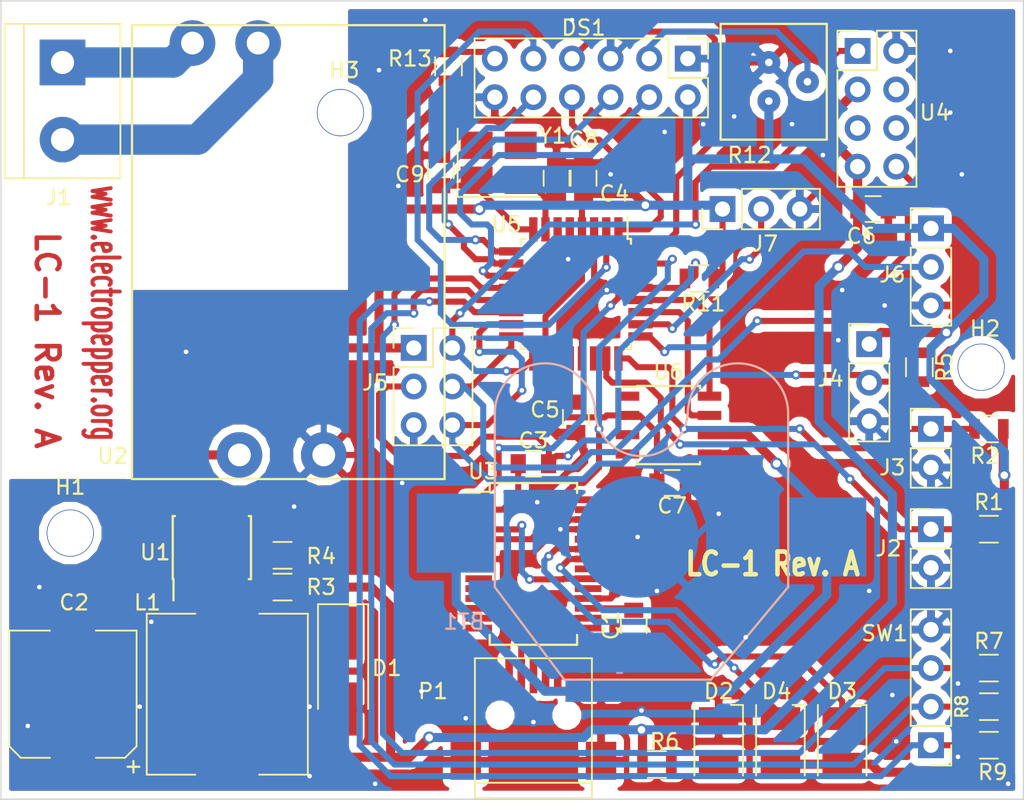
<source format=kicad_pcb>
(kicad_pcb (version 20171130) (host pcbnew 5.0.1)

  (general
    (thickness 1.6)
    (drawings 7)
    (tracks 717)
    (zones 0)
    (modules 47)
    (nets 42)
  )

  (page A4)
  (layers
    (0 F.Cu signal)
    (31 B.Cu signal)
    (32 B.Adhes user hide)
    (33 F.Adhes user hide)
    (34 B.Paste user hide)
    (35 F.Paste user hide)
    (36 B.SilkS user hide)
    (37 F.SilkS user)
    (38 B.Mask user hide)
    (39 F.Mask user hide)
    (40 Dwgs.User user hide)
    (41 Cmts.User user hide)
    (42 Eco1.User user hide)
    (43 Eco2.User user hide)
    (44 Edge.Cuts user)
    (45 Margin user hide)
    (46 B.CrtYd user hide)
    (47 F.CrtYd user hide)
    (48 B.Fab user hide)
    (49 F.Fab user hide)
  )

  (setup
    (last_trace_width 0.25)
    (user_trace_width 0.3)
    (user_trace_width 0.4)
    (user_trace_width 0.5)
    (user_trace_width 0.6)
    (trace_clearance 0.1)
    (zone_clearance 0.508)
    (zone_45_only no)
    (trace_min 0.2)
    (segment_width 0.2)
    (edge_width 0.1)
    (via_size 0.6)
    (via_drill 0.3)
    (via_min_size 0.4)
    (via_min_drill 0.3)
    (user_via 0.6 0.3)
    (user_via 0.8 0.5)
    (uvia_size 0.6)
    (uvia_drill 0.3)
    (uvias_allowed no)
    (uvia_min_size 0.2)
    (uvia_min_drill 0.1)
    (pcb_text_width 0.3)
    (pcb_text_size 1.5 1.5)
    (mod_edge_width 0.15)
    (mod_text_size 1 1)
    (mod_text_width 0.15)
    (pad_size 1.5 1.5)
    (pad_drill 0.6)
    (pad_to_mask_clearance 0)
    (solder_mask_min_width 0.25)
    (aux_axis_origin 0 0)
    (visible_elements FFFDFF7F)
    (pcbplotparams
      (layerselection 0x010f0_ffffffff)
      (usegerberextensions true)
      (usegerberattributes false)
      (usegerberadvancedattributes false)
      (creategerberjobfile false)
      (excludeedgelayer true)
      (linewidth 0.100000)
      (plotframeref false)
      (viasonmask false)
      (mode 1)
      (useauxorigin false)
      (hpglpennumber 1)
      (hpglpenspeed 20)
      (hpglpendiameter 15.000000)
      (psnegative false)
      (psa4output false)
      (plotreference true)
      (plotvalue true)
      (plotinvisibletext false)
      (padsonsilk false)
      (subtractmaskfromsilk false)
      (outputformat 1)
      (mirror false)
      (drillshape 0)
      (scaleselection 1)
      (outputdirectory "/home/ricardo/Projects/LC-1/pcb/RevA/gerbers/"))
  )

  (net 0 "")
  (net 1 GND)
  (net 2 "Net-(BT1-Pad1)")
  (net 3 "Net-(C1-Pad2)")
  (net 4 +3V3)
  (net 5 "Net-(C3-Pad2)")
  (net 6 /RESET)
  (net 7 +5V)
  (net 8 "Net-(C5-Pad2)")
  (net 9 "Net-(D1-Pad1)")
  (net 10 "Net-(D2-Pad2)")
  (net 11 "Net-(D3-Pad1)")
  (net 12 "Net-(D4-Pad1)")
  (net 13 "Net-(DS1-Pad11)")
  (net 14 /D7)
  (net 15 /D6)
  (net 16 /D5)
  (net 17 /D4)
  (net 18 /EN)
  (net 19 /RS)
  (net 20 "Net-(DS1-Pad3)")
  (net 21 "Net-(J1-Pad2)")
  (net 22 "Net-(J1-Pad1)")
  (net 23 /SENSE1)
  (net 24 /SENSE2)
  (net 25 /SENSE3)
  (net 26 /TX1)
  (net 27 /RX1)
  (net 28 /CTRL1)
  (net 29 /CTRL2)
  (net 30 "Net-(P1-Pad3)")
  (net 31 "Net-(P1-Pad2)")
  (net 32 "Net-(R3-Pad2)")
  (net 33 /BTN1)
  (net 34 /BTN2)
  (net 35 /BTN3)
  (net 36 "Net-(U3-Pad5)")
  (net 37 "Net-(U3-Pad1)")
  (net 38 /SDL)
  (net 39 /SDA)
  (net 40 "Net-(C8-Pad1)")
  (net 41 "Net-(C9-Pad1)")

  (net_class Default "This is the default net class."
    (clearance 0.1)
    (trace_width 0.25)
    (via_dia 0.6)
    (via_drill 0.3)
    (uvia_dia 0.6)
    (uvia_drill 0.3)
  )

  (net_class "Main 1" ""
    (clearance 0.1)
    (trace_width 0.4)
    (via_dia 0.6)
    (via_drill 0.3)
    (uvia_dia 0.6)
    (uvia_drill 0.3)
    (add_net /BTN1)
    (add_net /BTN2)
    (add_net /BTN3)
    (add_net /CTRL1)
    (add_net /CTRL2)
    (add_net /D4)
    (add_net /D5)
    (add_net /D6)
    (add_net /D7)
    (add_net /EN)
    (add_net /RESET)
    (add_net /RS)
    (add_net /RX1)
    (add_net /SDA)
    (add_net /SDL)
    (add_net /SENSE1)
    (add_net /SENSE2)
    (add_net /SENSE3)
    (add_net /TX1)
    (add_net GND)
    (add_net "Net-(C1-Pad2)")
    (add_net "Net-(C3-Pad2)")
    (add_net "Net-(C5-Pad2)")
    (add_net "Net-(C8-Pad1)")
    (add_net "Net-(C9-Pad1)")
    (add_net "Net-(D2-Pad2)")
    (add_net "Net-(D3-Pad1)")
    (add_net "Net-(D4-Pad1)")
    (add_net "Net-(DS1-Pad11)")
    (add_net "Net-(DS1-Pad3)")
    (add_net "Net-(P1-Pad2)")
    (add_net "Net-(P1-Pad3)")
    (add_net "Net-(U3-Pad1)")
    (add_net "Net-(U3-Pad5)")
  )

  (net_class "Main 2" ""
    (clearance 0.1)
    (trace_width 0.5)
    (via_dia 0.6)
    (via_drill 0.3)
    (uvia_dia 0.6)
    (uvia_drill 0.3)
  )

  (net_class "Power 1" ""
    (clearance 0.1)
    (trace_width 0.6)
    (via_dia 0.8)
    (via_drill 0.5)
    (uvia_dia 0.6)
    (uvia_drill 0.3)
    (add_net +3V3)
    (add_net +5V)
    (add_net "Net-(BT1-Pad1)")
    (add_net "Net-(D1-Pad1)")
    (add_net "Net-(R3-Pad2)")
  )

  (net_class "Power 2" ""
    (clearance 0.1)
    (trace_width 2)
    (via_dia 0.6)
    (via_drill 0.3)
    (uvia_dia 0.6)
    (uvia_drill 0.3)
    (add_net "Net-(J1-Pad1)")
    (add_net "Net-(J1-Pad2)")
  )

  (module electropepper:CR2032_SMD1 (layer B.Cu) (tedit 5C37D21D) (tstamp 5C38303D)
    (at 148.59 116.078)
    (path /5B45086E)
    (fp_text reference BT1 (at -11.43 5.588) (layer B.SilkS)
      (effects (font (size 1 1) (thickness 0.15)) (justify mirror))
    )
    (fp_text value Battery_Cell (at 0 11.938) (layer B.Fab)
      (effects (font (size 1 1) (thickness 0.15)) (justify mirror))
    )
    (fp_line (start 4.826 9.398) (end 9.906 3.302) (layer B.SilkS) (width 0.15))
    (fp_line (start -4.826 9.398) (end -9.398 3.302) (layer B.SilkS) (width 0.15))
    (fp_line (start 4.826 9.398) (end -4.826 9.398) (layer B.SilkS) (width 0.15))
    (fp_line (start -9.398 3.302) (end -9.398 -2.794) (layer B.SilkS) (width 0.15))
    (fp_line (start -9.398 -2.794) (end -9.398 -8.128) (layer B.SilkS) (width 0.15))
    (fp_line (start 9.906 3.302) (end 9.906 -2.794) (layer B.SilkS) (width 0.15))
    (fp_line (start 9.906 -2.54) (end 9.906 -8.128) (layer B.SilkS) (width 0.15))
    (fp_arc (start -6.096 -8.128) (end -9.398 -8.128) (angle 180) (layer B.SilkS) (width 0.15))
    (fp_arc (start 6.604 -8.128) (end 3.302 -8.128) (angle 180) (layer B.SilkS) (width 0.15))
    (fp_arc (start 0.254 -8.382) (end 3.301999 -8.128001) (angle 170.0419294) (layer B.SilkS) (width 0.15))
    (pad 2 smd circle (at 0 0) (size 8 8) (layers B.Cu B.Paste B.Mask)
      (net 1 GND))
    (pad 1 smd rect (at 12.446 0) (size 5.2 5.2) (layers B.Cu B.Paste B.Mask)
      (net 2 "Net-(BT1-Pad1)"))
    (pad 1 smd rect (at -11.938 -0.254) (size 5.2 5.2) (layers B.Cu B.Paste B.Mask)
      (net 2 "Net-(BT1-Pad1)"))
    (pad 1 smd rect (at 0 10.16) (size 9.5 1.4) (layers B.Cu B.Paste B.Mask)
      (net 2 "Net-(BT1-Pad1)"))
  )

  (module Capacitors_SMD:C_0805 (layer F.Cu) (tedit 58AA8463) (tstamp 5C38304E)
    (at 148.336 121.904 90)
    (descr "Capacitor SMD 0805, reflow soldering, AVX (see smccp.pdf)")
    (tags "capacitor 0805")
    (path /5B45BAB0)
    (attr smd)
    (fp_text reference C1 (at 0 -1.5 90) (layer F.SilkS)
      (effects (font (size 1 1) (thickness 0.15)))
    )
    (fp_text value 100nF (at 0 1.75 90) (layer F.Fab)
      (effects (font (size 1 1) (thickness 0.15)))
    )
    (fp_text user %R (at 0 -1.5 90) (layer F.Fab)
      (effects (font (size 1 1) (thickness 0.15)))
    )
    (fp_line (start -1 0.62) (end -1 -0.62) (layer F.Fab) (width 0.1))
    (fp_line (start 1 0.62) (end -1 0.62) (layer F.Fab) (width 0.1))
    (fp_line (start 1 -0.62) (end 1 0.62) (layer F.Fab) (width 0.1))
    (fp_line (start -1 -0.62) (end 1 -0.62) (layer F.Fab) (width 0.1))
    (fp_line (start 0.5 -0.85) (end -0.5 -0.85) (layer F.SilkS) (width 0.12))
    (fp_line (start -0.5 0.85) (end 0.5 0.85) (layer F.SilkS) (width 0.12))
    (fp_line (start -1.75 -0.88) (end 1.75 -0.88) (layer F.CrtYd) (width 0.05))
    (fp_line (start -1.75 -0.88) (end -1.75 0.87) (layer F.CrtYd) (width 0.05))
    (fp_line (start 1.75 0.87) (end 1.75 -0.88) (layer F.CrtYd) (width 0.05))
    (fp_line (start 1.75 0.87) (end -1.75 0.87) (layer F.CrtYd) (width 0.05))
    (pad 1 smd rect (at -1 0 90) (size 1 1.25) (layers F.Cu F.Paste F.Mask)
      (net 1 GND))
    (pad 2 smd rect (at 1 0 90) (size 1 1.25) (layers F.Cu F.Paste F.Mask)
      (net 3 "Net-(C1-Pad2)"))
    (model Capacitors_SMD.3dshapes/C_0805.wrl
      (at (xyz 0 0 0))
      (scale (xyz 1 1 1))
      (rotate (xyz 0 0 0))
    )
  )

  (module Capacitors_SMD:CP_Elec_8x10.5 (layer F.Cu) (tedit 58AA8BC3) (tstamp 5C38306A)
    (at 111.428086 126.432593 90)
    (descr "SMT capacitor, aluminium electrolytic, 8x10.5")
    (path /5C405704)
    (attr smd)
    (fp_text reference C2 (at 6.036593 0.077914 180) (layer F.SilkS)
      (effects (font (size 1 1) (thickness 0.15)))
    )
    (fp_text value 220uF/25V (at 0 -5.45 90) (layer F.Fab)
      (effects (font (size 1 1) (thickness 0.15)))
    )
    (fp_line (start 5.3 4.29) (end -5.3 4.29) (layer F.CrtYd) (width 0.05))
    (fp_line (start 5.3 4.29) (end 5.3 -4.29) (layer F.CrtYd) (width 0.05))
    (fp_line (start -5.3 -4.29) (end -5.3 4.29) (layer F.CrtYd) (width 0.05))
    (fp_line (start -5.3 -4.29) (end 5.3 -4.29) (layer F.CrtYd) (width 0.05))
    (fp_line (start -3.43 -4.19) (end 4.19 -4.19) (layer F.SilkS) (width 0.12))
    (fp_line (start -4.19 -3.43) (end -3.43 -4.19) (layer F.SilkS) (width 0.12))
    (fp_line (start -3.43 4.19) (end -4.19 3.43) (layer F.SilkS) (width 0.12))
    (fp_line (start 4.19 4.19) (end -3.43 4.19) (layer F.SilkS) (width 0.12))
    (fp_line (start 4.19 -4.19) (end 4.19 -1.51) (layer F.SilkS) (width 0.12))
    (fp_line (start 4.19 4.19) (end 4.19 1.51) (layer F.SilkS) (width 0.12))
    (fp_line (start -4.19 -3.43) (end -4.19 -1.51) (layer F.SilkS) (width 0.12))
    (fp_line (start -4.19 3.43) (end -4.19 1.51) (layer F.SilkS) (width 0.12))
    (fp_line (start 4.04 -4.04) (end -3.37 -4.04) (layer F.Fab) (width 0.1))
    (fp_line (start -3.37 -4.04) (end -4.04 -3.37) (layer F.Fab) (width 0.1))
    (fp_line (start -4.04 -3.37) (end -4.04 3.37) (layer F.Fab) (width 0.1))
    (fp_line (start -4.04 3.37) (end -3.37 4.04) (layer F.Fab) (width 0.1))
    (fp_line (start -3.37 4.04) (end 4.04 4.04) (layer F.Fab) (width 0.1))
    (fp_line (start 4.04 4.04) (end 4.04 -4.04) (layer F.Fab) (width 0.1))
    (fp_text user %R (at 0 5.45 90) (layer F.Fab)
      (effects (font (size 1 1) (thickness 0.15)))
    )
    (fp_text user + (at -4.78 3.91 90) (layer F.SilkS)
      (effects (font (size 1 1) (thickness 0.15)))
    )
    (fp_text user + (at -2.27 -0.08 90) (layer F.Fab)
      (effects (font (size 1 1) (thickness 0.15)))
    )
    (fp_circle (center 0 0) (end 1.3 3.7) (layer F.Fab) (width 0.1))
    (pad 2 smd rect (at 3.05 0 270) (size 4 2.5) (layers F.Cu F.Paste F.Mask)
      (net 1 GND))
    (pad 1 smd rect (at -3.05 0 270) (size 4 2.5) (layers F.Cu F.Paste F.Mask)
      (net 4 +3V3))
    (model Capacitors_SMD.3dshapes/CP_Elec_8x10.5.wrl
      (at (xyz 0 0 0))
      (scale (xyz 1 1 1))
      (rotate (xyz 0 0 180))
    )
  )

  (module Capacitors_SMD:C_0805 (layer F.Cu) (tedit 58AA8463) (tstamp 5C38307B)
    (at 141.732 111.252 180)
    (descr "Capacitor SMD 0805, reflow soldering, AVX (see smccp.pdf)")
    (tags "capacitor 0805")
    (path /5B453531)
    (attr smd)
    (fp_text reference C3 (at 0 1.524 180) (layer F.SilkS)
      (effects (font (size 1 1) (thickness 0.15)))
    )
    (fp_text value 100nF (at 0 1.75 180) (layer F.Fab)
      (effects (font (size 1 1) (thickness 0.15)))
    )
    (fp_line (start 1.75 0.87) (end -1.75 0.87) (layer F.CrtYd) (width 0.05))
    (fp_line (start 1.75 0.87) (end 1.75 -0.88) (layer F.CrtYd) (width 0.05))
    (fp_line (start -1.75 -0.88) (end -1.75 0.87) (layer F.CrtYd) (width 0.05))
    (fp_line (start -1.75 -0.88) (end 1.75 -0.88) (layer F.CrtYd) (width 0.05))
    (fp_line (start -0.5 0.85) (end 0.5 0.85) (layer F.SilkS) (width 0.12))
    (fp_line (start 0.5 -0.85) (end -0.5 -0.85) (layer F.SilkS) (width 0.12))
    (fp_line (start -1 -0.62) (end 1 -0.62) (layer F.Fab) (width 0.1))
    (fp_line (start 1 -0.62) (end 1 0.62) (layer F.Fab) (width 0.1))
    (fp_line (start 1 0.62) (end -1 0.62) (layer F.Fab) (width 0.1))
    (fp_line (start -1 0.62) (end -1 -0.62) (layer F.Fab) (width 0.1))
    (fp_text user %R (at 0 -1.5 180) (layer F.Fab)
      (effects (font (size 1 1) (thickness 0.15)))
    )
    (pad 2 smd rect (at 1 0 180) (size 1 1.25) (layers F.Cu F.Paste F.Mask)
      (net 5 "Net-(C3-Pad2)"))
    (pad 1 smd rect (at -1 0 180) (size 1 1.25) (layers F.Cu F.Paste F.Mask)
      (net 6 /RESET))
    (model Capacitors_SMD.3dshapes/C_0805.wrl
      (at (xyz 0 0 0))
      (scale (xyz 1 1 1))
      (rotate (xyz 0 0 0))
    )
  )

  (module Capacitors_SMD:C_0805 (layer F.Cu) (tedit 58AA8463) (tstamp 5C3868F7)
    (at 145.034 92.456 270)
    (descr "Capacitor SMD 0805, reflow soldering, AVX (see smccp.pdf)")
    (tags "capacitor 0805")
    (path /5B45D000)
    (attr smd)
    (fp_text reference C4 (at 1.016 -2.032) (layer F.SilkS)
      (effects (font (size 1 1) (thickness 0.15)))
    )
    (fp_text value 100nF (at 0 1.75 270) (layer F.Fab)
      (effects (font (size 1 1) (thickness 0.15)))
    )
    (fp_text user %R (at 0 -1.5 270) (layer F.Fab)
      (effects (font (size 1 1) (thickness 0.15)))
    )
    (fp_line (start -1 0.62) (end -1 -0.62) (layer F.Fab) (width 0.1))
    (fp_line (start 1 0.62) (end -1 0.62) (layer F.Fab) (width 0.1))
    (fp_line (start 1 -0.62) (end 1 0.62) (layer F.Fab) (width 0.1))
    (fp_line (start -1 -0.62) (end 1 -0.62) (layer F.Fab) (width 0.1))
    (fp_line (start 0.5 -0.85) (end -0.5 -0.85) (layer F.SilkS) (width 0.12))
    (fp_line (start -0.5 0.85) (end 0.5 0.85) (layer F.SilkS) (width 0.12))
    (fp_line (start -1.75 -0.88) (end 1.75 -0.88) (layer F.CrtYd) (width 0.05))
    (fp_line (start -1.75 -0.88) (end -1.75 0.87) (layer F.CrtYd) (width 0.05))
    (fp_line (start 1.75 0.87) (end 1.75 -0.88) (layer F.CrtYd) (width 0.05))
    (fp_line (start 1.75 0.87) (end -1.75 0.87) (layer F.CrtYd) (width 0.05))
    (pad 1 smd rect (at -1 0 270) (size 1 1.25) (layers F.Cu F.Paste F.Mask)
      (net 1 GND))
    (pad 2 smd rect (at 1 0 270) (size 1 1.25) (layers F.Cu F.Paste F.Mask)
      (net 7 +5V))
    (model Capacitors_SMD.3dshapes/C_0805.wrl
      (at (xyz 0 0 0))
      (scale (xyz 1 1 1))
      (rotate (xyz 0 0 0))
    )
  )

  (module Capacitors_SMD:C_0805 (layer F.Cu) (tedit 58AA8463) (tstamp 5C38309D)
    (at 144.526 108.204 90)
    (descr "Capacitor SMD 0805, reflow soldering, AVX (see smccp.pdf)")
    (tags "capacitor 0805")
    (path /5B45C768)
    (attr smd)
    (fp_text reference C5 (at 0.508 -2.032 180) (layer F.SilkS)
      (effects (font (size 1 1) (thickness 0.15)))
    )
    (fp_text value 100nF (at 0 1.75 90) (layer F.Fab)
      (effects (font (size 1 1) (thickness 0.15)))
    )
    (fp_line (start 1.75 0.87) (end -1.75 0.87) (layer F.CrtYd) (width 0.05))
    (fp_line (start 1.75 0.87) (end 1.75 -0.88) (layer F.CrtYd) (width 0.05))
    (fp_line (start -1.75 -0.88) (end -1.75 0.87) (layer F.CrtYd) (width 0.05))
    (fp_line (start -1.75 -0.88) (end 1.75 -0.88) (layer F.CrtYd) (width 0.05))
    (fp_line (start -0.5 0.85) (end 0.5 0.85) (layer F.SilkS) (width 0.12))
    (fp_line (start 0.5 -0.85) (end -0.5 -0.85) (layer F.SilkS) (width 0.12))
    (fp_line (start -1 -0.62) (end 1 -0.62) (layer F.Fab) (width 0.1))
    (fp_line (start 1 -0.62) (end 1 0.62) (layer F.Fab) (width 0.1))
    (fp_line (start 1 0.62) (end -1 0.62) (layer F.Fab) (width 0.1))
    (fp_line (start -1 0.62) (end -1 -0.62) (layer F.Fab) (width 0.1))
    (fp_text user %R (at 0 -1.5 90) (layer F.Fab)
      (effects (font (size 1 1) (thickness 0.15)))
    )
    (pad 2 smd rect (at 1 0 90) (size 1 1.25) (layers F.Cu F.Paste F.Mask)
      (net 8 "Net-(C5-Pad2)"))
    (pad 1 smd rect (at -1 0 90) (size 1 1.25) (layers F.Cu F.Paste F.Mask)
      (net 1 GND))
    (model Capacitors_SMD.3dshapes/C_0805.wrl
      (at (xyz 0 0 0))
      (scale (xyz 1 1 1))
      (rotate (xyz 0 0 0))
    )
  )

  (module Capacitors_SMD:C_0805 (layer F.Cu) (tedit 58AA8463) (tstamp 5C3830AE)
    (at 164.084 94.488)
    (descr "Capacitor SMD 0805, reflow soldering, AVX (see smccp.pdf)")
    (tags "capacitor 0805")
    (path /5C6912E4)
    (attr smd)
    (fp_text reference C6 (at -0.762 1.778) (layer F.SilkS)
      (effects (font (size 1 1) (thickness 0.15)))
    )
    (fp_text value 100nF (at 0 1.75) (layer F.Fab)
      (effects (font (size 1 1) (thickness 0.15)))
    )
    (fp_text user %R (at 0 -1.5) (layer F.Fab)
      (effects (font (size 1 1) (thickness 0.15)))
    )
    (fp_line (start -1 0.62) (end -1 -0.62) (layer F.Fab) (width 0.1))
    (fp_line (start 1 0.62) (end -1 0.62) (layer F.Fab) (width 0.1))
    (fp_line (start 1 -0.62) (end 1 0.62) (layer F.Fab) (width 0.1))
    (fp_line (start -1 -0.62) (end 1 -0.62) (layer F.Fab) (width 0.1))
    (fp_line (start 0.5 -0.85) (end -0.5 -0.85) (layer F.SilkS) (width 0.12))
    (fp_line (start -0.5 0.85) (end 0.5 0.85) (layer F.SilkS) (width 0.12))
    (fp_line (start -1.75 -0.88) (end 1.75 -0.88) (layer F.CrtYd) (width 0.05))
    (fp_line (start -1.75 -0.88) (end -1.75 0.87) (layer F.CrtYd) (width 0.05))
    (fp_line (start 1.75 0.87) (end 1.75 -0.88) (layer F.CrtYd) (width 0.05))
    (fp_line (start 1.75 0.87) (end -1.75 0.87) (layer F.CrtYd) (width 0.05))
    (pad 1 smd rect (at -1 0) (size 1 1.25) (layers F.Cu F.Paste F.Mask)
      (net 4 +3V3))
    (pad 2 smd rect (at 1 0) (size 1 1.25) (layers F.Cu F.Paste F.Mask)
      (net 1 GND))
    (model Capacitors_SMD.3dshapes/C_0805.wrl
      (at (xyz 0 0 0))
      (scale (xyz 1 1 1))
      (rotate (xyz 0 0 0))
    )
  )

  (module Capacitors_SMD:C_0805 (layer F.Cu) (tedit 58AA8463) (tstamp 5C385D44)
    (at 150.86 112.522 180)
    (descr "Capacitor SMD 0805, reflow soldering, AVX (see smccp.pdf)")
    (tags "capacitor 0805")
    (path /5C028751)
    (attr smd)
    (fp_text reference C7 (at 0 -1.5 180) (layer F.SilkS)
      (effects (font (size 1 1) (thickness 0.15)))
    )
    (fp_text value 100nF (at 0 1.75 180) (layer F.Fab)
      (effects (font (size 1 1) (thickness 0.15)))
    )
    (fp_line (start 1.75 0.87) (end -1.75 0.87) (layer F.CrtYd) (width 0.05))
    (fp_line (start 1.75 0.87) (end 1.75 -0.88) (layer F.CrtYd) (width 0.05))
    (fp_line (start -1.75 -0.88) (end -1.75 0.87) (layer F.CrtYd) (width 0.05))
    (fp_line (start -1.75 -0.88) (end 1.75 -0.88) (layer F.CrtYd) (width 0.05))
    (fp_line (start -0.5 0.85) (end 0.5 0.85) (layer F.SilkS) (width 0.12))
    (fp_line (start 0.5 -0.85) (end -0.5 -0.85) (layer F.SilkS) (width 0.12))
    (fp_line (start -1 -0.62) (end 1 -0.62) (layer F.Fab) (width 0.1))
    (fp_line (start 1 -0.62) (end 1 0.62) (layer F.Fab) (width 0.1))
    (fp_line (start 1 0.62) (end -1 0.62) (layer F.Fab) (width 0.1))
    (fp_line (start -1 0.62) (end -1 -0.62) (layer F.Fab) (width 0.1))
    (fp_text user %R (at 0 -1.5 180) (layer F.Fab)
      (effects (font (size 1 1) (thickness 0.15)))
    )
    (pad 2 smd rect (at 1 0 180) (size 1 1.25) (layers F.Cu F.Paste F.Mask)
      (net 7 +5V))
    (pad 1 smd rect (at -1 0 180) (size 1 1.25) (layers F.Cu F.Paste F.Mask)
      (net 1 GND))
    (model Capacitors_SMD.3dshapes/C_0805.wrl
      (at (xyz 0 0 0))
      (scale (xyz 1 1 1))
      (rotate (xyz 0 0 0))
    )
  )

  (module Diodes_SMD:D_SMA_Handsoldering (layer F.Cu) (tedit 58643398) (tstamp 5C3830D7)
    (at 129.208086 124.908593 270)
    (descr "Diode SMA (DO-214AC) Handsoldering")
    (tags "Diode SMA (DO-214AC) Handsoldering")
    (path /5C40495E)
    (attr smd)
    (fp_text reference D1 (at -0.194593 -2.871914) (layer F.SilkS)
      (effects (font (size 1 1) (thickness 0.15)))
    )
    (fp_text value SS26 (at 0 2.6 270) (layer F.Fab)
      (effects (font (size 1 1) (thickness 0.15)))
    )
    (fp_line (start -4.4 -1.65) (end 2.5 -1.65) (layer F.SilkS) (width 0.12))
    (fp_line (start -4.4 1.65) (end 2.5 1.65) (layer F.SilkS) (width 0.12))
    (fp_line (start -0.64944 0.00102) (end 0.50118 -0.79908) (layer F.Fab) (width 0.1))
    (fp_line (start -0.64944 0.00102) (end 0.50118 0.75032) (layer F.Fab) (width 0.1))
    (fp_line (start 0.50118 0.75032) (end 0.50118 -0.79908) (layer F.Fab) (width 0.1))
    (fp_line (start -0.64944 -0.79908) (end -0.64944 0.80112) (layer F.Fab) (width 0.1))
    (fp_line (start 0.50118 0.00102) (end 1.4994 0.00102) (layer F.Fab) (width 0.1))
    (fp_line (start -0.64944 0.00102) (end -1.55114 0.00102) (layer F.Fab) (width 0.1))
    (fp_line (start -4.5 1.75) (end -4.5 -1.75) (layer F.CrtYd) (width 0.05))
    (fp_line (start 4.5 1.75) (end -4.5 1.75) (layer F.CrtYd) (width 0.05))
    (fp_line (start 4.5 -1.75) (end 4.5 1.75) (layer F.CrtYd) (width 0.05))
    (fp_line (start -4.5 -1.75) (end 4.5 -1.75) (layer F.CrtYd) (width 0.05))
    (fp_line (start 2.3 -1.5) (end -2.3 -1.5) (layer F.Fab) (width 0.1))
    (fp_line (start 2.3 -1.5) (end 2.3 1.5) (layer F.Fab) (width 0.1))
    (fp_line (start -2.3 1.5) (end -2.3 -1.5) (layer F.Fab) (width 0.1))
    (fp_line (start 2.3 1.5) (end -2.3 1.5) (layer F.Fab) (width 0.1))
    (fp_line (start -4.4 -1.65) (end -4.4 1.65) (layer F.SilkS) (width 0.12))
    (fp_text user %R (at 0 -2.5 270) (layer F.Fab)
      (effects (font (size 1 1) (thickness 0.15)))
    )
    (pad 2 smd rect (at 2.5 0 270) (size 3.5 1.8) (layers F.Cu F.Paste F.Mask)
      (net 1 GND))
    (pad 1 smd rect (at -2.5 0 270) (size 3.5 1.8) (layers F.Cu F.Paste F.Mask)
      (net 9 "Net-(D1-Pad1)"))
    (model ${KISYS3DMOD}/Diodes_SMD.3dshapes/D_SMA.wrl
      (at (xyz 0 0 0))
      (scale (xyz 1 1 1))
      (rotate (xyz 0 0 0))
    )
  )

  (module LEDs:LED_PLCC-2 (layer F.Cu) (tedit 59959404) (tstamp 5C3830EB)
    (at 153.924 129.54 270)
    (descr "LED PLCC-2 SMD package")
    (tags "LED PLCC-2 SMD")
    (path /5C405C44)
    (attr smd)
    (fp_text reference D2 (at -3.302 0) (layer F.SilkS)
      (effects (font (size 1 1) (thickness 0.15)))
    )
    (fp_text value Power_LED (at 0 2.5 270) (layer F.Fab)
      (effects (font (size 1 1) (thickness 0.15)))
    )
    (fp_text user %R (at 0 0 270) (layer F.Fab)
      (effects (font (size 0.4 0.4) (thickness 0.1)))
    )
    (fp_line (start -2.4 -1.6) (end -2.4 -0.8) (layer F.SilkS) (width 0.12))
    (fp_line (start 2.25 -1.6) (end -2.4 -1.6) (layer F.SilkS) (width 0.12))
    (fp_line (start 2.25 1.6) (end -2.4 1.6) (layer F.SilkS) (width 0.12))
    (fp_line (start -2.65 1.85) (end -2.65 -1.85) (layer F.CrtYd) (width 0.05))
    (fp_line (start 2.5 1.85) (end -2.65 1.85) (layer F.CrtYd) (width 0.05))
    (fp_line (start 2.5 -1.85) (end 2.5 1.85) (layer F.CrtYd) (width 0.05))
    (fp_line (start -2.65 -1.85) (end 2.5 -1.85) (layer F.CrtYd) (width 0.05))
    (fp_line (start -1.7 1.5) (end 1.7 1.5) (layer F.Fab) (width 0.1))
    (fp_line (start -1.7 -1.5) (end -1.7 1.5) (layer F.Fab) (width 0.1))
    (fp_line (start 1.7 -1.5) (end -1.7 -1.5) (layer F.Fab) (width 0.1))
    (fp_line (start 1.7 1.5) (end 1.7 -1.5) (layer F.Fab) (width 0.1))
    (fp_line (start -1.7 -0.6) (end -0.8 -1.5) (layer F.Fab) (width 0.1))
    (fp_circle (center 0 0) (end 0 -1.25) (layer F.Fab) (width 0.1))
    (pad 2 smd rect (at 1.5 0 270) (size 1.5 2.6) (layers F.Cu F.Paste F.Mask)
      (net 10 "Net-(D2-Pad2)"))
    (pad 1 smd rect (at -1.5 0 270) (size 1.5 2.6) (layers F.Cu F.Paste F.Mask)
      (net 1 GND))
    (model ${KISYS3DMOD}/LEDs.3dshapes/LED_PLCC-2.wrl
      (at (xyz 0 0 0))
      (scale (xyz 1 1 1))
      (rotate (xyz 0 0 0))
    )
  )

  (module LEDs:LED_PLCC-2 (layer F.Cu) (tedit 59959404) (tstamp 5C3830FF)
    (at 162.052 129.54 270)
    (descr "LED PLCC-2 SMD package")
    (tags "LED PLCC-2 SMD")
    (path /5B459BFB)
    (attr smd)
    (fp_text reference D3 (at -3.302 0) (layer F.SilkS)
      (effects (font (size 1 1) (thickness 0.15)))
    )
    (fp_text value RX (at 0 2.5 270) (layer F.Fab)
      (effects (font (size 1 1) (thickness 0.15)))
    )
    (fp_circle (center 0 0) (end 0 -1.25) (layer F.Fab) (width 0.1))
    (fp_line (start -1.7 -0.6) (end -0.8 -1.5) (layer F.Fab) (width 0.1))
    (fp_line (start 1.7 1.5) (end 1.7 -1.5) (layer F.Fab) (width 0.1))
    (fp_line (start 1.7 -1.5) (end -1.7 -1.5) (layer F.Fab) (width 0.1))
    (fp_line (start -1.7 -1.5) (end -1.7 1.5) (layer F.Fab) (width 0.1))
    (fp_line (start -1.7 1.5) (end 1.7 1.5) (layer F.Fab) (width 0.1))
    (fp_line (start -2.65 -1.85) (end 2.5 -1.85) (layer F.CrtYd) (width 0.05))
    (fp_line (start 2.5 -1.85) (end 2.5 1.85) (layer F.CrtYd) (width 0.05))
    (fp_line (start 2.5 1.85) (end -2.65 1.85) (layer F.CrtYd) (width 0.05))
    (fp_line (start -2.65 1.85) (end -2.65 -1.85) (layer F.CrtYd) (width 0.05))
    (fp_line (start 2.25 1.6) (end -2.4 1.6) (layer F.SilkS) (width 0.12))
    (fp_line (start 2.25 -1.6) (end -2.4 -1.6) (layer F.SilkS) (width 0.12))
    (fp_line (start -2.4 -1.6) (end -2.4 -0.8) (layer F.SilkS) (width 0.12))
    (fp_text user %R (at 0 0 270) (layer F.Fab)
      (effects (font (size 0.4 0.4) (thickness 0.1)))
    )
    (pad 1 smd rect (at -1.5 0 270) (size 1.5 2.6) (layers F.Cu F.Paste F.Mask)
      (net 11 "Net-(D3-Pad1)"))
    (pad 2 smd rect (at 1.5 0 270) (size 1.5 2.6) (layers F.Cu F.Paste F.Mask)
      (net 7 +5V))
    (model ${KISYS3DMOD}/LEDs.3dshapes/LED_PLCC-2.wrl
      (at (xyz 0 0 0))
      (scale (xyz 1 1 1))
      (rotate (xyz 0 0 0))
    )
  )

  (module LEDs:LED_PLCC-2 (layer F.Cu) (tedit 59959404) (tstamp 5C383113)
    (at 157.988 129.54 270)
    (descr "LED PLCC-2 SMD package")
    (tags "LED PLCC-2 SMD")
    (path /5B459DC0)
    (attr smd)
    (fp_text reference D4 (at -3.302 0.254) (layer F.SilkS)
      (effects (font (size 1 1) (thickness 0.15)))
    )
    (fp_text value TX (at 0 2.5 270) (layer F.Fab)
      (effects (font (size 1 1) (thickness 0.15)))
    )
    (fp_text user %R (at 0 0 270) (layer F.Fab)
      (effects (font (size 0.4 0.4) (thickness 0.1)))
    )
    (fp_line (start -2.4 -1.6) (end -2.4 -0.8) (layer F.SilkS) (width 0.12))
    (fp_line (start 2.25 -1.6) (end -2.4 -1.6) (layer F.SilkS) (width 0.12))
    (fp_line (start 2.25 1.6) (end -2.4 1.6) (layer F.SilkS) (width 0.12))
    (fp_line (start -2.65 1.85) (end -2.65 -1.85) (layer F.CrtYd) (width 0.05))
    (fp_line (start 2.5 1.85) (end -2.65 1.85) (layer F.CrtYd) (width 0.05))
    (fp_line (start 2.5 -1.85) (end 2.5 1.85) (layer F.CrtYd) (width 0.05))
    (fp_line (start -2.65 -1.85) (end 2.5 -1.85) (layer F.CrtYd) (width 0.05))
    (fp_line (start -1.7 1.5) (end 1.7 1.5) (layer F.Fab) (width 0.1))
    (fp_line (start -1.7 -1.5) (end -1.7 1.5) (layer F.Fab) (width 0.1))
    (fp_line (start 1.7 -1.5) (end -1.7 -1.5) (layer F.Fab) (width 0.1))
    (fp_line (start 1.7 1.5) (end 1.7 -1.5) (layer F.Fab) (width 0.1))
    (fp_line (start -1.7 -0.6) (end -0.8 -1.5) (layer F.Fab) (width 0.1))
    (fp_circle (center 0 0) (end 0 -1.25) (layer F.Fab) (width 0.1))
    (pad 2 smd rect (at 1.5 0 270) (size 1.5 2.6) (layers F.Cu F.Paste F.Mask)
      (net 7 +5V))
    (pad 1 smd rect (at -1.5 0 270) (size 1.5 2.6) (layers F.Cu F.Paste F.Mask)
      (net 12 "Net-(D4-Pad1)"))
    (model ${KISYS3DMOD}/LEDs.3dshapes/LED_PLCC-2.wrl
      (at (xyz 0 0 0))
      (scale (xyz 1 1 1))
      (rotate (xyz 0 0 0))
    )
  )

  (module Pin_Headers:Pin_Header_Straight_2x06_Pitch2.54mm (layer F.Cu) (tedit 59650532) (tstamp 5C383135)
    (at 151.892 84.582 270)
    (descr "Through hole straight pin header, 2x06, 2.54mm pitch, double rows")
    (tags "Through hole pin header THT 2x06 2.54mm double row")
    (path /5B424164)
    (fp_text reference DS1 (at -2.032 6.858) (layer F.SilkS)
      (effects (font (size 1 1) (thickness 0.15)))
    )
    (fp_text value LCD16X2-4Bit (at 1.27 15.03 270) (layer F.Fab)
      (effects (font (size 1 1) (thickness 0.15)))
    )
    (fp_text user %R (at 1.27 6.35) (layer F.Fab)
      (effects (font (size 1 1) (thickness 0.15)))
    )
    (fp_line (start 4.35 -1.8) (end -1.8 -1.8) (layer F.CrtYd) (width 0.05))
    (fp_line (start 4.35 14.5) (end 4.35 -1.8) (layer F.CrtYd) (width 0.05))
    (fp_line (start -1.8 14.5) (end 4.35 14.5) (layer F.CrtYd) (width 0.05))
    (fp_line (start -1.8 -1.8) (end -1.8 14.5) (layer F.CrtYd) (width 0.05))
    (fp_line (start -1.33 -1.33) (end 0 -1.33) (layer F.SilkS) (width 0.12))
    (fp_line (start -1.33 0) (end -1.33 -1.33) (layer F.SilkS) (width 0.12))
    (fp_line (start 1.27 -1.33) (end 3.87 -1.33) (layer F.SilkS) (width 0.12))
    (fp_line (start 1.27 1.27) (end 1.27 -1.33) (layer F.SilkS) (width 0.12))
    (fp_line (start -1.33 1.27) (end 1.27 1.27) (layer F.SilkS) (width 0.12))
    (fp_line (start 3.87 -1.33) (end 3.87 14.03) (layer F.SilkS) (width 0.12))
    (fp_line (start -1.33 1.27) (end -1.33 14.03) (layer F.SilkS) (width 0.12))
    (fp_line (start -1.33 14.03) (end 3.87 14.03) (layer F.SilkS) (width 0.12))
    (fp_line (start -1.27 0) (end 0 -1.27) (layer F.Fab) (width 0.1))
    (fp_line (start -1.27 13.97) (end -1.27 0) (layer F.Fab) (width 0.1))
    (fp_line (start 3.81 13.97) (end -1.27 13.97) (layer F.Fab) (width 0.1))
    (fp_line (start 3.81 -1.27) (end 3.81 13.97) (layer F.Fab) (width 0.1))
    (fp_line (start 0 -1.27) (end 3.81 -1.27) (layer F.Fab) (width 0.1))
    (pad 12 thru_hole oval (at 2.54 12.7 270) (size 1.7 1.7) (drill 1) (layers *.Cu *.Mask)
      (net 1 GND))
    (pad 11 thru_hole oval (at 0 12.7 270) (size 1.7 1.7) (drill 1) (layers *.Cu *.Mask)
      (net 13 "Net-(DS1-Pad11)"))
    (pad 10 thru_hole oval (at 2.54 10.16 270) (size 1.7 1.7) (drill 1) (layers *.Cu *.Mask)
      (net 14 /D7))
    (pad 9 thru_hole oval (at 0 10.16 270) (size 1.7 1.7) (drill 1) (layers *.Cu *.Mask)
      (net 15 /D6))
    (pad 8 thru_hole oval (at 2.54 7.62 270) (size 1.7 1.7) (drill 1) (layers *.Cu *.Mask)
      (net 16 /D5))
    (pad 7 thru_hole oval (at 0 7.62 270) (size 1.7 1.7) (drill 1) (layers *.Cu *.Mask)
      (net 17 /D4))
    (pad 6 thru_hole oval (at 2.54 5.08 270) (size 1.7 1.7) (drill 1) (layers *.Cu *.Mask)
      (net 18 /EN))
    (pad 5 thru_hole oval (at 0 5.08 270) (size 1.7 1.7) (drill 1) (layers *.Cu *.Mask)
      (net 1 GND))
    (pad 4 thru_hole oval (at 2.54 2.54 270) (size 1.7 1.7) (drill 1) (layers *.Cu *.Mask)
      (net 19 /RS))
    (pad 3 thru_hole oval (at 0 2.54 270) (size 1.7 1.7) (drill 1) (layers *.Cu *.Mask)
      (net 20 "Net-(DS1-Pad3)"))
    (pad 2 thru_hole oval (at 2.54 0 270) (size 1.7 1.7) (drill 1) (layers *.Cu *.Mask)
      (net 7 +5V))
    (pad 1 thru_hole rect (at 0 0 270) (size 1.7 1.7) (drill 1) (layers *.Cu *.Mask)
      (net 1 GND))
    (model ${KISYS3DMOD}/Pin_Headers.3dshapes/Pin_Header_Straight_2x06_Pitch2.54mm.wrl
      (at (xyz 0 0 0))
      (scale (xyz 1 1 1))
      (rotate (xyz 0 0 0))
    )
  )

  (module Connectors_Terminal_Blocks:TerminalBlock_bornier-2_P5.08mm (layer F.Cu) (tedit 59FF03AB) (tstamp 5C38314A)
    (at 110.744 84.836 270)
    (descr "simple 2-pin terminal block, pitch 5.08mm, revamped version of bornier2")
    (tags "terminal block bornier2")
    (path /5B453319)
    (fp_text reference J1 (at 8.89 0.254) (layer F.SilkS)
      (effects (font (size 1 1) (thickness 0.15)))
    )
    (fp_text value "AC In" (at 2.54 5.08 270) (layer F.Fab)
      (effects (font (size 1 1) (thickness 0.15)))
    )
    (fp_line (start 7.79 4) (end -2.71 4) (layer F.CrtYd) (width 0.05))
    (fp_line (start 7.79 4) (end 7.79 -4) (layer F.CrtYd) (width 0.05))
    (fp_line (start -2.71 -4) (end -2.71 4) (layer F.CrtYd) (width 0.05))
    (fp_line (start -2.71 -4) (end 7.79 -4) (layer F.CrtYd) (width 0.05))
    (fp_line (start -2.54 3.81) (end 7.62 3.81) (layer F.SilkS) (width 0.12))
    (fp_line (start -2.54 -3.81) (end -2.54 3.81) (layer F.SilkS) (width 0.12))
    (fp_line (start 7.62 -3.81) (end -2.54 -3.81) (layer F.SilkS) (width 0.12))
    (fp_line (start 7.62 3.81) (end 7.62 -3.81) (layer F.SilkS) (width 0.12))
    (fp_line (start 7.62 2.54) (end -2.54 2.54) (layer F.SilkS) (width 0.12))
    (fp_line (start 7.54 -3.75) (end -2.46 -3.75) (layer F.Fab) (width 0.1))
    (fp_line (start 7.54 3.75) (end 7.54 -3.75) (layer F.Fab) (width 0.1))
    (fp_line (start -2.46 3.75) (end 7.54 3.75) (layer F.Fab) (width 0.1))
    (fp_line (start -2.46 -3.75) (end -2.46 3.75) (layer F.Fab) (width 0.1))
    (fp_line (start -2.41 2.55) (end 7.49 2.55) (layer F.Fab) (width 0.1))
    (fp_text user %R (at 2.54 0 270) (layer F.Fab)
      (effects (font (size 1 1) (thickness 0.15)))
    )
    (pad 2 thru_hole circle (at 5.08 0 270) (size 3 3) (drill 1.52) (layers *.Cu *.Mask)
      (net 21 "Net-(J1-Pad2)"))
    (pad 1 thru_hole rect (at 0 0 270) (size 3 3) (drill 1.52) (layers *.Cu *.Mask)
      (net 22 "Net-(J1-Pad1)"))
    (model ${KISYS3DMOD}/Terminal_Blocks.3dshapes/TerminalBlock_bornier-2_P5.08mm.wrl
      (offset (xyz 2.539999961853027 0 0))
      (scale (xyz 1 1 1))
      (rotate (xyz 0 0 0))
    )
  )

  (module Pin_Headers:Pin_Header_Straight_1x02_Pitch2.54mm (layer F.Cu) (tedit 59650532) (tstamp 5C383160)
    (at 167.894 115.57)
    (descr "Through hole straight pin header, 1x02, 2.54mm pitch, single row")
    (tags "Through hole pin header THT 1x02 2.54mm single row")
    (path /5B4525B9)
    (fp_text reference J2 (at -2.794 1.27) (layer F.SilkS)
      (effects (font (size 1 1) (thickness 0.15)))
    )
    (fp_text value "SwSensor 1" (at 0 4.87) (layer F.Fab)
      (effects (font (size 1 1) (thickness 0.15)))
    )
    (fp_line (start -0.635 -1.27) (end 1.27 -1.27) (layer F.Fab) (width 0.1))
    (fp_line (start 1.27 -1.27) (end 1.27 3.81) (layer F.Fab) (width 0.1))
    (fp_line (start 1.27 3.81) (end -1.27 3.81) (layer F.Fab) (width 0.1))
    (fp_line (start -1.27 3.81) (end -1.27 -0.635) (layer F.Fab) (width 0.1))
    (fp_line (start -1.27 -0.635) (end -0.635 -1.27) (layer F.Fab) (width 0.1))
    (fp_line (start -1.33 3.87) (end 1.33 3.87) (layer F.SilkS) (width 0.12))
    (fp_line (start -1.33 1.27) (end -1.33 3.87) (layer F.SilkS) (width 0.12))
    (fp_line (start 1.33 1.27) (end 1.33 3.87) (layer F.SilkS) (width 0.12))
    (fp_line (start -1.33 1.27) (end 1.33 1.27) (layer F.SilkS) (width 0.12))
    (fp_line (start -1.33 0) (end -1.33 -1.33) (layer F.SilkS) (width 0.12))
    (fp_line (start -1.33 -1.33) (end 0 -1.33) (layer F.SilkS) (width 0.12))
    (fp_line (start -1.8 -1.8) (end -1.8 4.35) (layer F.CrtYd) (width 0.05))
    (fp_line (start -1.8 4.35) (end 1.8 4.35) (layer F.CrtYd) (width 0.05))
    (fp_line (start 1.8 4.35) (end 1.8 -1.8) (layer F.CrtYd) (width 0.05))
    (fp_line (start 1.8 -1.8) (end -1.8 -1.8) (layer F.CrtYd) (width 0.05))
    (fp_text user %R (at 0 1.27 90) (layer F.Fab)
      (effects (font (size 1 1) (thickness 0.15)))
    )
    (pad 1 thru_hole rect (at 0 0) (size 1.7 1.7) (drill 1) (layers *.Cu *.Mask)
      (net 23 /SENSE1))
    (pad 2 thru_hole oval (at 0 2.54) (size 1.7 1.7) (drill 1) (layers *.Cu *.Mask)
      (net 1 GND))
    (model ${KISYS3DMOD}/Pin_Headers.3dshapes/Pin_Header_Straight_1x02_Pitch2.54mm.wrl
      (at (xyz 0 0 0))
      (scale (xyz 1 1 1))
      (rotate (xyz 0 0 0))
    )
  )

  (module Pin_Headers:Pin_Header_Straight_1x02_Pitch2.54mm (layer F.Cu) (tedit 59650532) (tstamp 5C383176)
    (at 167.894 108.966)
    (descr "Through hole straight pin header, 1x02, 2.54mm pitch, single row")
    (tags "Through hole pin header THT 1x02 2.54mm single row")
    (path /5C657F8D)
    (fp_text reference J3 (at -2.54 2.54) (layer F.SilkS)
      (effects (font (size 1 1) (thickness 0.15)))
    )
    (fp_text value "SwSensor 2" (at 0 4.87) (layer F.Fab)
      (effects (font (size 1 1) (thickness 0.15)))
    )
    (fp_text user %R (at 0 1.27 90) (layer F.Fab)
      (effects (font (size 1 1) (thickness 0.15)))
    )
    (fp_line (start 1.8 -1.8) (end -1.8 -1.8) (layer F.CrtYd) (width 0.05))
    (fp_line (start 1.8 4.35) (end 1.8 -1.8) (layer F.CrtYd) (width 0.05))
    (fp_line (start -1.8 4.35) (end 1.8 4.35) (layer F.CrtYd) (width 0.05))
    (fp_line (start -1.8 -1.8) (end -1.8 4.35) (layer F.CrtYd) (width 0.05))
    (fp_line (start -1.33 -1.33) (end 0 -1.33) (layer F.SilkS) (width 0.12))
    (fp_line (start -1.33 0) (end -1.33 -1.33) (layer F.SilkS) (width 0.12))
    (fp_line (start -1.33 1.27) (end 1.33 1.27) (layer F.SilkS) (width 0.12))
    (fp_line (start 1.33 1.27) (end 1.33 3.87) (layer F.SilkS) (width 0.12))
    (fp_line (start -1.33 1.27) (end -1.33 3.87) (layer F.SilkS) (width 0.12))
    (fp_line (start -1.33 3.87) (end 1.33 3.87) (layer F.SilkS) (width 0.12))
    (fp_line (start -1.27 -0.635) (end -0.635 -1.27) (layer F.Fab) (width 0.1))
    (fp_line (start -1.27 3.81) (end -1.27 -0.635) (layer F.Fab) (width 0.1))
    (fp_line (start 1.27 3.81) (end -1.27 3.81) (layer F.Fab) (width 0.1))
    (fp_line (start 1.27 -1.27) (end 1.27 3.81) (layer F.Fab) (width 0.1))
    (fp_line (start -0.635 -1.27) (end 1.27 -1.27) (layer F.Fab) (width 0.1))
    (pad 2 thru_hole oval (at 0 2.54) (size 1.7 1.7) (drill 1) (layers *.Cu *.Mask)
      (net 1 GND))
    (pad 1 thru_hole rect (at 0 0) (size 1.7 1.7) (drill 1) (layers *.Cu *.Mask)
      (net 24 /SENSE2))
    (model ${KISYS3DMOD}/Pin_Headers.3dshapes/Pin_Header_Straight_1x02_Pitch2.54mm.wrl
      (at (xyz 0 0 0))
      (scale (xyz 1 1 1))
      (rotate (xyz 0 0 0))
    )
  )

  (module Pin_Headers:Pin_Header_Straight_1x03_Pitch2.54mm (layer F.Cu) (tedit 59650532) (tstamp 5C38318D)
    (at 163.83 103.378)
    (descr "Through hole straight pin header, 1x03, 2.54mm pitch, single row")
    (tags "Through hole pin header THT 1x03 2.54mm single row")
    (path /5B45264D)
    (fp_text reference J4 (at -2.54 2.286) (layer F.SilkS)
      (effects (font (size 1 1) (thickness 0.15)))
    )
    (fp_text value "SwSensor 3" (at 0 7.41) (layer F.Fab)
      (effects (font (size 1 1) (thickness 0.15)))
    )
    (fp_text user %R (at 0 2.54 90) (layer F.Fab)
      (effects (font (size 1 1) (thickness 0.15)))
    )
    (fp_line (start 1.8 -1.8) (end -1.8 -1.8) (layer F.CrtYd) (width 0.05))
    (fp_line (start 1.8 6.85) (end 1.8 -1.8) (layer F.CrtYd) (width 0.05))
    (fp_line (start -1.8 6.85) (end 1.8 6.85) (layer F.CrtYd) (width 0.05))
    (fp_line (start -1.8 -1.8) (end -1.8 6.85) (layer F.CrtYd) (width 0.05))
    (fp_line (start -1.33 -1.33) (end 0 -1.33) (layer F.SilkS) (width 0.12))
    (fp_line (start -1.33 0) (end -1.33 -1.33) (layer F.SilkS) (width 0.12))
    (fp_line (start -1.33 1.27) (end 1.33 1.27) (layer F.SilkS) (width 0.12))
    (fp_line (start 1.33 1.27) (end 1.33 6.41) (layer F.SilkS) (width 0.12))
    (fp_line (start -1.33 1.27) (end -1.33 6.41) (layer F.SilkS) (width 0.12))
    (fp_line (start -1.33 6.41) (end 1.33 6.41) (layer F.SilkS) (width 0.12))
    (fp_line (start -1.27 -0.635) (end -0.635 -1.27) (layer F.Fab) (width 0.1))
    (fp_line (start -1.27 6.35) (end -1.27 -0.635) (layer F.Fab) (width 0.1))
    (fp_line (start 1.27 6.35) (end -1.27 6.35) (layer F.Fab) (width 0.1))
    (fp_line (start 1.27 -1.27) (end 1.27 6.35) (layer F.Fab) (width 0.1))
    (fp_line (start -0.635 -1.27) (end 1.27 -1.27) (layer F.Fab) (width 0.1))
    (pad 3 thru_hole oval (at 0 5.08) (size 1.7 1.7) (drill 1) (layers *.Cu *.Mask)
      (net 1 GND))
    (pad 2 thru_hole oval (at 0 2.54) (size 1.7 1.7) (drill 1) (layers *.Cu *.Mask)
      (net 25 /SENSE3))
    (pad 1 thru_hole rect (at 0 0) (size 1.7 1.7) (drill 1) (layers *.Cu *.Mask)
      (net 7 +5V))
    (model ${KISYS3DMOD}/Pin_Headers.3dshapes/Pin_Header_Straight_1x03_Pitch2.54mm.wrl
      (at (xyz 0 0 0))
      (scale (xyz 1 1 1))
      (rotate (xyz 0 0 0))
    )
  )

  (module Pin_Headers:Pin_Header_Straight_2x03_Pitch2.54mm (layer F.Cu) (tedit 59650532) (tstamp 5C3856BA)
    (at 133.858 103.632)
    (descr "Through hole straight pin header, 2x03, 2.54mm pitch, double rows")
    (tags "Through hole pin header THT 2x03 2.54mm double row")
    (path /5B454BC3)
    (fp_text reference J5 (at -2.54 2.286) (layer F.SilkS)
      (effects (font (size 1 1) (thickness 0.15)))
    )
    (fp_text value ISP (at 1.27 7.41) (layer F.Fab)
      (effects (font (size 1 1) (thickness 0.15)))
    )
    (fp_text user %R (at 1.27 2.54 90) (layer F.Fab)
      (effects (font (size 1 1) (thickness 0.15)))
    )
    (fp_line (start 4.35 -1.8) (end -1.8 -1.8) (layer F.CrtYd) (width 0.05))
    (fp_line (start 4.35 6.85) (end 4.35 -1.8) (layer F.CrtYd) (width 0.05))
    (fp_line (start -1.8 6.85) (end 4.35 6.85) (layer F.CrtYd) (width 0.05))
    (fp_line (start -1.8 -1.8) (end -1.8 6.85) (layer F.CrtYd) (width 0.05))
    (fp_line (start -1.33 -1.33) (end 0 -1.33) (layer F.SilkS) (width 0.12))
    (fp_line (start -1.33 0) (end -1.33 -1.33) (layer F.SilkS) (width 0.12))
    (fp_line (start 1.27 -1.33) (end 3.87 -1.33) (layer F.SilkS) (width 0.12))
    (fp_line (start 1.27 1.27) (end 1.27 -1.33) (layer F.SilkS) (width 0.12))
    (fp_line (start -1.33 1.27) (end 1.27 1.27) (layer F.SilkS) (width 0.12))
    (fp_line (start 3.87 -1.33) (end 3.87 6.41) (layer F.SilkS) (width 0.12))
    (fp_line (start -1.33 1.27) (end -1.33 6.41) (layer F.SilkS) (width 0.12))
    (fp_line (start -1.33 6.41) (end 3.87 6.41) (layer F.SilkS) (width 0.12))
    (fp_line (start -1.27 0) (end 0 -1.27) (layer F.Fab) (width 0.1))
    (fp_line (start -1.27 6.35) (end -1.27 0) (layer F.Fab) (width 0.1))
    (fp_line (start 3.81 6.35) (end -1.27 6.35) (layer F.Fab) (width 0.1))
    (fp_line (start 3.81 -1.27) (end 3.81 6.35) (layer F.Fab) (width 0.1))
    (fp_line (start 0 -1.27) (end 3.81 -1.27) (layer F.Fab) (width 0.1))
    (pad 6 thru_hole oval (at 2.54 5.08) (size 1.7 1.7) (drill 1) (layers *.Cu *.Mask)
      (net 25 /SENSE3))
    (pad 5 thru_hole oval (at 0 5.08) (size 1.7 1.7) (drill 1) (layers *.Cu *.Mask)
      (net 1 GND))
    (pad 4 thru_hole oval (at 2.54 2.54) (size 1.7 1.7) (drill 1) (layers *.Cu *.Mask)
      (net 27 /RX1))
    (pad 3 thru_hole oval (at 0 2.54) (size 1.7 1.7) (drill 1) (layers *.Cu *.Mask)
      (net 6 /RESET))
    (pad 2 thru_hole oval (at 2.54 0) (size 1.7 1.7) (drill 1) (layers *.Cu *.Mask)
      (net 26 /TX1))
    (pad 1 thru_hole rect (at 0 0) (size 1.7 1.7) (drill 1) (layers *.Cu *.Mask)
      (net 7 +5V))
    (model ${KISYS3DMOD}/Pin_Headers.3dshapes/Pin_Header_Straight_2x03_Pitch2.54mm.wrl
      (at (xyz 0 0 0))
      (scale (xyz 1 1 1))
      (rotate (xyz 0 0 0))
    )
  )

  (module Pin_Headers:Pin_Header_Straight_1x03_Pitch2.54mm (layer F.Cu) (tedit 59650532) (tstamp 5C3831C0)
    (at 167.894 95.758)
    (descr "Through hole straight pin header, 1x03, 2.54mm pitch, single row")
    (tags "Through hole pin header THT 1x03 2.54mm single row")
    (path /5C35B1A2)
    (fp_text reference J6 (at -2.54 3.048) (layer F.SilkS)
      (effects (font (size 1 1) (thickness 0.15)))
    )
    (fp_text value "Control 1" (at 0 7.41) (layer F.Fab)
      (effects (font (size 1 1) (thickness 0.15)))
    )
    (fp_text user %R (at 0 2.54 90) (layer F.Fab)
      (effects (font (size 1 1) (thickness 0.15)))
    )
    (fp_line (start 1.8 -1.8) (end -1.8 -1.8) (layer F.CrtYd) (width 0.05))
    (fp_line (start 1.8 6.85) (end 1.8 -1.8) (layer F.CrtYd) (width 0.05))
    (fp_line (start -1.8 6.85) (end 1.8 6.85) (layer F.CrtYd) (width 0.05))
    (fp_line (start -1.8 -1.8) (end -1.8 6.85) (layer F.CrtYd) (width 0.05))
    (fp_line (start -1.33 -1.33) (end 0 -1.33) (layer F.SilkS) (width 0.12))
    (fp_line (start -1.33 0) (end -1.33 -1.33) (layer F.SilkS) (width 0.12))
    (fp_line (start -1.33 1.27) (end 1.33 1.27) (layer F.SilkS) (width 0.12))
    (fp_line (start 1.33 1.27) (end 1.33 6.41) (layer F.SilkS) (width 0.12))
    (fp_line (start -1.33 1.27) (end -1.33 6.41) (layer F.SilkS) (width 0.12))
    (fp_line (start -1.33 6.41) (end 1.33 6.41) (layer F.SilkS) (width 0.12))
    (fp_line (start -1.27 -0.635) (end -0.635 -1.27) (layer F.Fab) (width 0.1))
    (fp_line (start -1.27 6.35) (end -1.27 -0.635) (layer F.Fab) (width 0.1))
    (fp_line (start 1.27 6.35) (end -1.27 6.35) (layer F.Fab) (width 0.1))
    (fp_line (start 1.27 -1.27) (end 1.27 6.35) (layer F.Fab) (width 0.1))
    (fp_line (start -0.635 -1.27) (end 1.27 -1.27) (layer F.Fab) (width 0.1))
    (pad 3 thru_hole oval (at 0 5.08) (size 1.7 1.7) (drill 1) (layers *.Cu *.Mask)
      (net 1 GND))
    (pad 2 thru_hole oval (at 0 2.54) (size 1.7 1.7) (drill 1) (layers *.Cu *.Mask)
      (net 28 /CTRL1))
    (pad 1 thru_hole rect (at 0 0) (size 1.7 1.7) (drill 1) (layers *.Cu *.Mask)
      (net 7 +5V))
    (model ${KISYS3DMOD}/Pin_Headers.3dshapes/Pin_Header_Straight_1x03_Pitch2.54mm.wrl
      (at (xyz 0 0 0))
      (scale (xyz 1 1 1))
      (rotate (xyz 0 0 0))
    )
  )

  (module Pin_Headers:Pin_Header_Straight_1x03_Pitch2.54mm (layer F.Cu) (tedit 59650532) (tstamp 5C3831D7)
    (at 154.178 94.488 90)
    (descr "Through hole straight pin header, 1x03, 2.54mm pitch, single row")
    (tags "Through hole pin header THT 1x03 2.54mm single row")
    (path /5C386FB4)
    (fp_text reference J7 (at -2.286 2.794 180) (layer F.SilkS)
      (effects (font (size 1 1) (thickness 0.15)))
    )
    (fp_text value "Control 2" (at 0 7.41 90) (layer F.Fab)
      (effects (font (size 1 1) (thickness 0.15)))
    )
    (fp_line (start -0.635 -1.27) (end 1.27 -1.27) (layer F.Fab) (width 0.1))
    (fp_line (start 1.27 -1.27) (end 1.27 6.35) (layer F.Fab) (width 0.1))
    (fp_line (start 1.27 6.35) (end -1.27 6.35) (layer F.Fab) (width 0.1))
    (fp_line (start -1.27 6.35) (end -1.27 -0.635) (layer F.Fab) (width 0.1))
    (fp_line (start -1.27 -0.635) (end -0.635 -1.27) (layer F.Fab) (width 0.1))
    (fp_line (start -1.33 6.41) (end 1.33 6.41) (layer F.SilkS) (width 0.12))
    (fp_line (start -1.33 1.27) (end -1.33 6.41) (layer F.SilkS) (width 0.12))
    (fp_line (start 1.33 1.27) (end 1.33 6.41) (layer F.SilkS) (width 0.12))
    (fp_line (start -1.33 1.27) (end 1.33 1.27) (layer F.SilkS) (width 0.12))
    (fp_line (start -1.33 0) (end -1.33 -1.33) (layer F.SilkS) (width 0.12))
    (fp_line (start -1.33 -1.33) (end 0 -1.33) (layer F.SilkS) (width 0.12))
    (fp_line (start -1.8 -1.8) (end -1.8 6.85) (layer F.CrtYd) (width 0.05))
    (fp_line (start -1.8 6.85) (end 1.8 6.85) (layer F.CrtYd) (width 0.05))
    (fp_line (start 1.8 6.85) (end 1.8 -1.8) (layer F.CrtYd) (width 0.05))
    (fp_line (start 1.8 -1.8) (end -1.8 -1.8) (layer F.CrtYd) (width 0.05))
    (fp_text user %R (at 0 2.54 180) (layer F.Fab)
      (effects (font (size 1 1) (thickness 0.15)))
    )
    (pad 1 thru_hole rect (at 0 0 90) (size 1.7 1.7) (drill 1) (layers *.Cu *.Mask)
      (net 7 +5V))
    (pad 2 thru_hole oval (at 0 2.54 90) (size 1.7 1.7) (drill 1) (layers *.Cu *.Mask)
      (net 29 /CTRL2))
    (pad 3 thru_hole oval (at 0 5.08 90) (size 1.7 1.7) (drill 1) (layers *.Cu *.Mask)
      (net 1 GND))
    (model ${KISYS3DMOD}/Pin_Headers.3dshapes/Pin_Header_Straight_1x03_Pitch2.54mm.wrl
      (at (xyz 0 0 0))
      (scale (xyz 1 1 1))
      (rotate (xyz 0 0 0))
    )
  )

  (module Inductors_SMD:L_10.4x10.4_H4.8 (layer F.Cu) (tedit 5990349B) (tstamp 5C3831F0)
    (at 121.588086 126.432593 270)
    (descr "Choke, SMD, 10.4x10.4mm 4.8mm height")
    (tags "Choke SMD")
    (path /5C404A60)
    (attr smd)
    (fp_text reference L1 (at -6.036593 5.256086) (layer F.SilkS)
      (effects (font (size 1 1) (thickness 0.15)))
    )
    (fp_text value 68uH (at 0 6.35 270) (layer F.Fab)
      (effects (font (size 1 1) (thickness 0.15)))
    )
    (fp_arc (start 0 0) (end -3.17 -3.17) (angle 90) (layer F.Fab) (width 0.1))
    (fp_arc (start 0 0) (end 3.17 3.17) (angle 90) (layer F.Fab) (width 0.1))
    (fp_line (start -5.2 5.2) (end 5.2 5.2) (layer F.Fab) (width 0.1))
    (fp_line (start -5.2 -5.2) (end 5.2 -5.2) (layer F.Fab) (width 0.1))
    (fp_line (start -5.2 5.2) (end -5.2 2.1) (layer F.Fab) (width 0.1))
    (fp_line (start 5.2 5.2) (end 5.2 2.1) (layer F.Fab) (width 0.1))
    (fp_line (start -5.2 -5.2) (end -5.2 -2.1) (layer F.Fab) (width 0.1))
    (fp_line (start 5.2 -5.2) (end 5.2 -2.1) (layer F.Fab) (width 0.1))
    (fp_line (start 5.75 -5.45) (end -5.75 -5.45) (layer F.CrtYd) (width 0.05))
    (fp_line (start 5.75 5.45) (end 5.75 -5.45) (layer F.CrtYd) (width 0.05))
    (fp_line (start -5.75 5.45) (end 5.75 5.45) (layer F.CrtYd) (width 0.05))
    (fp_line (start -5.75 -5.45) (end -5.75 5.45) (layer F.CrtYd) (width 0.05))
    (fp_line (start 5.3 -5.3) (end 5.3 -2.1) (layer F.SilkS) (width 0.12))
    (fp_line (start -5.3 -5.3) (end 5.3 -5.3) (layer F.SilkS) (width 0.12))
    (fp_line (start -5.3 -2.1) (end -5.3 -5.3) (layer F.SilkS) (width 0.12))
    (fp_line (start -5.3 5.3) (end -5.3 2.1) (layer F.SilkS) (width 0.12))
    (fp_line (start 5.3 5.3) (end -5.3 5.3) (layer F.SilkS) (width 0.12))
    (fp_line (start 5.3 2.1) (end 5.3 5.3) (layer F.SilkS) (width 0.12))
    (fp_text user %R (at 0 0 270) (layer F.Fab)
      (effects (font (size 1 1) (thickness 0.15)))
    )
    (pad 2 smd rect (at 4.15 0 270) (size 2.7 3.6) (layers F.Cu F.Paste F.Mask)
      (net 4 +3V3))
    (pad 1 smd rect (at -4.15 0 270) (size 2.7 3.6) (layers F.Cu F.Paste F.Mask)
      (net 9 "Net-(D1-Pad1)"))
    (model ${KISYS3DMOD}/Inductors_SMD.3dshapes/L_10.4x10.4_H4.8.wrl
      (at (xyz 0 0 0))
      (scale (xyz 1 1 1))
      (rotate (xyz 0 0 0))
    )
  )

  (module Connectors:USB_Mini-B (layer F.Cu) (tedit 5543E571) (tstamp 5C383208)
    (at 141.732 128.016 90)
    (descr "USB Mini-B 5-pin SMD connector")
    (tags "USB USB_B USB_Mini connector")
    (path /5B424213)
    (attr smd)
    (fp_text reference P1 (at 1.778 -6.604 180) (layer F.SilkS)
      (effects (font (size 1 1) (thickness 0.15)))
    )
    (fp_text value USB_MINI-B (at -0.65 -7.1 90) (layer F.Fab)
      (effects (font (size 1 1) (thickness 0.15)))
    )
    (fp_line (start 3.95 -3.85) (end -5.25 -3.85) (layer F.SilkS) (width 0.12))
    (fp_line (start 3.95 3.85) (end 3.95 -3.85) (layer F.SilkS) (width 0.12))
    (fp_line (start -5.25 3.85) (end 3.95 3.85) (layer F.SilkS) (width 0.12))
    (fp_line (start -5.25 -3.85) (end -5.25 3.85) (layer F.SilkS) (width 0.12))
    (fp_line (start -4.25 -3.85) (end -4.25 3.85) (layer F.SilkS) (width 0.12))
    (fp_line (start -5.5 5.7) (end -5.5 -5.7) (layer F.CrtYd) (width 0.05))
    (fp_line (start 4.2 5.7) (end -5.5 5.7) (layer F.CrtYd) (width 0.05))
    (fp_line (start 4.2 -5.7) (end 4.2 5.7) (layer F.CrtYd) (width 0.05))
    (fp_line (start -5.5 -5.7) (end 4.2 -5.7) (layer F.CrtYd) (width 0.05))
    (pad "" np_thru_hole circle (at 0.2 2.2 90) (size 0.9 0.9) (drill 0.9) (layers *.Cu *.Mask))
    (pad "" np_thru_hole circle (at 0.2 -2.2 90) (size 0.9 0.9) (drill 0.9) (layers *.Cu *.Mask))
    (pad 6 smd rect (at -2.8 4.45 90) (size 2.5 2) (layers F.Cu F.Paste F.Mask)
      (net 1 GND))
    (pad 6 smd rect (at 2.7 4.45 90) (size 2.5 2) (layers F.Cu F.Paste F.Mask)
      (net 1 GND))
    (pad 6 smd rect (at -2.8 -4.45 90) (size 2.5 2) (layers F.Cu F.Paste F.Mask)
      (net 1 GND))
    (pad 6 smd rect (at 2.7 -4.45 90) (size 2.5 2) (layers F.Cu F.Paste F.Mask)
      (net 1 GND))
    (pad 5 smd rect (at 2.8 1.6 90) (size 2.3 0.5) (layers F.Cu F.Paste F.Mask)
      (net 1 GND))
    (pad 4 smd rect (at 2.8 0.8 90) (size 2.3 0.5) (layers F.Cu F.Paste F.Mask))
    (pad 3 smd rect (at 2.8 0 90) (size 2.3 0.5) (layers F.Cu F.Paste F.Mask)
      (net 30 "Net-(P1-Pad3)"))
    (pad 2 smd rect (at 2.8 -0.8 90) (size 2.3 0.5) (layers F.Cu F.Paste F.Mask)
      (net 31 "Net-(P1-Pad2)"))
    (pad 1 smd rect (at 2.8 -1.6 90) (size 2.3 0.5) (layers F.Cu F.Paste F.Mask))
  )

  (module Resistors_SMD:R_0805 (layer F.Cu) (tedit 58E0A804) (tstamp 5C383219)
    (at 171.704 115.57 180)
    (descr "Resistor SMD 0805, reflow soldering, Vishay (see dcrcw.pdf)")
    (tags "resistor 0805")
    (path /5C00F287)
    (attr smd)
    (fp_text reference R1 (at 0 1.778 180) (layer F.SilkS)
      (effects (font (size 1 1) (thickness 0.15)))
    )
    (fp_text value 10K (at 0 1.75 180) (layer F.Fab)
      (effects (font (size 1 1) (thickness 0.15)))
    )
    (fp_text user %R (at 0 0 180) (layer F.Fab)
      (effects (font (size 0.5 0.5) (thickness 0.075)))
    )
    (fp_line (start -1 0.62) (end -1 -0.62) (layer F.Fab) (width 0.1))
    (fp_line (start 1 0.62) (end -1 0.62) (layer F.Fab) (width 0.1))
    (fp_line (start 1 -0.62) (end 1 0.62) (layer F.Fab) (width 0.1))
    (fp_line (start -1 -0.62) (end 1 -0.62) (layer F.Fab) (width 0.1))
    (fp_line (start 0.6 0.88) (end -0.6 0.88) (layer F.SilkS) (width 0.12))
    (fp_line (start -0.6 -0.88) (end 0.6 -0.88) (layer F.SilkS) (width 0.12))
    (fp_line (start -1.55 -0.9) (end 1.55 -0.9) (layer F.CrtYd) (width 0.05))
    (fp_line (start -1.55 -0.9) (end -1.55 0.9) (layer F.CrtYd) (width 0.05))
    (fp_line (start 1.55 0.9) (end 1.55 -0.9) (layer F.CrtYd) (width 0.05))
    (fp_line (start 1.55 0.9) (end -1.55 0.9) (layer F.CrtYd) (width 0.05))
    (pad 1 smd rect (at -0.95 0 180) (size 0.7 1.3) (layers F.Cu F.Paste F.Mask)
      (net 7 +5V))
    (pad 2 smd rect (at 0.95 0 180) (size 0.7 1.3) (layers F.Cu F.Paste F.Mask)
      (net 23 /SENSE1))
    (model ${KISYS3DMOD}/Resistors_SMD.3dshapes/R_0805.wrl
      (at (xyz 0 0 0))
      (scale (xyz 1 1 1))
      (rotate (xyz 0 0 0))
    )
  )

  (module Resistors_SMD:R_0805 (layer F.Cu) (tedit 58E0A804) (tstamp 5C38322A)
    (at 171.704 108.966 180)
    (descr "Resistor SMD 0805, reflow soldering, Vishay (see dcrcw.pdf)")
    (tags "resistor 0805")
    (path /5C657F94)
    (attr smd)
    (fp_text reference R2 (at 0.254 -1.778 180) (layer F.SilkS)
      (effects (font (size 1 1) (thickness 0.15)))
    )
    (fp_text value 10K (at 0 1.75 180) (layer F.Fab)
      (effects (font (size 1 1) (thickness 0.15)))
    )
    (fp_line (start 1.55 0.9) (end -1.55 0.9) (layer F.CrtYd) (width 0.05))
    (fp_line (start 1.55 0.9) (end 1.55 -0.9) (layer F.CrtYd) (width 0.05))
    (fp_line (start -1.55 -0.9) (end -1.55 0.9) (layer F.CrtYd) (width 0.05))
    (fp_line (start -1.55 -0.9) (end 1.55 -0.9) (layer F.CrtYd) (width 0.05))
    (fp_line (start -0.6 -0.88) (end 0.6 -0.88) (layer F.SilkS) (width 0.12))
    (fp_line (start 0.6 0.88) (end -0.6 0.88) (layer F.SilkS) (width 0.12))
    (fp_line (start -1 -0.62) (end 1 -0.62) (layer F.Fab) (width 0.1))
    (fp_line (start 1 -0.62) (end 1 0.62) (layer F.Fab) (width 0.1))
    (fp_line (start 1 0.62) (end -1 0.62) (layer F.Fab) (width 0.1))
    (fp_line (start -1 0.62) (end -1 -0.62) (layer F.Fab) (width 0.1))
    (fp_text user %R (at 0 0 180) (layer F.Fab)
      (effects (font (size 0.5 0.5) (thickness 0.075)))
    )
    (pad 2 smd rect (at 0.95 0 180) (size 0.7 1.3) (layers F.Cu F.Paste F.Mask)
      (net 24 /SENSE2))
    (pad 1 smd rect (at -0.95 0 180) (size 0.7 1.3) (layers F.Cu F.Paste F.Mask)
      (net 7 +5V))
    (model ${KISYS3DMOD}/Resistors_SMD.3dshapes/R_0805.wrl
      (at (xyz 0 0 0))
      (scale (xyz 1 1 1))
      (rotate (xyz 0 0 0))
    )
  )

  (module Resistors_SMD:R_0805 (layer F.Cu) (tedit 58E0A804) (tstamp 5C38323B)
    (at 125.222 119.38 180)
    (descr "Resistor SMD 0805, reflow soldering, Vishay (see dcrcw.pdf)")
    (tags "resistor 0805")
    (path /5C404E53)
    (attr smd)
    (fp_text reference R3 (at -2.54 0 180) (layer F.SilkS)
      (effects (font (size 1 1) (thickness 0.15)))
    )
    (fp_text value 3.01K (at 0 1.75 180) (layer F.Fab)
      (effects (font (size 1 1) (thickness 0.15)))
    )
    (fp_line (start 1.55 0.9) (end -1.55 0.9) (layer F.CrtYd) (width 0.05))
    (fp_line (start 1.55 0.9) (end 1.55 -0.9) (layer F.CrtYd) (width 0.05))
    (fp_line (start -1.55 -0.9) (end -1.55 0.9) (layer F.CrtYd) (width 0.05))
    (fp_line (start -1.55 -0.9) (end 1.55 -0.9) (layer F.CrtYd) (width 0.05))
    (fp_line (start -0.6 -0.88) (end 0.6 -0.88) (layer F.SilkS) (width 0.12))
    (fp_line (start 0.6 0.88) (end -0.6 0.88) (layer F.SilkS) (width 0.12))
    (fp_line (start -1 -0.62) (end 1 -0.62) (layer F.Fab) (width 0.1))
    (fp_line (start 1 -0.62) (end 1 0.62) (layer F.Fab) (width 0.1))
    (fp_line (start 1 0.62) (end -1 0.62) (layer F.Fab) (width 0.1))
    (fp_line (start -1 0.62) (end -1 -0.62) (layer F.Fab) (width 0.1))
    (fp_text user %R (at 0 0 180) (layer F.Fab)
      (effects (font (size 0.5 0.5) (thickness 0.075)))
    )
    (pad 2 smd rect (at 0.95 0 180) (size 0.7 1.3) (layers F.Cu F.Paste F.Mask)
      (net 32 "Net-(R3-Pad2)"))
    (pad 1 smd rect (at -0.95 0 180) (size 0.7 1.3) (layers F.Cu F.Paste F.Mask)
      (net 4 +3V3))
    (model ${KISYS3DMOD}/Resistors_SMD.3dshapes/R_0805.wrl
      (at (xyz 0 0 0))
      (scale (xyz 1 1 1))
      (rotate (xyz 0 0 0))
    )
  )

  (module Resistors_SMD:R_0805 (layer F.Cu) (tedit 58E0A804) (tstamp 5C38324C)
    (at 125.222 117.288593)
    (descr "Resistor SMD 0805, reflow soldering, Vishay (see dcrcw.pdf)")
    (tags "resistor 0805")
    (path /5C40543F)
    (attr smd)
    (fp_text reference R4 (at 2.54 0.059407) (layer F.SilkS)
      (effects (font (size 1 1) (thickness 0.15)))
    )
    (fp_text value 1.788K (at 0 1.75) (layer F.Fab)
      (effects (font (size 1 1) (thickness 0.15)))
    )
    (fp_text user %R (at 0 0) (layer F.Fab)
      (effects (font (size 0.5 0.5) (thickness 0.075)))
    )
    (fp_line (start -1 0.62) (end -1 -0.62) (layer F.Fab) (width 0.1))
    (fp_line (start 1 0.62) (end -1 0.62) (layer F.Fab) (width 0.1))
    (fp_line (start 1 -0.62) (end 1 0.62) (layer F.Fab) (width 0.1))
    (fp_line (start -1 -0.62) (end 1 -0.62) (layer F.Fab) (width 0.1))
    (fp_line (start 0.6 0.88) (end -0.6 0.88) (layer F.SilkS) (width 0.12))
    (fp_line (start -0.6 -0.88) (end 0.6 -0.88) (layer F.SilkS) (width 0.12))
    (fp_line (start -1.55 -0.9) (end 1.55 -0.9) (layer F.CrtYd) (width 0.05))
    (fp_line (start -1.55 -0.9) (end -1.55 0.9) (layer F.CrtYd) (width 0.05))
    (fp_line (start 1.55 0.9) (end 1.55 -0.9) (layer F.CrtYd) (width 0.05))
    (fp_line (start 1.55 0.9) (end -1.55 0.9) (layer F.CrtYd) (width 0.05))
    (pad 1 smd rect (at -0.95 0) (size 0.7 1.3) (layers F.Cu F.Paste F.Mask)
      (net 32 "Net-(R3-Pad2)"))
    (pad 2 smd rect (at 0.95 0) (size 0.7 1.3) (layers F.Cu F.Paste F.Mask)
      (net 1 GND))
    (model ${KISYS3DMOD}/Resistors_SMD.3dshapes/R_0805.wrl
      (at (xyz 0 0 0))
      (scale (xyz 1 1 1))
      (rotate (xyz 0 0 0))
    )
  )

  (module Resistors_SMD:R_0805 (layer F.Cu) (tedit 58E0A804) (tstamp 5C38325D)
    (at 167.132 104.902 270)
    (descr "Resistor SMD 0805, reflow soldering, Vishay (see dcrcw.pdf)")
    (tags "resistor 0805")
    (path /5C010827)
    (attr smd)
    (fp_text reference R5 (at 0 -1.65 270) (layer F.SilkS)
      (effects (font (size 1 1) (thickness 0.15)))
    )
    (fp_text value 10K (at 0 1.75 270) (layer F.Fab)
      (effects (font (size 1 1) (thickness 0.15)))
    )
    (fp_text user %R (at 0 0 270) (layer F.Fab)
      (effects (font (size 0.5 0.5) (thickness 0.075)))
    )
    (fp_line (start -1 0.62) (end -1 -0.62) (layer F.Fab) (width 0.1))
    (fp_line (start 1 0.62) (end -1 0.62) (layer F.Fab) (width 0.1))
    (fp_line (start 1 -0.62) (end 1 0.62) (layer F.Fab) (width 0.1))
    (fp_line (start -1 -0.62) (end 1 -0.62) (layer F.Fab) (width 0.1))
    (fp_line (start 0.6 0.88) (end -0.6 0.88) (layer F.SilkS) (width 0.12))
    (fp_line (start -0.6 -0.88) (end 0.6 -0.88) (layer F.SilkS) (width 0.12))
    (fp_line (start -1.55 -0.9) (end 1.55 -0.9) (layer F.CrtYd) (width 0.05))
    (fp_line (start -1.55 -0.9) (end -1.55 0.9) (layer F.CrtYd) (width 0.05))
    (fp_line (start 1.55 0.9) (end 1.55 -0.9) (layer F.CrtYd) (width 0.05))
    (fp_line (start 1.55 0.9) (end -1.55 0.9) (layer F.CrtYd) (width 0.05))
    (pad 1 smd rect (at -0.95 0 270) (size 0.7 1.3) (layers F.Cu F.Paste F.Mask)
      (net 7 +5V))
    (pad 2 smd rect (at 0.95 0 270) (size 0.7 1.3) (layers F.Cu F.Paste F.Mask)
      (net 25 /SENSE3))
    (model ${KISYS3DMOD}/Resistors_SMD.3dshapes/R_0805.wrl
      (at (xyz 0 0 0))
      (scale (xyz 1 1 1))
      (rotate (xyz 0 0 0))
    )
  )

  (module Resistors_SMD:R_0805 (layer F.Cu) (tedit 58E0A804) (tstamp 5C38326E)
    (at 149.86 131.064 180)
    (descr "Resistor SMD 0805, reflow soldering, Vishay (see dcrcw.pdf)")
    (tags "resistor 0805")
    (path /5C405790)
    (attr smd)
    (fp_text reference R6 (at -0.508 1.524 180) (layer F.SilkS)
      (effects (font (size 1 1) (thickness 0.15)))
    )
    (fp_text value 180R (at 0 1.75 180) (layer F.Fab)
      (effects (font (size 1 1) (thickness 0.15)))
    )
    (fp_line (start 1.55 0.9) (end -1.55 0.9) (layer F.CrtYd) (width 0.05))
    (fp_line (start 1.55 0.9) (end 1.55 -0.9) (layer F.CrtYd) (width 0.05))
    (fp_line (start -1.55 -0.9) (end -1.55 0.9) (layer F.CrtYd) (width 0.05))
    (fp_line (start -1.55 -0.9) (end 1.55 -0.9) (layer F.CrtYd) (width 0.05))
    (fp_line (start -0.6 -0.88) (end 0.6 -0.88) (layer F.SilkS) (width 0.12))
    (fp_line (start 0.6 0.88) (end -0.6 0.88) (layer F.SilkS) (width 0.12))
    (fp_line (start -1 -0.62) (end 1 -0.62) (layer F.Fab) (width 0.1))
    (fp_line (start 1 -0.62) (end 1 0.62) (layer F.Fab) (width 0.1))
    (fp_line (start 1 0.62) (end -1 0.62) (layer F.Fab) (width 0.1))
    (fp_line (start -1 0.62) (end -1 -0.62) (layer F.Fab) (width 0.1))
    (fp_text user %R (at 0 0 180) (layer F.Fab)
      (effects (font (size 0.5 0.5) (thickness 0.075)))
    )
    (pad 2 smd rect (at 0.95 0 180) (size 0.7 1.3) (layers F.Cu F.Paste F.Mask)
      (net 4 +3V3))
    (pad 1 smd rect (at -0.95 0 180) (size 0.7 1.3) (layers F.Cu F.Paste F.Mask)
      (net 10 "Net-(D2-Pad2)"))
    (model ${KISYS3DMOD}/Resistors_SMD.3dshapes/R_0805.wrl
      (at (xyz 0 0 0))
      (scale (xyz 1 1 1))
      (rotate (xyz 0 0 0))
    )
  )

  (module Resistors_SMD:R_0805 (layer F.Cu) (tedit 58E0A804) (tstamp 5C38327F)
    (at 171.704 124.714 180)
    (descr "Resistor SMD 0805, reflow soldering, Vishay (see dcrcw.pdf)")
    (tags "resistor 0805")
    (path /5C3E9844)
    (attr smd)
    (fp_text reference R7 (at 0 1.778 180) (layer F.SilkS)
      (effects (font (size 1 1) (thickness 0.15)))
    )
    (fp_text value 10K (at 0 1.75 180) (layer F.Fab)
      (effects (font (size 1 1) (thickness 0.15)))
    )
    (fp_text user %R (at 0 0 180) (layer F.Fab)
      (effects (font (size 0.5 0.5) (thickness 0.075)))
    )
    (fp_line (start -1 0.62) (end -1 -0.62) (layer F.Fab) (width 0.1))
    (fp_line (start 1 0.62) (end -1 0.62) (layer F.Fab) (width 0.1))
    (fp_line (start 1 -0.62) (end 1 0.62) (layer F.Fab) (width 0.1))
    (fp_line (start -1 -0.62) (end 1 -0.62) (layer F.Fab) (width 0.1))
    (fp_line (start 0.6 0.88) (end -0.6 0.88) (layer F.SilkS) (width 0.12))
    (fp_line (start -0.6 -0.88) (end 0.6 -0.88) (layer F.SilkS) (width 0.12))
    (fp_line (start -1.55 -0.9) (end 1.55 -0.9) (layer F.CrtYd) (width 0.05))
    (fp_line (start -1.55 -0.9) (end -1.55 0.9) (layer F.CrtYd) (width 0.05))
    (fp_line (start 1.55 0.9) (end 1.55 -0.9) (layer F.CrtYd) (width 0.05))
    (fp_line (start 1.55 0.9) (end -1.55 0.9) (layer F.CrtYd) (width 0.05))
    (pad 1 smd rect (at -0.95 0 180) (size 0.7 1.3) (layers F.Cu F.Paste F.Mask)
      (net 7 +5V))
    (pad 2 smd rect (at 0.95 0 180) (size 0.7 1.3) (layers F.Cu F.Paste F.Mask)
      (net 33 /BTN1))
    (model ${KISYS3DMOD}/Resistors_SMD.3dshapes/R_0805.wrl
      (at (xyz 0 0 0))
      (scale (xyz 1 1 1))
      (rotate (xyz 0 0 0))
    )
  )

  (module Resistors_SMD:R_0805 (layer F.Cu) (tedit 5C3879A9) (tstamp 5C383290)
    (at 171.704 127.254 180)
    (descr "Resistor SMD 0805, reflow soldering, Vishay (see dcrcw.pdf)")
    (tags "resistor 0805")
    (path /5C3E97EA)
    (attr smd)
    (fp_text reference R8 (at 1.778 0 90) (layer F.SilkS)
      (effects (font (size 0.8 0.8) (thickness 0.15)))
    )
    (fp_text value 10K (at 0 1.75 180) (layer F.Fab)
      (effects (font (size 1 1) (thickness 0.15)))
    )
    (fp_line (start 1.55 0.9) (end -1.55 0.9) (layer F.CrtYd) (width 0.05))
    (fp_line (start 1.55 0.9) (end 1.55 -0.9) (layer F.CrtYd) (width 0.05))
    (fp_line (start -1.55 -0.9) (end -1.55 0.9) (layer F.CrtYd) (width 0.05))
    (fp_line (start -1.55 -0.9) (end 1.55 -0.9) (layer F.CrtYd) (width 0.05))
    (fp_line (start -0.6 -0.88) (end 0.6 -0.88) (layer F.SilkS) (width 0.12))
    (fp_line (start 0.6 0.88) (end -0.6 0.88) (layer F.SilkS) (width 0.12))
    (fp_line (start -1 -0.62) (end 1 -0.62) (layer F.Fab) (width 0.1))
    (fp_line (start 1 -0.62) (end 1 0.62) (layer F.Fab) (width 0.1))
    (fp_line (start 1 0.62) (end -1 0.62) (layer F.Fab) (width 0.1))
    (fp_line (start -1 0.62) (end -1 -0.62) (layer F.Fab) (width 0.1))
    (fp_text user %R (at 0 0 180) (layer F.Fab)
      (effects (font (size 0.5 0.5) (thickness 0.075)))
    )
    (pad 2 smd rect (at 0.95 0 180) (size 0.7 1.3) (layers F.Cu F.Paste F.Mask)
      (net 34 /BTN2))
    (pad 1 smd rect (at -0.95 0 180) (size 0.7 1.3) (layers F.Cu F.Paste F.Mask)
      (net 7 +5V))
    (model ${KISYS3DMOD}/Resistors_SMD.3dshapes/R_0805.wrl
      (at (xyz 0 0 0))
      (scale (xyz 1 1 1))
      (rotate (xyz 0 0 0))
    )
  )

  (module Resistors_SMD:R_0805 (layer F.Cu) (tedit 58E0A804) (tstamp 5C3832A1)
    (at 171.704 129.794 180)
    (descr "Resistor SMD 0805, reflow soldering, Vishay (see dcrcw.pdf)")
    (tags "resistor 0805")
    (path /5C3E9757)
    (attr smd)
    (fp_text reference R9 (at -0.254 -1.778 180) (layer F.SilkS)
      (effects (font (size 1 1) (thickness 0.15)))
    )
    (fp_text value 10K (at 0 1.75 180) (layer F.Fab)
      (effects (font (size 1 1) (thickness 0.15)))
    )
    (fp_text user %R (at 0 0 180) (layer F.Fab)
      (effects (font (size 0.5 0.5) (thickness 0.075)))
    )
    (fp_line (start -1 0.62) (end -1 -0.62) (layer F.Fab) (width 0.1))
    (fp_line (start 1 0.62) (end -1 0.62) (layer F.Fab) (width 0.1))
    (fp_line (start 1 -0.62) (end 1 0.62) (layer F.Fab) (width 0.1))
    (fp_line (start -1 -0.62) (end 1 -0.62) (layer F.Fab) (width 0.1))
    (fp_line (start 0.6 0.88) (end -0.6 0.88) (layer F.SilkS) (width 0.12))
    (fp_line (start -0.6 -0.88) (end 0.6 -0.88) (layer F.SilkS) (width 0.12))
    (fp_line (start -1.55 -0.9) (end 1.55 -0.9) (layer F.CrtYd) (width 0.05))
    (fp_line (start -1.55 -0.9) (end -1.55 0.9) (layer F.CrtYd) (width 0.05))
    (fp_line (start 1.55 0.9) (end 1.55 -0.9) (layer F.CrtYd) (width 0.05))
    (fp_line (start 1.55 0.9) (end -1.55 0.9) (layer F.CrtYd) (width 0.05))
    (pad 1 smd rect (at -0.95 0 180) (size 0.7 1.3) (layers F.Cu F.Paste F.Mask)
      (net 7 +5V))
    (pad 2 smd rect (at 0.95 0 180) (size 0.7 1.3) (layers F.Cu F.Paste F.Mask)
      (net 35 /BTN3))
    (model ${KISYS3DMOD}/Resistors_SMD.3dshapes/R_0805.wrl
      (at (xyz 0 0 0))
      (scale (xyz 1 1 1))
      (rotate (xyz 0 0 0))
    )
  )

  (module Resistors_SMD:R_0805 (layer F.Cu) (tedit 58E0A804) (tstamp 5C386957)
    (at 152.654 99.06 180)
    (descr "Resistor SMD 0805, reflow soldering, Vishay (see dcrcw.pdf)")
    (tags "resistor 0805")
    (path /5B454063)
    (attr smd)
    (fp_text reference R11 (at -0.254 -1.65 180) (layer F.SilkS)
      (effects (font (size 1 1) (thickness 0.15)))
    )
    (fp_text value 10K (at 0 1.75 180) (layer F.Fab)
      (effects (font (size 1 1) (thickness 0.15)))
    )
    (fp_text user %R (at 0 0 180) (layer F.Fab)
      (effects (font (size 0.5 0.5) (thickness 0.075)))
    )
    (fp_line (start -1 0.62) (end -1 -0.62) (layer F.Fab) (width 0.1))
    (fp_line (start 1 0.62) (end -1 0.62) (layer F.Fab) (width 0.1))
    (fp_line (start 1 -0.62) (end 1 0.62) (layer F.Fab) (width 0.1))
    (fp_line (start -1 -0.62) (end 1 -0.62) (layer F.Fab) (width 0.1))
    (fp_line (start 0.6 0.88) (end -0.6 0.88) (layer F.SilkS) (width 0.12))
    (fp_line (start -0.6 -0.88) (end 0.6 -0.88) (layer F.SilkS) (width 0.12))
    (fp_line (start -1.55 -0.9) (end 1.55 -0.9) (layer F.CrtYd) (width 0.05))
    (fp_line (start -1.55 -0.9) (end -1.55 0.9) (layer F.CrtYd) (width 0.05))
    (fp_line (start 1.55 0.9) (end 1.55 -0.9) (layer F.CrtYd) (width 0.05))
    (fp_line (start 1.55 0.9) (end -1.55 0.9) (layer F.CrtYd) (width 0.05))
    (pad 1 smd rect (at -0.95 0 180) (size 0.7 1.3) (layers F.Cu F.Paste F.Mask)
      (net 7 +5V))
    (pad 2 smd rect (at 0.95 0 180) (size 0.7 1.3) (layers F.Cu F.Paste F.Mask)
      (net 6 /RESET))
    (model ${KISYS3DMOD}/Resistors_SMD.3dshapes/R_0805.wrl
      (at (xyz 0 0 0))
      (scale (xyz 1 1 1))
      (rotate (xyz 0 0 0))
    )
  )

  (module electropepper:POT-3362P (layer F.Cu) (tedit 58912B5C) (tstamp 5C386DD2)
    (at 157.226 86.106 90)
    (path /5B45692A)
    (fp_text reference R12 (at -4.826 -1.27 180) (layer F.SilkS)
      (effects (font (size 1 1) (thickness 0.15)))
    )
    (fp_text value 10K (at 0 5.08 90) (layer F.Fab)
      (effects (font (size 1 1) (thickness 0.15)))
    )
    (fp_line (start -3.81 -3.175) (end 3.81 -3.175) (layer F.SilkS) (width 0.15))
    (fp_line (start -3.81 3.81) (end 3.81 3.81) (layer F.SilkS) (width 0.15))
    (fp_line (start -3.81 -3.175) (end -3.81 3.81) (layer F.SilkS) (width 0.15))
    (fp_line (start 3.81 3.81) (end 3.81 -3.175) (layer F.SilkS) (width 0.15))
    (pad 2 thru_hole circle (at 0 2.54 90) (size 1.5 1.5) (drill 0.5) (layers *.Cu *.Mask)
      (net 20 "Net-(DS1-Pad3)"))
    (pad 1 thru_hole circle (at -1.27 0 90) (size 1.5 1.5) (drill 0.5) (layers *.Cu *.Mask)
      (net 7 +5V))
    (pad 3 thru_hole circle (at 1.27 0 90) (size 1.5 1.5) (drill 0.5) (layers *.Cu *.Mask)
      (net 1 GND))
  )

  (module Resistors_SMD:R_0805 (layer F.Cu) (tedit 58E0A804) (tstamp 5C3832DF)
    (at 136.144 85.09 90)
    (descr "Resistor SMD 0805, reflow soldering, Vishay (see dcrcw.pdf)")
    (tags "resistor 0805")
    (path /5B457378)
    (attr smd)
    (fp_text reference R13 (at 0.508 -2.54 180) (layer F.SilkS)
      (effects (font (size 1 1) (thickness 0.15)))
    )
    (fp_text value 220R (at 0 1.75 90) (layer F.Fab)
      (effects (font (size 1 1) (thickness 0.15)))
    )
    (fp_line (start 1.55 0.9) (end -1.55 0.9) (layer F.CrtYd) (width 0.05))
    (fp_line (start 1.55 0.9) (end 1.55 -0.9) (layer F.CrtYd) (width 0.05))
    (fp_line (start -1.55 -0.9) (end -1.55 0.9) (layer F.CrtYd) (width 0.05))
    (fp_line (start -1.55 -0.9) (end 1.55 -0.9) (layer F.CrtYd) (width 0.05))
    (fp_line (start -0.6 -0.88) (end 0.6 -0.88) (layer F.SilkS) (width 0.12))
    (fp_line (start 0.6 0.88) (end -0.6 0.88) (layer F.SilkS) (width 0.12))
    (fp_line (start -1 -0.62) (end 1 -0.62) (layer F.Fab) (width 0.1))
    (fp_line (start 1 -0.62) (end 1 0.62) (layer F.Fab) (width 0.1))
    (fp_line (start 1 0.62) (end -1 0.62) (layer F.Fab) (width 0.1))
    (fp_line (start -1 0.62) (end -1 -0.62) (layer F.Fab) (width 0.1))
    (fp_text user %R (at 0 0 90) (layer F.Fab)
      (effects (font (size 0.5 0.5) (thickness 0.075)))
    )
    (pad 2 smd rect (at 0.95 0 90) (size 0.7 1.3) (layers F.Cu F.Paste F.Mask)
      (net 13 "Net-(DS1-Pad11)"))
    (pad 1 smd rect (at -0.95 0 90) (size 0.7 1.3) (layers F.Cu F.Paste F.Mask)
      (net 7 +5V))
    (model ${KISYS3DMOD}/Resistors_SMD.3dshapes/R_0805.wrl
      (at (xyz 0 0 0))
      (scale (xyz 1 1 1))
      (rotate (xyz 0 0 0))
    )
  )

  (module Housings_SOIC:SOIC-8_3.9x4.9mm_Pitch1.27mm (layer F.Cu) (tedit 58CD0CDA) (tstamp 5C383315)
    (at 120.572086 116.780593 90)
    (descr "8-Lead Plastic Small Outline (SN) - Narrow, 3.90 mm Body [SOIC] (see Microchip Packaging Specification 00000049BS.pdf)")
    (tags "SOIC 1.27")
    (path /5C62F524)
    (attr smd)
    (fp_text reference U1 (at -0.313407 -3.732086 180) (layer F.SilkS)
      (effects (font (size 1 1) (thickness 0.15)))
    )
    (fp_text value MIC4680BM (at 0 3.5 90) (layer F.Fab)
      (effects (font (size 1 1) (thickness 0.15)))
    )
    (fp_line (start -2.075 -2.525) (end -3.475 -2.525) (layer F.SilkS) (width 0.15))
    (fp_line (start -2.075 2.575) (end 2.075 2.575) (layer F.SilkS) (width 0.15))
    (fp_line (start -2.075 -2.575) (end 2.075 -2.575) (layer F.SilkS) (width 0.15))
    (fp_line (start -2.075 2.575) (end -2.075 2.43) (layer F.SilkS) (width 0.15))
    (fp_line (start 2.075 2.575) (end 2.075 2.43) (layer F.SilkS) (width 0.15))
    (fp_line (start 2.075 -2.575) (end 2.075 -2.43) (layer F.SilkS) (width 0.15))
    (fp_line (start -2.075 -2.575) (end -2.075 -2.525) (layer F.SilkS) (width 0.15))
    (fp_line (start -3.73 2.7) (end 3.73 2.7) (layer F.CrtYd) (width 0.05))
    (fp_line (start -3.73 -2.7) (end 3.73 -2.7) (layer F.CrtYd) (width 0.05))
    (fp_line (start 3.73 -2.7) (end 3.73 2.7) (layer F.CrtYd) (width 0.05))
    (fp_line (start -3.73 -2.7) (end -3.73 2.7) (layer F.CrtYd) (width 0.05))
    (fp_line (start -1.95 -1.45) (end -0.95 -2.45) (layer F.Fab) (width 0.1))
    (fp_line (start -1.95 2.45) (end -1.95 -1.45) (layer F.Fab) (width 0.1))
    (fp_line (start 1.95 2.45) (end -1.95 2.45) (layer F.Fab) (width 0.1))
    (fp_line (start 1.95 -2.45) (end 1.95 2.45) (layer F.Fab) (width 0.1))
    (fp_line (start -0.95 -2.45) (end 1.95 -2.45) (layer F.Fab) (width 0.1))
    (fp_text user %R (at 0 0 90) (layer F.Fab)
      (effects (font (size 1 1) (thickness 0.15)))
    )
    (pad 8 smd rect (at 2.7 -1.905 90) (size 1.55 0.6) (layers F.Cu F.Paste F.Mask)
      (net 1 GND))
    (pad 7 smd rect (at 2.7 -0.635 90) (size 1.55 0.6) (layers F.Cu F.Paste F.Mask)
      (net 1 GND))
    (pad 6 smd rect (at 2.7 0.635 90) (size 1.55 0.6) (layers F.Cu F.Paste F.Mask)
      (net 1 GND))
    (pad 5 smd rect (at 2.7 1.905 90) (size 1.55 0.6) (layers F.Cu F.Paste F.Mask)
      (net 1 GND))
    (pad 4 smd rect (at -2.7 1.905 90) (size 1.55 0.6) (layers F.Cu F.Paste F.Mask)
      (net 32 "Net-(R3-Pad2)"))
    (pad 3 smd rect (at -2.7 0.635 90) (size 1.55 0.6) (layers F.Cu F.Paste F.Mask)
      (net 9 "Net-(D1-Pad1)"))
    (pad 2 smd rect (at -2.7 -0.635 90) (size 1.55 0.6) (layers F.Cu F.Paste F.Mask)
      (net 7 +5V))
    (pad 1 smd rect (at -2.7 -1.905 90) (size 1.55 0.6) (layers F.Cu F.Paste F.Mask)
      (net 1 GND))
    (model ${KISYS3DMOD}/Housings_SOIC.3dshapes/SOIC-8_3.9x4.9mm_Pitch1.27mm.wrl
      (at (xyz 0 0 0))
      (scale (xyz 1 1 1))
      (rotate (xyz 0 0 0))
    )
  )

  (module electropepper:AC-DC_Module_5V (layer F.Cu) (tedit 5C3341C9) (tstamp 5C3880AD)
    (at 125.476 97.028 90)
    (path /5C39EDD9)
    (fp_text reference U2 (at -13.716 -11.43 180) (layer F.SilkS)
      (effects (font (size 1 1) (thickness 0.15)))
    )
    (fp_text value AC-DC_Module_5V (at 7.62 11.43 90) (layer F.Fab)
      (effects (font (size 1 1) (thickness 0.15)))
    )
    (fp_line (start -15.24 -10.16) (end -15.24 10.41) (layer F.SilkS) (width 0.15))
    (fp_line (start -15.24 -10.16) (end 14.65 -10.16) (layer F.SilkS) (width 0.15))
    (fp_line (start -15.24 10.41) (end 14.65 10.41) (layer F.SilkS) (width 0.15))
    (fp_line (start 14.65 -10.16) (end 14.65 10.41) (layer F.SilkS) (width 0.15))
    (pad 3 thru_hole circle (at -13.65 -3.09 90) (size 3 3) (drill 1.5) (layers *.Cu *.Mask)
      (net 7 +5V))
    (pad 4 thru_hole circle (at -13.65 2.46 90) (size 3 3) (drill 1.5) (layers *.Cu *.Mask)
      (net 1 GND))
    (pad 1 thru_hole circle (at 13.47 -6.18 90) (size 3 3) (drill 1.5) (layers *.Cu *.Mask)
      (net 22 "Net-(J1-Pad1)"))
    (pad 2 thru_hole circle (at 13.47 -1.86 90) (size 3 3) (drill 1.5) (layers *.Cu *.Mask)
      (net 21 "Net-(J1-Pad2)"))
  )

  (module Housings_SSOP:SSOP-28_5.3x10.2mm_Pitch0.65mm (layer F.Cu) (tedit 54130A77) (tstamp 5C383352)
    (at 141.732 117.856)
    (descr "28-Lead Plastic Shrink Small Outline (SS)-5.30 mm Body [SSOP] (see Microchip Packaging Specification 00000049BS.pdf)")
    (tags "SSOP 0.65")
    (path /5B424F23)
    (attr smd)
    (fp_text reference U3 (at -3.302 -6.096) (layer F.SilkS)
      (effects (font (size 1 1) (thickness 0.15)))
    )
    (fp_text value FT232RL (at 0 6.25) (layer F.Fab)
      (effects (font (size 1 1) (thickness 0.15)))
    )
    (fp_text user %R (at 0 0) (layer F.Fab)
      (effects (font (size 0.8 0.8) (thickness 0.15)))
    )
    (fp_line (start -2.875 -4.75) (end -4.475 -4.75) (layer F.SilkS) (width 0.15))
    (fp_line (start -2.875 5.325) (end 2.875 5.325) (layer F.SilkS) (width 0.15))
    (fp_line (start -2.875 -5.325) (end 2.875 -5.325) (layer F.SilkS) (width 0.15))
    (fp_line (start -2.875 5.325) (end -2.875 4.675) (layer F.SilkS) (width 0.15))
    (fp_line (start 2.875 5.325) (end 2.875 4.675) (layer F.SilkS) (width 0.15))
    (fp_line (start 2.875 -5.325) (end 2.875 -4.675) (layer F.SilkS) (width 0.15))
    (fp_line (start -2.875 -5.325) (end -2.875 -4.75) (layer F.SilkS) (width 0.15))
    (fp_line (start -4.75 5.5) (end 4.75 5.5) (layer F.CrtYd) (width 0.05))
    (fp_line (start -4.75 -5.5) (end 4.75 -5.5) (layer F.CrtYd) (width 0.05))
    (fp_line (start 4.75 -5.5) (end 4.75 5.5) (layer F.CrtYd) (width 0.05))
    (fp_line (start -4.75 -5.5) (end -4.75 5.5) (layer F.CrtYd) (width 0.05))
    (fp_line (start -2.65 -4.1) (end -1.65 -5.1) (layer F.Fab) (width 0.15))
    (fp_line (start -2.65 5.1) (end -2.65 -4.1) (layer F.Fab) (width 0.15))
    (fp_line (start 2.65 5.1) (end -2.65 5.1) (layer F.Fab) (width 0.15))
    (fp_line (start 2.65 -5.1) (end 2.65 5.1) (layer F.Fab) (width 0.15))
    (fp_line (start -1.65 -5.1) (end 2.65 -5.1) (layer F.Fab) (width 0.15))
    (pad 28 smd rect (at 3.6 -4.225) (size 1.75 0.45) (layers F.Cu F.Paste F.Mask))
    (pad 27 smd rect (at 3.6 -3.575) (size 1.75 0.45) (layers F.Cu F.Paste F.Mask))
    (pad 26 smd rect (at 3.6 -2.925) (size 1.75 0.45) (layers F.Cu F.Paste F.Mask)
      (net 1 GND))
    (pad 25 smd rect (at 3.6 -2.275) (size 1.75 0.45) (layers F.Cu F.Paste F.Mask)
      (net 1 GND))
    (pad 24 smd rect (at 3.6 -1.625) (size 1.75 0.45) (layers F.Cu F.Paste F.Mask))
    (pad 23 smd rect (at 3.6 -0.975) (size 1.75 0.45) (layers F.Cu F.Paste F.Mask)
      (net 11 "Net-(D3-Pad1)"))
    (pad 22 smd rect (at 3.6 -0.325) (size 1.75 0.45) (layers F.Cu F.Paste F.Mask)
      (net 12 "Net-(D4-Pad1)"))
    (pad 21 smd rect (at 3.6 0.325) (size 1.75 0.45) (layers F.Cu F.Paste F.Mask)
      (net 1 GND))
    (pad 20 smd rect (at 3.6 0.975) (size 1.75 0.45) (layers F.Cu F.Paste F.Mask)
      (net 7 +5V))
    (pad 19 smd rect (at 3.6 1.625) (size 1.75 0.45) (layers F.Cu F.Paste F.Mask))
    (pad 18 smd rect (at 3.6 2.275) (size 1.75 0.45) (layers F.Cu F.Paste F.Mask)
      (net 1 GND))
    (pad 17 smd rect (at 3.6 2.925) (size 1.75 0.45) (layers F.Cu F.Paste F.Mask)
      (net 3 "Net-(C1-Pad2)"))
    (pad 16 smd rect (at 3.6 3.575) (size 1.75 0.45) (layers F.Cu F.Paste F.Mask)
      (net 31 "Net-(P1-Pad2)"))
    (pad 15 smd rect (at 3.6 4.225) (size 1.75 0.45) (layers F.Cu F.Paste F.Mask)
      (net 30 "Net-(P1-Pad3)"))
    (pad 14 smd rect (at -3.6 4.225) (size 1.75 0.45) (layers F.Cu F.Paste F.Mask))
    (pad 13 smd rect (at -3.6 3.575) (size 1.75 0.45) (layers F.Cu F.Paste F.Mask))
    (pad 12 smd rect (at -3.6 2.925) (size 1.75 0.45) (layers F.Cu F.Paste F.Mask))
    (pad 11 smd rect (at -3.6 2.275) (size 1.75 0.45) (layers F.Cu F.Paste F.Mask))
    (pad 10 smd rect (at -3.6 1.625) (size 1.75 0.45) (layers F.Cu F.Paste F.Mask))
    (pad 9 smd rect (at -3.6 0.975) (size 1.75 0.45) (layers F.Cu F.Paste F.Mask))
    (pad 8 smd rect (at -3.6 0.325) (size 1.75 0.45) (layers F.Cu F.Paste F.Mask))
    (pad 7 smd rect (at -3.6 -0.325) (size 1.75 0.45) (layers F.Cu F.Paste F.Mask)
      (net 1 GND))
    (pad 6 smd rect (at -3.6 -0.975) (size 1.75 0.45) (layers F.Cu F.Paste F.Mask))
    (pad 5 smd rect (at -3.6 -1.625) (size 1.75 0.45) (layers F.Cu F.Paste F.Mask)
      (net 36 "Net-(U3-Pad5)"))
    (pad 4 smd rect (at -3.6 -2.275) (size 1.75 0.45) (layers F.Cu F.Paste F.Mask)
      (net 7 +5V))
    (pad 3 smd rect (at -3.6 -2.925) (size 1.75 0.45) (layers F.Cu F.Paste F.Mask))
    (pad 2 smd rect (at -3.6 -3.575) (size 1.75 0.45) (layers F.Cu F.Paste F.Mask)
      (net 5 "Net-(C3-Pad2)"))
    (pad 1 smd rect (at -3.6 -4.225) (size 1.75 0.45) (layers F.Cu F.Paste F.Mask)
      (net 37 "Net-(U3-Pad1)"))
    (model ${KISYS3DMOD}/Housings_SSOP.3dshapes/SSOP-28_5.3x10.2mm_Pitch0.65mm.wrl
      (at (xyz 0 0 0))
      (scale (xyz 1 1 1))
      (rotate (xyz 0 0 0))
    )
  )

  (module Pin_Headers:Pin_Header_Straight_2x04_Pitch2.54mm (layer F.Cu) (tedit 59650532) (tstamp 5C383370)
    (at 163.068 84.074)
    (descr "Through hole straight pin header, 2x04, 2.54mm pitch, double rows")
    (tags "Through hole pin header THT 2x04 2.54mm double row")
    (path /5C3D3820)
    (fp_text reference U4 (at 5.08 4.064) (layer F.SilkS)
      (effects (font (size 1 1) (thickness 0.15)))
    )
    (fp_text value ESP-01 (at 1.27 9.95) (layer F.Fab)
      (effects (font (size 1 1) (thickness 0.15)))
    )
    (fp_text user %R (at 1.27 3.81 90) (layer F.Fab)
      (effects (font (size 1 1) (thickness 0.15)))
    )
    (fp_line (start 4.35 -1.8) (end -1.8 -1.8) (layer F.CrtYd) (width 0.05))
    (fp_line (start 4.35 9.4) (end 4.35 -1.8) (layer F.CrtYd) (width 0.05))
    (fp_line (start -1.8 9.4) (end 4.35 9.4) (layer F.CrtYd) (width 0.05))
    (fp_line (start -1.8 -1.8) (end -1.8 9.4) (layer F.CrtYd) (width 0.05))
    (fp_line (start -1.33 -1.33) (end 0 -1.33) (layer F.SilkS) (width 0.12))
    (fp_line (start -1.33 0) (end -1.33 -1.33) (layer F.SilkS) (width 0.12))
    (fp_line (start 1.27 -1.33) (end 3.87 -1.33) (layer F.SilkS) (width 0.12))
    (fp_line (start 1.27 1.27) (end 1.27 -1.33) (layer F.SilkS) (width 0.12))
    (fp_line (start -1.33 1.27) (end 1.27 1.27) (layer F.SilkS) (width 0.12))
    (fp_line (start 3.87 -1.33) (end 3.87 8.95) (layer F.SilkS) (width 0.12))
    (fp_line (start -1.33 1.27) (end -1.33 8.95) (layer F.SilkS) (width 0.12))
    (fp_line (start -1.33 8.95) (end 3.87 8.95) (layer F.SilkS) (width 0.12))
    (fp_line (start -1.27 0) (end 0 -1.27) (layer F.Fab) (width 0.1))
    (fp_line (start -1.27 8.89) (end -1.27 0) (layer F.Fab) (width 0.1))
    (fp_line (start 3.81 8.89) (end -1.27 8.89) (layer F.Fab) (width 0.1))
    (fp_line (start 3.81 -1.27) (end 3.81 8.89) (layer F.Fab) (width 0.1))
    (fp_line (start 0 -1.27) (end 3.81 -1.27) (layer F.Fab) (width 0.1))
    (pad 8 thru_hole oval (at 2.54 7.62) (size 1.7 1.7) (drill 1) (layers *.Cu *.Mask)
      (net 27 /RX1))
    (pad 7 thru_hole oval (at 0 7.62) (size 1.7 1.7) (drill 1) (layers *.Cu *.Mask)
      (net 4 +3V3))
    (pad 6 thru_hole oval (at 2.54 5.08) (size 1.7 1.7) (drill 1) (layers *.Cu *.Mask))
    (pad 5 thru_hole oval (at 0 5.08) (size 1.7 1.7) (drill 1) (layers *.Cu *.Mask))
    (pad 4 thru_hole oval (at 2.54 2.54) (size 1.7 1.7) (drill 1) (layers *.Cu *.Mask))
    (pad 3 thru_hole oval (at 0 2.54) (size 1.7 1.7) (drill 1) (layers *.Cu *.Mask)
      (net 4 +3V3))
    (pad 2 thru_hole oval (at 2.54 0) (size 1.7 1.7) (drill 1) (layers *.Cu *.Mask)
      (net 1 GND))
    (pad 1 thru_hole rect (at 0 0) (size 1.7 1.7) (drill 1) (layers *.Cu *.Mask)
      (net 26 /TX1))
    (model ${KISYS3DMOD}/Pin_Headers.3dshapes/Pin_Header_Straight_2x04_Pitch2.54mm.wrl
      (at (xyz 0 0 0))
      (scale (xyz 1 1 1))
      (rotate (xyz 0 0 0))
    )
  )

  (module Housings_QFP:TQFP-32_7x7mm_Pitch0.8mm (layer F.Cu) (tedit 58CC9A48) (tstamp 5C38687B)
    (at 144.526 100.076 270)
    (descr "32-Lead Plastic Thin Quad Flatpack (PT) - 7x7x1.0 mm Body, 2.00 mm [TQFP] (see Microchip Packaging Specification 00000049BS.pdf)")
    (tags "QFP 0.8")
    (path /5B423AB2)
    (attr smd)
    (fp_text reference U5 (at -4.572 4.572) (layer F.SilkS)
      (effects (font (size 1 1) (thickness 0.15)))
    )
    (fp_text value ATMEGA328P-AU (at 0 6.05 270) (layer F.Fab)
      (effects (font (size 1 1) (thickness 0.15)))
    )
    (fp_line (start -3.625 -3.4) (end -5.05 -3.4) (layer F.SilkS) (width 0.15))
    (fp_line (start 3.625 -3.625) (end 3.3 -3.625) (layer F.SilkS) (width 0.15))
    (fp_line (start 3.625 3.625) (end 3.3 3.625) (layer F.SilkS) (width 0.15))
    (fp_line (start -3.625 3.625) (end -3.3 3.625) (layer F.SilkS) (width 0.15))
    (fp_line (start -3.625 -3.625) (end -3.3 -3.625) (layer F.SilkS) (width 0.15))
    (fp_line (start -3.625 3.625) (end -3.625 3.3) (layer F.SilkS) (width 0.15))
    (fp_line (start 3.625 3.625) (end 3.625 3.3) (layer F.SilkS) (width 0.15))
    (fp_line (start 3.625 -3.625) (end 3.625 -3.3) (layer F.SilkS) (width 0.15))
    (fp_line (start -3.625 -3.625) (end -3.625 -3.4) (layer F.SilkS) (width 0.15))
    (fp_line (start -5.3 5.3) (end 5.3 5.3) (layer F.CrtYd) (width 0.05))
    (fp_line (start -5.3 -5.3) (end 5.3 -5.3) (layer F.CrtYd) (width 0.05))
    (fp_line (start 5.3 -5.3) (end 5.3 5.3) (layer F.CrtYd) (width 0.05))
    (fp_line (start -5.3 -5.3) (end -5.3 5.3) (layer F.CrtYd) (width 0.05))
    (fp_line (start -3.5 -2.5) (end -2.5 -3.5) (layer F.Fab) (width 0.15))
    (fp_line (start -3.5 3.5) (end -3.5 -2.5) (layer F.Fab) (width 0.15))
    (fp_line (start 3.5 3.5) (end -3.5 3.5) (layer F.Fab) (width 0.15))
    (fp_line (start 3.5 -3.5) (end 3.5 3.5) (layer F.Fab) (width 0.15))
    (fp_line (start -2.5 -3.5) (end 3.5 -3.5) (layer F.Fab) (width 0.15))
    (fp_text user %R (at 0 0 270) (layer F.Fab)
      (effects (font (size 1 1) (thickness 0.15)))
    )
    (pad 32 smd rect (at -2.8 -4.25) (size 1.6 0.55) (layers F.Cu F.Paste F.Mask)
      (net 17 /D4))
    (pad 31 smd rect (at -2 -4.25) (size 1.6 0.55) (layers F.Cu F.Paste F.Mask)
      (net 36 "Net-(U3-Pad5)"))
    (pad 30 smd rect (at -1.2 -4.25) (size 1.6 0.55) (layers F.Cu F.Paste F.Mask)
      (net 37 "Net-(U3-Pad1)"))
    (pad 29 smd rect (at -0.4 -4.25) (size 1.6 0.55) (layers F.Cu F.Paste F.Mask)
      (net 6 /RESET))
    (pad 28 smd rect (at 0.4 -4.25) (size 1.6 0.55) (layers F.Cu F.Paste F.Mask)
      (net 38 /SDL))
    (pad 27 smd rect (at 1.2 -4.25) (size 1.6 0.55) (layers F.Cu F.Paste F.Mask)
      (net 39 /SDA))
    (pad 26 smd rect (at 2 -4.25) (size 1.6 0.55) (layers F.Cu F.Paste F.Mask)
      (net 29 /CTRL2))
    (pad 25 smd rect (at 2.8 -4.25) (size 1.6 0.55) (layers F.Cu F.Paste F.Mask)
      (net 28 /CTRL1))
    (pad 24 smd rect (at 4.25 -2.8 270) (size 1.6 0.55) (layers F.Cu F.Paste F.Mask)
      (net 24 /SENSE2))
    (pad 23 smd rect (at 4.25 -2 270) (size 1.6 0.55) (layers F.Cu F.Paste F.Mask)
      (net 23 /SENSE1))
    (pad 22 smd rect (at 4.25 -1.2 270) (size 1.6 0.55) (layers F.Cu F.Paste F.Mask))
    (pad 21 smd rect (at 4.25 -0.4 270) (size 1.6 0.55) (layers F.Cu F.Paste F.Mask)
      (net 1 GND))
    (pad 20 smd rect (at 4.25 0.4 270) (size 1.6 0.55) (layers F.Cu F.Paste F.Mask)
      (net 8 "Net-(C5-Pad2)"))
    (pad 19 smd rect (at 4.25 1.2 270) (size 1.6 0.55) (layers F.Cu F.Paste F.Mask))
    (pad 18 smd rect (at 4.25 2 270) (size 1.6 0.55) (layers F.Cu F.Paste F.Mask)
      (net 7 +5V))
    (pad 17 smd rect (at 4.25 2.8 270) (size 1.6 0.55) (layers F.Cu F.Paste F.Mask)
      (net 26 /TX1))
    (pad 16 smd rect (at 2.8 4.25) (size 1.6 0.55) (layers F.Cu F.Paste F.Mask)
      (net 27 /RX1))
    (pad 15 smd rect (at 2 4.25) (size 1.6 0.55) (layers F.Cu F.Paste F.Mask)
      (net 25 /SENSE3))
    (pad 14 smd rect (at 1.2 4.25) (size 1.6 0.55) (layers F.Cu F.Paste F.Mask)
      (net 35 /BTN3))
    (pad 13 smd rect (at 0.4 4.25) (size 1.6 0.55) (layers F.Cu F.Paste F.Mask)
      (net 34 /BTN2))
    (pad 12 smd rect (at -0.4 4.25) (size 1.6 0.55) (layers F.Cu F.Paste F.Mask)
      (net 33 /BTN1))
    (pad 11 smd rect (at -1.2 4.25) (size 1.6 0.55) (layers F.Cu F.Paste F.Mask)
      (net 19 /RS))
    (pad 10 smd rect (at -2 4.25) (size 1.6 0.55) (layers F.Cu F.Paste F.Mask)
      (net 18 /EN))
    (pad 9 smd rect (at -2.8 4.25) (size 1.6 0.55) (layers F.Cu F.Paste F.Mask)
      (net 14 /D7))
    (pad 8 smd rect (at -4.25 2.8 270) (size 1.6 0.55) (layers F.Cu F.Paste F.Mask)
      (net 41 "Net-(C9-Pad1)"))
    (pad 7 smd rect (at -4.25 2 270) (size 1.6 0.55) (layers F.Cu F.Paste F.Mask)
      (net 40 "Net-(C8-Pad1)"))
    (pad 6 smd rect (at -4.25 1.2 270) (size 1.6 0.55) (layers F.Cu F.Paste F.Mask)
      (net 7 +5V))
    (pad 5 smd rect (at -4.25 0.4 270) (size 1.6 0.55) (layers F.Cu F.Paste F.Mask)
      (net 1 GND))
    (pad 4 smd rect (at -4.25 -0.4 270) (size 1.6 0.55) (layers F.Cu F.Paste F.Mask)
      (net 7 +5V))
    (pad 3 smd rect (at -4.25 -1.2 270) (size 1.6 0.55) (layers F.Cu F.Paste F.Mask)
      (net 1 GND))
    (pad 2 smd rect (at -4.25 -2 270) (size 1.6 0.55) (layers F.Cu F.Paste F.Mask)
      (net 15 /D6))
    (pad 1 smd rect (at -4.25 -2.8 270) (size 1.6 0.55) (layers F.Cu F.Paste F.Mask)
      (net 16 /D5))
    (model ${KISYS3DMOD}/Housings_QFP.3dshapes/TQFP-32_7x7mm_Pitch0.8mm.wrl
      (at (xyz 0 0 0))
      (scale (xyz 1 1 1))
      (rotate (xyz 0 0 0))
    )
  )

  (module Housings_SOIC:SOIC-8_3.9x4.9mm_Pitch1.27mm (layer F.Cu) (tedit 58CD0CDA) (tstamp 5C385CFC)
    (at 150.622 108.712)
    (descr "8-Lead Plastic Small Outline (SN) - Narrow, 3.90 mm Body [SOIC] (see Microchip Packaging Specification 00000049BS.pdf)")
    (tags "SOIC 1.27")
    (path /5B42329D)
    (attr smd)
    (fp_text reference U6 (at 0 -3.5) (layer F.SilkS)
      (effects (font (size 1 1) (thickness 0.15)))
    )
    (fp_text value DS3231MZ+ (at 0 3.5) (layer F.Fab)
      (effects (font (size 1 1) (thickness 0.15)))
    )
    (fp_text user %R (at 0 0) (layer F.Fab)
      (effects (font (size 1 1) (thickness 0.15)))
    )
    (fp_line (start -0.95 -2.45) (end 1.95 -2.45) (layer F.Fab) (width 0.1))
    (fp_line (start 1.95 -2.45) (end 1.95 2.45) (layer F.Fab) (width 0.1))
    (fp_line (start 1.95 2.45) (end -1.95 2.45) (layer F.Fab) (width 0.1))
    (fp_line (start -1.95 2.45) (end -1.95 -1.45) (layer F.Fab) (width 0.1))
    (fp_line (start -1.95 -1.45) (end -0.95 -2.45) (layer F.Fab) (width 0.1))
    (fp_line (start -3.73 -2.7) (end -3.73 2.7) (layer F.CrtYd) (width 0.05))
    (fp_line (start 3.73 -2.7) (end 3.73 2.7) (layer F.CrtYd) (width 0.05))
    (fp_line (start -3.73 -2.7) (end 3.73 -2.7) (layer F.CrtYd) (width 0.05))
    (fp_line (start -3.73 2.7) (end 3.73 2.7) (layer F.CrtYd) (width 0.05))
    (fp_line (start -2.075 -2.575) (end -2.075 -2.525) (layer F.SilkS) (width 0.15))
    (fp_line (start 2.075 -2.575) (end 2.075 -2.43) (layer F.SilkS) (width 0.15))
    (fp_line (start 2.075 2.575) (end 2.075 2.43) (layer F.SilkS) (width 0.15))
    (fp_line (start -2.075 2.575) (end -2.075 2.43) (layer F.SilkS) (width 0.15))
    (fp_line (start -2.075 -2.575) (end 2.075 -2.575) (layer F.SilkS) (width 0.15))
    (fp_line (start -2.075 2.575) (end 2.075 2.575) (layer F.SilkS) (width 0.15))
    (fp_line (start -2.075 -2.525) (end -3.475 -2.525) (layer F.SilkS) (width 0.15))
    (pad 1 smd rect (at -2.7 -1.905) (size 1.55 0.6) (layers F.Cu F.Paste F.Mask))
    (pad 2 smd rect (at -2.7 -0.635) (size 1.55 0.6) (layers F.Cu F.Paste F.Mask)
      (net 7 +5V))
    (pad 3 smd rect (at -2.7 0.635) (size 1.55 0.6) (layers F.Cu F.Paste F.Mask))
    (pad 4 smd rect (at -2.7 1.905) (size 1.55 0.6) (layers F.Cu F.Paste F.Mask))
    (pad 5 smd rect (at 2.7 1.905) (size 1.55 0.6) (layers F.Cu F.Paste F.Mask)
      (net 1 GND))
    (pad 6 smd rect (at 2.7 0.635) (size 1.55 0.6) (layers F.Cu F.Paste F.Mask)
      (net 2 "Net-(BT1-Pad1)"))
    (pad 7 smd rect (at 2.7 -0.635) (size 1.55 0.6) (layers F.Cu F.Paste F.Mask)
      (net 39 /SDA))
    (pad 8 smd rect (at 2.7 -1.905) (size 1.55 0.6) (layers F.Cu F.Paste F.Mask)
      (net 38 /SDL))
    (model ${KISYS3DMOD}/Housings_SOIC.3dshapes/SOIC-8_3.9x4.9mm_Pitch1.27mm.wrl
      (at (xyz 0 0 0))
      (scale (xyz 1 1 1))
      (rotate (xyz 0 0 0))
    )
  )

  (module Capacitors_SMD:C_0805 (layer F.Cu) (tedit 58AA8463) (tstamp 5C386927)
    (at 143.256 92.456 90)
    (descr "Capacitor SMD 0805, reflow soldering, AVX (see smccp.pdf)")
    (tags "capacitor 0805")
    (path /5C58FEE6)
    (attr smd)
    (fp_text reference C8 (at 2.54 1.778 180) (layer F.SilkS)
      (effects (font (size 1 1) (thickness 0.15)))
    )
    (fp_text value 22pF (at 0 1.75 90) (layer F.Fab)
      (effects (font (size 1 1) (thickness 0.15)))
    )
    (fp_line (start 1.75 0.87) (end -1.75 0.87) (layer F.CrtYd) (width 0.05))
    (fp_line (start 1.75 0.87) (end 1.75 -0.88) (layer F.CrtYd) (width 0.05))
    (fp_line (start -1.75 -0.88) (end -1.75 0.87) (layer F.CrtYd) (width 0.05))
    (fp_line (start -1.75 -0.88) (end 1.75 -0.88) (layer F.CrtYd) (width 0.05))
    (fp_line (start -0.5 0.85) (end 0.5 0.85) (layer F.SilkS) (width 0.12))
    (fp_line (start 0.5 -0.85) (end -0.5 -0.85) (layer F.SilkS) (width 0.12))
    (fp_line (start -1 -0.62) (end 1 -0.62) (layer F.Fab) (width 0.1))
    (fp_line (start 1 -0.62) (end 1 0.62) (layer F.Fab) (width 0.1))
    (fp_line (start 1 0.62) (end -1 0.62) (layer F.Fab) (width 0.1))
    (fp_line (start -1 0.62) (end -1 -0.62) (layer F.Fab) (width 0.1))
    (fp_text user %R (at 0 -1.5 90) (layer F.Fab)
      (effects (font (size 1 1) (thickness 0.15)))
    )
    (pad 2 smd rect (at 1 0 90) (size 1 1.25) (layers F.Cu F.Paste F.Mask)
      (net 1 GND))
    (pad 1 smd rect (at -1 0 90) (size 1 1.25) (layers F.Cu F.Paste F.Mask)
      (net 40 "Net-(C8-Pad1)"))
    (model Capacitors_SMD.3dshapes/C_0805.wrl
      (at (xyz 0 0 0))
      (scale (xyz 1 1 1))
      (rotate (xyz 0 0 0))
    )
  )

  (module Capacitors_SMD:C_0805 (layer F.Cu) (tedit 58AA8463) (tstamp 5C386987)
    (at 135.636 91.948 90)
    (descr "Capacitor SMD 0805, reflow soldering, AVX (see smccp.pdf)")
    (tags "capacitor 0805")
    (path /5C58FF88)
    (attr smd)
    (fp_text reference C9 (at -0.254 -2.032 180) (layer F.SilkS)
      (effects (font (size 1 1) (thickness 0.15)))
    )
    (fp_text value 22pF (at 0 1.75 90) (layer F.Fab)
      (effects (font (size 1 1) (thickness 0.15)))
    )
    (fp_text user %R (at 0 -1.5 90) (layer F.Fab)
      (effects (font (size 1 1) (thickness 0.15)))
    )
    (fp_line (start -1 0.62) (end -1 -0.62) (layer F.Fab) (width 0.1))
    (fp_line (start 1 0.62) (end -1 0.62) (layer F.Fab) (width 0.1))
    (fp_line (start 1 -0.62) (end 1 0.62) (layer F.Fab) (width 0.1))
    (fp_line (start -1 -0.62) (end 1 -0.62) (layer F.Fab) (width 0.1))
    (fp_line (start 0.5 -0.85) (end -0.5 -0.85) (layer F.SilkS) (width 0.12))
    (fp_line (start -0.5 0.85) (end 0.5 0.85) (layer F.SilkS) (width 0.12))
    (fp_line (start -1.75 -0.88) (end 1.75 -0.88) (layer F.CrtYd) (width 0.05))
    (fp_line (start -1.75 -0.88) (end -1.75 0.87) (layer F.CrtYd) (width 0.05))
    (fp_line (start 1.75 0.87) (end 1.75 -0.88) (layer F.CrtYd) (width 0.05))
    (fp_line (start 1.75 0.87) (end -1.75 0.87) (layer F.CrtYd) (width 0.05))
    (pad 1 smd rect (at -1 0 90) (size 1 1.25) (layers F.Cu F.Paste F.Mask)
      (net 41 "Net-(C9-Pad1)"))
    (pad 2 smd rect (at 1 0 90) (size 1 1.25) (layers F.Cu F.Paste F.Mask)
      (net 1 GND))
    (model Capacitors_SMD.3dshapes/C_0805.wrl
      (at (xyz 0 0 0))
      (scale (xyz 1 1 1))
      (rotate (xyz 0 0 0))
    )
  )

  (module Crystals:Crystal_SMD_3225-4pin_3.2x2.5mm_HandSoldering (layer F.Cu) (tedit 58CD2E9C) (tstamp 5C38681F)
    (at 139.446 91.44)
    (descr "SMD Crystal SERIES SMD3225/4 http://www.txccrystal.com/images/pdf/7m-accuracy.pdf, hand-soldering, 3.2x2.5mm^2 package")
    (tags "SMD SMT crystal hand-soldering")
    (path /5C58FE54)
    (attr smd)
    (fp_text reference Y1 (at 3.556 -1.778) (layer F.SilkS)
      (effects (font (size 1 1) (thickness 0.15)))
    )
    (fp_text value 16MHZ (at 0 3.05) (layer F.Fab)
      (effects (font (size 1 1) (thickness 0.15)))
    )
    (fp_line (start 2.8 -2.3) (end -2.8 -2.3) (layer F.CrtYd) (width 0.05))
    (fp_line (start 2.8 2.3) (end 2.8 -2.3) (layer F.CrtYd) (width 0.05))
    (fp_line (start -2.8 2.3) (end 2.8 2.3) (layer F.CrtYd) (width 0.05))
    (fp_line (start -2.8 -2.3) (end -2.8 2.3) (layer F.CrtYd) (width 0.05))
    (fp_line (start -2.7 2.25) (end 2.7 2.25) (layer F.SilkS) (width 0.12))
    (fp_line (start -2.7 -2.25) (end -2.7 2.25) (layer F.SilkS) (width 0.12))
    (fp_line (start -1.6 0.25) (end -0.6 1.25) (layer F.Fab) (width 0.1))
    (fp_line (start 1.6 -1.25) (end -1.6 -1.25) (layer F.Fab) (width 0.1))
    (fp_line (start 1.6 1.25) (end 1.6 -1.25) (layer F.Fab) (width 0.1))
    (fp_line (start -1.6 1.25) (end 1.6 1.25) (layer F.Fab) (width 0.1))
    (fp_line (start -1.6 -1.25) (end -1.6 1.25) (layer F.Fab) (width 0.1))
    (fp_text user %R (at 0 0) (layer F.Fab)
      (effects (font (size 0.7 0.7) (thickness 0.105)))
    )
    (pad 4 smd rect (at -1.45 -1.15) (size 2.1 1.8) (layers F.Cu F.Paste F.Mask))
    (pad 3 smd rect (at 1.45 -1.15) (size 2.1 1.8) (layers F.Cu F.Paste F.Mask))
    (pad 2 smd rect (at 1.45 1.15) (size 2.1 1.8) (layers F.Cu F.Paste F.Mask)
      (net 40 "Net-(C8-Pad1)"))
    (pad 1 smd rect (at -1.45 1.15) (size 2.1 1.8) (layers F.Cu F.Paste F.Mask)
      (net 41 "Net-(C9-Pad1)"))
    (model ${KISYS3DMOD}/Crystals.3dshapes/Crystal_SMD_3225-4pin_3.2x2.5mm_HandSoldering.wrl
      (at (xyz 0 0 0))
      (scale (xyz 1 1 1))
      (rotate (xyz 0 0 0))
    )
  )

  (module Pin_Headers:Pin_Header_Straight_1x04_Pitch2.54mm (layer F.Cu) (tedit 59650532) (tstamp 5C3851DC)
    (at 167.894 129.794 180)
    (descr "Through hole straight pin header, 1x04, 2.54mm pitch, single row")
    (tags "Through hole pin header THT 1x04 2.54mm single row")
    (path /5C3DEE80)
    (fp_text reference SW1 (at 3.048 7.366 180) (layer F.SilkS)
      (effects (font (size 1 1) (thickness 0.15)))
    )
    (fp_text value Buttons (at 0 9.95 180) (layer F.Fab)
      (effects (font (size 1 1) (thickness 0.15)))
    )
    (fp_text user %R (at 0 3.81 270) (layer F.Fab)
      (effects (font (size 1 1) (thickness 0.15)))
    )
    (fp_line (start 1.8 -1.8) (end -1.8 -1.8) (layer F.CrtYd) (width 0.05))
    (fp_line (start 1.8 9.4) (end 1.8 -1.8) (layer F.CrtYd) (width 0.05))
    (fp_line (start -1.8 9.4) (end 1.8 9.4) (layer F.CrtYd) (width 0.05))
    (fp_line (start -1.8 -1.8) (end -1.8 9.4) (layer F.CrtYd) (width 0.05))
    (fp_line (start -1.33 -1.33) (end 0 -1.33) (layer F.SilkS) (width 0.12))
    (fp_line (start -1.33 0) (end -1.33 -1.33) (layer F.SilkS) (width 0.12))
    (fp_line (start -1.33 1.27) (end 1.33 1.27) (layer F.SilkS) (width 0.12))
    (fp_line (start 1.33 1.27) (end 1.33 8.95) (layer F.SilkS) (width 0.12))
    (fp_line (start -1.33 1.27) (end -1.33 8.95) (layer F.SilkS) (width 0.12))
    (fp_line (start -1.33 8.95) (end 1.33 8.95) (layer F.SilkS) (width 0.12))
    (fp_line (start -1.27 -0.635) (end -0.635 -1.27) (layer F.Fab) (width 0.1))
    (fp_line (start -1.27 8.89) (end -1.27 -0.635) (layer F.Fab) (width 0.1))
    (fp_line (start 1.27 8.89) (end -1.27 8.89) (layer F.Fab) (width 0.1))
    (fp_line (start 1.27 -1.27) (end 1.27 8.89) (layer F.Fab) (width 0.1))
    (fp_line (start -0.635 -1.27) (end 1.27 -1.27) (layer F.Fab) (width 0.1))
    (pad 4 thru_hole oval (at 0 7.62 180) (size 1.7 1.7) (drill 1) (layers *.Cu *.Mask)
      (net 1 GND))
    (pad 3 thru_hole oval (at 0 5.08 180) (size 1.7 1.7) (drill 1) (layers *.Cu *.Mask)
      (net 33 /BTN1))
    (pad 2 thru_hole oval (at 0 2.54 180) (size 1.7 1.7) (drill 1) (layers *.Cu *.Mask)
      (net 34 /BTN2))
    (pad 1 thru_hole rect (at 0 0 180) (size 1.7 1.7) (drill 1) (layers *.Cu *.Mask)
      (net 35 /BTN3))
    (model ${KISYS3DMOD}/Pin_Headers.3dshapes/Pin_Header_Straight_1x04_Pitch2.54mm.wrl
      (at (xyz 0 0 0))
      (scale (xyz 1 1 1))
      (rotate (xyz 0 0 0))
    )
  )

  (module "electropepper:Mounting Hole 3mm" (layer F.Cu) (tedit 5C37F147) (tstamp 5C38713D)
    (at 111.252 115.824)
    (path /5C6AA32A)
    (fp_text reference H1 (at 0 -3.048) (layer F.SilkS)
      (effects (font (size 1 1) (thickness 0.15)))
    )
    (fp_text value MountingHole (at 0.254 2.294) (layer F.Fab)
      (effects (font (size 1 1) (thickness 0.15)))
    )
    (pad 1 thru_hole circle (at 0 0) (size 3.1 3.1) (drill 3) (layers *.Cu *.Mask))
  )

  (module "electropepper:Mounting Hole 3mm" (layer F.Cu) (tedit 5C37F147) (tstamp 5C387142)
    (at 171.196 104.902)
    (path /5C6AA890)
    (fp_text reference H2 (at 0.254 -2.54) (layer F.SilkS)
      (effects (font (size 1 1) (thickness 0.15)))
    )
    (fp_text value MountingHoles (at 0.254 2.294) (layer F.Fab)
      (effects (font (size 1 1) (thickness 0.15)))
    )
    (pad 1 thru_hole circle (at 0 0) (size 3.1 3.1) (drill 3) (layers *.Cu *.Mask))
  )

  (module "electropepper:Mounting Hole 3mm" (layer F.Cu) (tedit 5C37F147) (tstamp 5C387147)
    (at 129.032 88.138)
    (path /5C6AA912)
    (fp_text reference H3 (at 0.254 -2.794) (layer F.SilkS)
      (effects (font (size 1 1) (thickness 0.15)))
    )
    (fp_text value MountingHole (at 0.254 2.294) (layer F.Fab)
      (effects (font (size 1 1) (thickness 0.15)))
    )
    (pad 1 thru_hole circle (at 0 0) (size 3.1 3.1) (drill 3) (layers *.Cu *.Mask))
  )

  (gr_text "LC-1 Rev. A" (at 157.48 117.856) (layer F.SilkS)
    (effects (font (size 1.5 1.2) (thickness 0.3)))
  )
  (gr_text "LC-1 Rev. A" (at 109.728 103.124 270) (layer F.Cu)
    (effects (font (size 1.5 1.5) (thickness 0.3)))
  )
  (gr_text www.electropepper.org (at 113.538 101.346 270) (layer F.Cu)
    (effects (font (size 1.8 1) (thickness 0.25)))
  )
  (gr_line (start 106.68 133.35) (end 173.99 133.35) (layer Edge.Cuts) (width 0.1) (tstamp 5C3871CF))
  (gr_line (start 173.99 80.772) (end 173.99 133.35) (layer Edge.Cuts) (width 0.1) (tstamp 5C3871C2))
  (gr_line (start 106.68 80.772) (end 173.99 80.772) (layer Edge.Cuts) (width 0.1))
  (gr_line (start 106.68 80.772) (end 106.68 133.35) (layer Edge.Cuts) (width 0.1))

  (via (at 144.018 97.79) (size 0.6) (drill 0.3) (layers F.Cu B.Cu) (net 1))
  (segment (start 144.126 95.826) (end 144.126 97.682) (width 0.4) (layer F.Cu) (net 1))
  (segment (start 144.126 97.682) (end 144.018 97.79) (width 0.4) (layer F.Cu) (net 1))
  (segment (start 159.258 96.266) (end 159.258 94.488) (width 0.4) (layer B.Cu) (net 1))
  (segment (start 158.75 96.774) (end 159.258 96.266) (width 0.4) (layer B.Cu) (net 1))
  (segment (start 144.018 97.79) (end 145.034 96.774) (width 0.4) (layer B.Cu) (net 1))
  (segment (start 145.726 97.026) (end 145.796 97.096) (width 0.4) (layer F.Cu) (net 1))
  (segment (start 145.726 95.826) (end 145.726 97.026) (width 0.4) (layer F.Cu) (net 1))
  (segment (start 145.726 97.026) (end 145.726 98.99) (width 0.4) (layer F.Cu) (net 1))
  (via (at 146.558 99.822) (size 0.6) (drill 0.3) (layers F.Cu B.Cu) (net 1))
  (segment (start 146.558 99.822) (end 148.336 99.822) (width 0.4) (layer B.Cu) (net 1))
  (segment (start 149.606 98.552) (end 149.606 96.774) (width 0.4) (layer B.Cu) (net 1))
  (segment (start 148.336 99.822) (end 149.606 98.552) (width 0.4) (layer B.Cu) (net 1))
  (segment (start 145.034 96.774) (end 149.606 96.774) (width 0.4) (layer B.Cu) (net 1))
  (segment (start 149.606 96.774) (end 158.75 96.774) (width 0.4) (layer B.Cu) (net 1))
  (segment (start 139.192 88.324081) (end 139.513919 88.646) (width 0.4) (layer F.Cu) (net 1))
  (segment (start 139.192 87.122) (end 139.192 88.324081) (width 0.4) (layer F.Cu) (net 1))
  (segment (start 139.513919 88.646) (end 142.24 88.646) (width 0.4) (layer F.Cu) (net 1))
  (segment (start 143.256 89.662) (end 143.256 91.456) (width 0.4) (layer F.Cu) (net 1))
  (segment (start 142.24 88.646) (end 143.256 89.662) (width 0.4) (layer F.Cu) (net 1))
  (segment (start 143.256 91.456) (end 145.034 91.456) (width 0.4) (layer F.Cu) (net 1))
  (segment (start 137.989919 87.122) (end 139.192 87.122) (width 0.4) (layer F.Cu) (net 1))
  (segment (start 135.636 89.475919) (end 137.989919 87.122) (width 0.4) (layer F.Cu) (net 1))
  (segment (start 135.636 90.948) (end 135.636 89.475919) (width 0.4) (layer F.Cu) (net 1))
  (segment (start 156.972 84.582) (end 157.226 84.836) (width 0.4) (layer B.Cu) (net 1))
  (segment (start 151.892 84.582) (end 156.972 84.582) (width 0.4) (layer B.Cu) (net 1))
  (segment (start 165.608 82.871919) (end 165.608 84.074) (width 0.4) (layer F.Cu) (net 1))
  (segment (start 165.032081 82.296) (end 165.608 82.871919) (width 0.4) (layer F.Cu) (net 1))
  (segment (start 159.766 82.296) (end 165.032081 82.296) (width 0.4) (layer F.Cu) (net 1))
  (segment (start 157.226 84.836) (end 159.766 82.296) (width 0.4) (layer F.Cu) (net 1))
  (segment (start 146.812 84.582) (end 149.352 82.042) (width 0.4) (layer B.Cu) (net 1))
  (segment (start 149.352 82.042) (end 158.75 82.042) (width 0.4) (layer B.Cu) (net 1))
  (segment (start 158.75 82.042) (end 161.29 84.582) (width 0.4) (layer B.Cu) (net 1))
  (segment (start 161.29 84.582) (end 161.29 87.376) (width 0.4) (layer B.Cu) (net 1))
  (segment (start 161.29 87.376) (end 160.782 87.884) (width 0.4) (layer B.Cu) (net 1))
  (via (at 158.75 88.9) (size 0.6) (drill 0.3) (layers F.Cu B.Cu) (net 1))
  (segment (start 160.782 87.884) (end 159.766 87.884) (width 0.4) (layer B.Cu) (net 1))
  (segment (start 159.766 87.884) (end 158.75 88.9) (width 0.4) (layer B.Cu) (net 1))
  (segment (start 155.956 84.836) (end 157.226 84.836) (width 0.4) (layer F.Cu) (net 1))
  (segment (start 154.94 85.852) (end 155.956 84.836) (width 0.4) (layer F.Cu) (net 1))
  (segment (start 154.94 88.392) (end 154.94 85.852) (width 0.4) (layer F.Cu) (net 1))
  (segment (start 158.75 88.9) (end 155.448 88.9) (width 0.4) (layer F.Cu) (net 1))
  (segment (start 155.448 88.9) (end 154.94 88.392) (width 0.4) (layer F.Cu) (net 1))
  (segment (start 165.084 94.488) (end 165.084 96.79) (width 0.4) (layer F.Cu) (net 1))
  (via (at 162.052 99.822) (size 0.6) (drill 0.3) (layers F.Cu B.Cu) (net 1))
  (segment (start 165.084 96.79) (end 162.052 99.822) (width 0.4) (layer F.Cu) (net 1))
  (segment (start 166.691919 100.838) (end 167.894 100.838) (width 0.4) (layer B.Cu) (net 1))
  (segment (start 162.052 100.246264) (end 162.643736 100.838) (width 0.4) (layer B.Cu) (net 1))
  (segment (start 162.052 99.822) (end 162.052 100.246264) (width 0.4) (layer B.Cu) (net 1))
  (segment (start 159.258 94.488) (end 159.258 98.044) (width 0.4) (layer F.Cu) (net 1))
  (segment (start 161.036 99.822) (end 162.052 99.822) (width 0.4) (layer F.Cu) (net 1))
  (segment (start 159.258 98.044) (end 161.036 99.822) (width 0.4) (layer F.Cu) (net 1))
  (via (at 160.782 90.932) (size 0.6) (drill 0.3) (layers F.Cu B.Cu) (net 1))
  (segment (start 160.782 87.884) (end 160.782 90.932) (width 0.4) (layer B.Cu) (net 1))
  (segment (start 160.782 92.964) (end 159.258 94.488) (width 0.4) (layer F.Cu) (net 1))
  (segment (start 160.782 90.932) (end 160.782 92.964) (width 0.4) (layer F.Cu) (net 1))
  (via (at 148.59 116.078) (size 0.6) (drill 0.3) (layers F.Cu B.Cu) (net 1))
  (segment (start 148.59 116.198) (end 148.59 116.078) (width 0.4) (layer F.Cu) (net 1))
  (segment (start 146.607 118.181) (end 148.59 116.198) (width 0.4) (layer F.Cu) (net 1))
  (segment (start 145.332 118.181) (end 146.607 118.181) (width 0.4) (layer F.Cu) (net 1))
  (via (at 153.924 114.554) (size 0.6) (drill 0.3) (layers F.Cu B.Cu) (net 1))
  (segment (start 148.59 116.078) (end 152.4 116.078) (width 0.4) (layer B.Cu) (net 1))
  (segment (start 152.4 116.078) (end 153.924 114.554) (width 0.4) (layer B.Cu) (net 1))
  (segment (start 154.432 111.506) (end 153.543 110.617) (width 0.4) (layer F.Cu) (net 1))
  (segment (start 153.543 110.617) (end 153.322 110.617) (width 0.4) (layer F.Cu) (net 1))
  (segment (start 153.924 114.554) (end 154.432 114.046) (width 0.4) (layer F.Cu) (net 1))
  (segment (start 151.86 112.522) (end 154.432 112.522) (width 0.4) (layer F.Cu) (net 1))
  (segment (start 154.432 114.046) (end 154.432 112.522) (width 0.4) (layer F.Cu) (net 1))
  (segment (start 154.432 112.522) (end 154.432 111.506) (width 0.4) (layer F.Cu) (net 1))
  (segment (start 138.132 117.531) (end 139.407 117.531) (width 0.4) (layer F.Cu) (net 1))
  (segment (start 145.332 120.131) (end 146.823 120.131) (width 0.4) (layer F.Cu) (net 1))
  (segment (start 146.823 120.131) (end 147.32 119.634) (width 0.4) (layer F.Cu) (net 1))
  (segment (start 147.32 119.634) (end 149.86 119.634) (width 0.4) (layer F.Cu) (net 1))
  (segment (start 149.86 119.634) (end 150.368 120.142) (width 0.4) (layer F.Cu) (net 1))
  (segment (start 150.368 120.142) (end 150.368 121.92) (width 0.4) (layer F.Cu) (net 1))
  (segment (start 149.384 122.904) (end 148.336 122.904) (width 0.4) (layer F.Cu) (net 1))
  (segment (start 150.368 121.92) (end 149.384 122.904) (width 0.4) (layer F.Cu) (net 1))
  (segment (start 146.182 125.058) (end 148.336 122.904) (width 0.4) (layer F.Cu) (net 1))
  (segment (start 146.182 125.316) (end 146.182 125.058) (width 0.4) (layer F.Cu) (net 1))
  (segment (start 146.082 125.216) (end 146.182 125.316) (width 0.4) (layer F.Cu) (net 1))
  (segment (start 143.332 125.216) (end 146.082 125.216) (width 0.4) (layer F.Cu) (net 1))
  (segment (start 146.182 130.816) (end 146.182 129.166) (width 0.4) (layer F.Cu) (net 1))
  (segment (start 137.282 129.166) (end 137.282 128.016) (width 0.4) (layer F.Cu) (net 1))
  (segment (start 137.282 130.816) (end 137.282 129.166) (width 0.4) (layer F.Cu) (net 1))
  (segment (start 144.526 109.204) (end 144.526 109.474) (width 0.4) (layer F.Cu) (net 1))
  (segment (start 144.526 109.474) (end 145.034 109.982) (width 0.4) (layer F.Cu) (net 1))
  (segment (start 145.034 109.982) (end 145.034 110.744) (width 0.4) (layer F.Cu) (net 1))
  (via (at 141.986 113.792) (size 0.6) (drill 0.3) (layers F.Cu B.Cu) (net 1))
  (segment (start 145.034 110.744) (end 141.986 113.792) (width 0.4) (layer F.Cu) (net 1))
  (segment (start 141.986 113.792) (end 141.986 114.046) (width 0.4) (layer B.Cu) (net 1))
  (via (at 143.51 115.57) (size 0.6) (drill 0.3) (layers F.Cu B.Cu) (net 1))
  (segment (start 141.986 114.046) (end 143.51 115.57) (width 0.4) (layer B.Cu) (net 1))
  (segment (start 145.321 115.57) (end 145.332 115.581) (width 0.4) (layer F.Cu) (net 1))
  (segment (start 143.51 115.57) (end 145.321 115.57) (width 0.4) (layer F.Cu) (net 1))
  (segment (start 144.149 114.931) (end 143.51 115.57) (width 0.4) (layer F.Cu) (net 1))
  (segment (start 145.332 114.931) (end 144.149 114.931) (width 0.4) (layer F.Cu) (net 1))
  (segment (start 143.210001 115.869999) (end 142.956001 115.869999) (width 0.4) (layer F.Cu) (net 1))
  (segment (start 143.51 115.57) (end 143.210001 115.869999) (width 0.4) (layer F.Cu) (net 1))
  (segment (start 142.956001 115.869999) (end 141.295 117.531) (width 0.4) (layer F.Cu) (net 1))
  (segment (start 140.208 119.126) (end 141.213 120.131) (width 0.4) (layer F.Cu) (net 1))
  (segment (start 141.213 120.131) (end 145.332 120.131) (width 0.4) (layer F.Cu) (net 1))
  (segment (start 140.208 118.618) (end 140.208 117.531) (width 0.4) (layer F.Cu) (net 1))
  (segment (start 140.208 117.531) (end 139.407 117.531) (width 0.4) (layer F.Cu) (net 1))
  (segment (start 141.295 117.531) (end 140.208 117.531) (width 0.4) (layer F.Cu) (net 1))
  (segment (start 140.208 118.618) (end 140.208 119.126) (width 0.4) (layer F.Cu) (net 1))
  (segment (start 135.511 90.948) (end 135.495 90.932) (width 0.4) (layer F.Cu) (net 1))
  (segment (start 135.636 90.948) (end 135.511 90.948) (width 0.4) (layer F.Cu) (net 1))
  (segment (start 135.495 90.932) (end 134.112 90.932) (width 0.4) (layer F.Cu) (net 1))
  (via (at 132.842 92.964) (size 0.6) (drill 0.3) (layers F.Cu B.Cu) (net 1))
  (segment (start 134.112 90.932) (end 132.842 92.202) (width 0.4) (layer F.Cu) (net 1))
  (segment (start 132.842 92.202) (end 132.842 92.964) (width 0.4) (layer F.Cu) (net 1))
  (segment (start 132.842 92.964) (end 132.842 97.536) (width 0.4) (layer B.Cu) (net 1))
  (segment (start 132.842 97.536) (end 127.936 102.442) (width 0.4) (layer B.Cu) (net 1))
  (segment (start 127.936 102.442) (end 127.936 108.712) (width 0.4) (layer B.Cu) (net 1))
  (segment (start 127.936 108.712) (end 127.936 110.678) (width 0.4) (layer B.Cu) (net 1))
  (segment (start 127.936 110.678) (end 126.172 112.442) (width 0.4) (layer F.Cu) (net 1))
  (segment (start 118.667086 114.080593) (end 125.984 114.080593) (width 0.4) (layer F.Cu) (net 1))
  (segment (start 126.172 112.442) (end 126.172 114.046) (width 0.4) (layer F.Cu) (net 1))
  (segment (start 126.137407 114.080593) (end 126.172 114.046) (width 0.4) (layer F.Cu) (net 1))
  (segment (start 126.172 114.046) (end 126.172 117.288593) (width 0.4) (layer F.Cu) (net 1))
  (segment (start 111.428086 122.632593) (end 111.428086 123.382593) (width 0.4) (layer F.Cu) (net 1))
  (segment (start 114.580086 119.480593) (end 111.428086 122.632593) (width 0.4) (layer F.Cu) (net 1))
  (segment (start 118.667086 119.480593) (end 114.580086 119.480593) (width 0.4) (layer F.Cu) (net 1))
  (segment (start 146.182 130.816) (end 137.282 130.816) (width 0.4) (layer F.Cu) (net 1))
  (segment (start 135.882 130.816) (end 134.872 131.826) (width 0.4) (layer F.Cu) (net 1))
  (segment (start 137.282 130.816) (end 135.882 130.816) (width 0.4) (layer F.Cu) (net 1))
  (via (at 127 131.826) (size 0.6) (drill 0.3) (layers F.Cu B.Cu) (net 1))
  (segment (start 134.872 131.826) (end 127 131.826) (width 0.4) (layer F.Cu) (net 1))
  (segment (start 127 131.826) (end 127 127.254) (width 0.4) (layer B.Cu) (net 1))
  (via (at 127 127.254) (size 0.6) (drill 0.3) (layers F.Cu B.Cu) (net 1))
  (segment (start 127.154593 127.408593) (end 127 127.254) (width 0.4) (layer F.Cu) (net 1))
  (segment (start 129.208086 127.408593) (end 127.154593 127.408593) (width 0.4) (layer F.Cu) (net 1))
  (segment (start 111.428086 124.132593) (end 111.428086 123.382593) (width 0.4) (layer F.Cu) (net 1))
  (segment (start 114.549493 127.254) (end 111.428086 124.132593) (width 0.4) (layer F.Cu) (net 1))
  (segment (start 127 127.254) (end 115.824 127.254) (width 0.4) (layer F.Cu) (net 1))
  (segment (start 126.414407 117.531) (end 126.172 117.288593) (width 0.4) (layer F.Cu) (net 1))
  (segment (start 138.132 117.531) (end 126.414407 117.531) (width 0.4) (layer F.Cu) (net 1))
  (segment (start 152.224 128.04) (end 151.692 127.508) (width 0.4) (layer F.Cu) (net 1))
  (segment (start 151.692 127.508) (end 148.844 127.508) (width 0.4) (layer F.Cu) (net 1))
  (segment (start 153.924 128.04) (end 152.224 128.04) (width 0.4) (layer F.Cu) (net 1))
  (segment (start 146.182 129.166) (end 146.182 127.508) (width 0.4) (layer F.Cu) (net 1))
  (segment (start 146.182 127.508) (end 146.182 125.316) (width 0.4) (layer F.Cu) (net 1))
  (via (at 149.86 119.634) (size 0.6) (drill 0.3) (layers F.Cu B.Cu) (net 1))
  (via (at 146.812 92.202) (size 0.6) (drill 0.3) (layers F.Cu B.Cu) (net 1))
  (segment (start 145.034 91.456) (end 146.066 91.456) (width 0.4) (layer F.Cu) (net 1))
  (segment (start 146.066 91.456) (end 146.812 92.202) (width 0.4) (layer F.Cu) (net 1))
  (segment (start 146.812 92.202) (end 149.606 89.408) (width 0.4) (layer B.Cu) (net 1))
  (via (at 150.368 89.408) (size 0.6) (drill 0.3) (layers F.Cu B.Cu) (net 1))
  (segment (start 149.606 89.408) (end 150.368 89.408) (width 0.4) (layer B.Cu) (net 1))
  (via (at 152.908 88.9) (size 0.6) (drill 0.3) (layers F.Cu B.Cu) (net 1))
  (segment (start 150.368 89.408) (end 152.4 89.408) (width 0.4) (layer F.Cu) (net 1))
  (segment (start 152.4 89.408) (end 152.908 88.9) (width 0.4) (layer F.Cu) (net 1))
  (via (at 154.94 88.392) (size 0.6) (drill 0.3) (layers F.Cu B.Cu) (net 1))
  (segment (start 152.908 88.9) (end 154.432 88.9) (width 0.4) (layer B.Cu) (net 1))
  (segment (start 154.432 88.9) (end 154.94 88.392) (width 0.4) (layer B.Cu) (net 1))
  (segment (start 166.878 111.506) (end 167.894 111.506) (width 0.4) (layer B.Cu) (net 1))
  (segment (start 165.862 109.474) (end 165.354 109.982) (width 0.4) (layer B.Cu) (net 1))
  (segment (start 165.354 109.982) (end 166.878 111.506) (width 0.4) (layer B.Cu) (net 1))
  (segment (start 163.83 108.458) (end 165.354 109.982) (width 0.4) (layer B.Cu) (net 1))
  (segment (start 165.862 100.838) (end 165.862 109.474) (width 0.4) (layer B.Cu) (net 1))
  (segment (start 165.862 100.838) (end 166.691919 100.838) (width 0.4) (layer B.Cu) (net 1))
  (segment (start 162.643736 100.838) (end 164.846 100.838) (width 0.4) (layer B.Cu) (net 1))
  (segment (start 170.434 119.634) (end 167.894 122.174) (width 0.4) (layer B.Cu) (net 1))
  (segment (start 167.894 111.506) (end 170.434 114.046) (width 0.4) (layer B.Cu) (net 1))
  (segment (start 167.894 118.11) (end 170.434 118.11) (width 0.4) (layer B.Cu) (net 1))
  (segment (start 170.434 114.046) (end 170.434 118.11) (width 0.4) (layer B.Cu) (net 1))
  (segment (start 170.434 118.11) (end 170.434 119.634) (width 0.4) (layer B.Cu) (net 1))
  (via (at 133.096 112.522) (size 0.6) (drill 0.3) (layers F.Cu B.Cu) (net 1))
  (segment (start 133.858 108.712) (end 133.858 111.76) (width 0.4) (layer B.Cu) (net 1))
  (segment (start 133.858 111.76) (end 133.096 112.522) (width 0.4) (layer B.Cu) (net 1))
  (segment (start 131.252 110.678) (end 127.936 110.678) (width 0.4) (layer F.Cu) (net 1))
  (segment (start 133.096 112.522) (end 131.252 110.678) (width 0.4) (layer F.Cu) (net 1))
  (segment (start 144.926 104.326) (end 144.926 100.438) (width 0.4) (layer F.Cu) (net 1))
  (segment (start 144.926 100.438) (end 146.05 99.314) (width 0.4) (layer F.Cu) (net 1))
  (segment (start 145.726 98.99) (end 146.05 99.314) (width 0.4) (layer F.Cu) (net 1))
  (segment (start 146.05 99.314) (end 146.558 99.822) (width 0.4) (layer F.Cu) (net 1))
  (via (at 118.872 103.886) (size 0.6) (drill 0.3) (layers F.Cu B.Cu) (net 1))
  (via (at 109.22 119.38) (size 0.6) (drill 0.3) (layers F.Cu B.Cu) (net 1))
  (via (at 108.458 128.524) (size 0.6) (drill 0.3) (layers F.Cu B.Cu) (net 1))
  (segment (start 115.824 127.254) (end 114.549493 127.254) (width 0.4) (layer F.Cu) (net 1) (tstamp 5C38812D))
  (via (at 115.824 127.254) (size 0.6) (drill 0.3) (layers F.Cu B.Cu) (net 1))
  (via (at 116.586 121.666) (size 0.6) (drill 0.3) (layers F.Cu B.Cu) (net 1))
  (segment (start 125.984 114.080593) (end 126.137407 114.080593) (width 0.4) (layer F.Cu) (net 1) (tstamp 5C38812F))
  (via (at 125.984 114.080593) (size 0.6) (drill 0.3) (layers F.Cu B.Cu) (net 1))
  (via (at 134.366 126.238) (size 0.6) (drill 0.3) (layers F.Cu B.Cu) (net 1))
  (via (at 131.318 132.334) (size 0.6) (drill 0.3) (layers F.Cu B.Cu) (net 1))
  (via (at 141.732 128.27) (size 0.6) (drill 0.3) (layers F.Cu B.Cu) (net 1))
  (segment (start 137.282 128.016) (end 137.282 125.316) (width 0.4) (layer F.Cu) (net 1) (tstamp 5C388136))
  (via (at 137.282 128.016) (size 0.6) (drill 0.3) (layers F.Cu B.Cu) (net 1))
  (segment (start 148.844 127.508) (end 146.182 127.508) (width 0.4) (layer F.Cu) (net 1) (tstamp 5C38813D))
  (via (at 148.844 127.508) (size 0.6) (drill 0.3) (layers F.Cu B.Cu) (net 1))
  (via (at 155.702 122.682) (size 0.6) (drill 0.3) (layers F.Cu B.Cu) (net 1))
  (via (at 165.354 126.492) (size 0.6) (drill 0.3) (layers F.Cu B.Cu) (net 1))
  (via (at 165.608 129.54) (size 0.6) (drill 0.3) (layers F.Cu B.Cu) (net 1))
  (via (at 169.672 130.556) (size 0.6) (drill 0.3) (layers F.Cu B.Cu) (net 1))
  (via (at 169.672 125.73) (size 0.6) (drill 0.3) (layers F.Cu B.Cu) (net 1))
  (via (at 172.974 132.334) (size 0.6) (drill 0.3) (layers F.Cu B.Cu) (net 1))
  (via (at 163.83 119.634) (size 0.6) (drill 0.3) (layers F.Cu B.Cu) (net 1))
  (segment (start 164.846 100.838) (end 165.862 100.838) (width 0.4) (layer B.Cu) (net 1) (tstamp 5C388146))
  (via (at 164.846 100.838) (size 0.6) (drill 0.3) (layers F.Cu B.Cu) (net 1))
  (via (at 161.798 103.124) (size 0.6) (drill 0.3) (layers F.Cu B.Cu) (net 1))
  (via (at 169.164 84.074) (size 0.6) (drill 0.3) (layers F.Cu B.Cu) (net 1))
  (via (at 169.164 88.138) (size 0.6) (drill 0.3) (layers F.Cu B.Cu) (net 1))
  (via (at 169.926 92.202) (size 0.6) (drill 0.3) (layers F.Cu B.Cu) (net 1))
  (via (at 131.572 85.344) (size 0.6) (drill 0.3) (layers F.Cu B.Cu) (net 1))
  (via (at 134.62 82.042) (size 0.6) (drill 0.3) (layers F.Cu B.Cu) (net 1))
  (via (at 144.272 82.042) (size 0.6) (drill 0.3) (layers F.Cu B.Cu) (net 1))
  (segment (start 136.652 115.824) (end 136.652 120.396) (width 0.6) (layer B.Cu) (net 2))
  (segment (start 142.494 126.238) (end 148.59 126.238) (width 0.6) (layer B.Cu) (net 2))
  (segment (start 136.652 120.396) (end 142.494 126.238) (width 0.6) (layer B.Cu) (net 2))
  (segment (start 148.59 126.238) (end 154.686 126.238) (width 0.6) (layer B.Cu) (net 2))
  (segment (start 161.036 119.888) (end 161.036 116.078) (width 0.6) (layer B.Cu) (net 2))
  (segment (start 154.686 126.238) (end 161.036 119.888) (width 0.6) (layer B.Cu) (net 2))
  (via (at 157.734 111.252) (size 0.8) (drill 0.5) (layers F.Cu B.Cu) (net 2))
  (segment (start 153.322 109.347) (end 155.829 109.347) (width 0.6) (layer F.Cu) (net 2))
  (segment (start 155.829 109.347) (end 157.734 111.252) (width 0.6) (layer F.Cu) (net 2))
  (segment (start 161.036 114.554) (end 161.036 116.078) (width 0.6) (layer B.Cu) (net 2))
  (segment (start 157.734 111.252) (end 161.036 114.554) (width 0.6) (layer B.Cu) (net 2))
  (segment (start 148.213 120.781) (end 148.336 120.904) (width 0.4) (layer F.Cu) (net 3))
  (segment (start 145.332 120.781) (end 148.213 120.781) (width 0.4) (layer F.Cu) (net 3))
  (segment (start 112.528086 130.582593) (end 111.428086 129.482593) (width 0.6) (layer F.Cu) (net 4))
  (segment (start 121.588086 130.582593) (end 112.528086 130.582593) (width 0.6) (layer F.Cu) (net 4))
  (segment (start 133.577407 130.582593) (end 133.604 130.556) (width 0.6) (layer F.Cu) (net 4))
  (segment (start 163.068 94.504) (end 163.084 94.488) (width 0.6) (layer F.Cu) (net 4))
  (segment (start 163.068 94.472) (end 163.084 94.488) (width 0.6) (layer F.Cu) (net 4))
  (segment (start 163.068 91.694) (end 163.068 94.472) (width 0.6) (layer F.Cu) (net 4))
  (segment (start 161.036 89.662) (end 163.068 91.694) (width 0.6) (layer F.Cu) (net 4))
  (segment (start 163.068 86.614) (end 161.036 88.646) (width 0.6) (layer F.Cu) (net 4))
  (segment (start 161.036 88.646) (end 161.036 89.662) (width 0.6) (layer F.Cu) (net 4))
  (via (at 148.844 128.778) (size 0.8) (drill 0.5) (layers F.Cu B.Cu) (net 4))
  (segment (start 148.91 128.844) (end 148.844 128.778) (width 0.6) (layer F.Cu) (net 4))
  (segment (start 148.91 131.064) (end 148.91 128.844) (width 0.6) (layer F.Cu) (net 4))
  (segment (start 126.172 119.38) (end 131.064 119.38) (width 0.6) (layer F.Cu) (net 4))
  (segment (start 132.334 120.65) (end 132.334 130.582593) (width 0.6) (layer F.Cu) (net 4))
  (segment (start 131.064 119.38) (end 132.334 120.65) (width 0.6) (layer F.Cu) (net 4))
  (segment (start 121.588086 130.582593) (end 132.334 130.582593) (width 0.6) (layer F.Cu) (net 4))
  (segment (start 132.334 130.582593) (end 133.577407 130.582593) (width 0.6) (layer F.Cu) (net 4))
  (segment (start 160.528 99.568) (end 161.798 98.298) (width 0.6) (layer B.Cu) (net 4))
  (segment (start 160.528 108.458) (end 160.528 99.568) (width 0.6) (layer B.Cu) (net 4))
  (via (at 161.798 98.298) (size 0.8) (drill 0.5) (layers F.Cu B.Cu) (net 4))
  (segment (start 148.844 128.778) (end 156.972 128.778) (width 0.6) (layer B.Cu) (net 4))
  (segment (start 165.354 120.396) (end 165.354 113.284) (width 0.6) (layer B.Cu) (net 4))
  (segment (start 165.354 113.284) (end 160.528 108.458) (width 0.6) (layer B.Cu) (net 4))
  (segment (start 156.972 128.778) (end 165.354 120.396) (width 0.6) (layer B.Cu) (net 4))
  (segment (start 163.068 97.028) (end 161.798 98.298) (width 0.6) (layer F.Cu) (net 4))
  (segment (start 163.068 95.758) (end 163.068 97.028) (width 0.6) (layer F.Cu) (net 4))
  (segment (start 163.068 95.758) (end 163.068 94.504) (width 0.6) (layer F.Cu) (net 4))
  (segment (start 145.034 129.286) (end 134.874 129.286) (width 0.6) (layer B.Cu) (net 4))
  (segment (start 148.844 128.778) (end 145.542 128.778) (width 0.6) (layer B.Cu) (net 4))
  (segment (start 145.542 128.778) (end 145.034 129.286) (width 0.6) (layer B.Cu) (net 4))
  (via (at 134.874 129.286) (size 0.8) (drill 0.5) (layers F.Cu B.Cu) (net 4))
  (segment (start 133.604 130.556) (end 134.874 129.286) (width 0.6) (layer F.Cu) (net 4))
  (segment (start 140.732 112.522) (end 140.732 111.252) (width 0.4) (layer F.Cu) (net 5))
  (segment (start 140.732 113.268) (end 140.732 112.522) (width 0.4) (layer F.Cu) (net 5))
  (segment (start 139.719 114.281) (end 140.732 113.268) (width 0.4) (layer F.Cu) (net 5))
  (segment (start 138.132 114.281) (end 139.719 114.281) (width 0.4) (layer F.Cu) (net 5))
  (segment (start 151.596 99.676) (end 151.704 99.568) (width 0.4) (layer F.Cu) (net 6))
  (segment (start 148.776 99.676) (end 151.596 99.676) (width 0.4) (layer F.Cu) (net 6))
  (segment (start 131.572 106.68) (end 132.08 106.172) (width 0.4) (layer F.Cu) (net 6))
  (segment (start 132.842 110.744) (end 131.572 109.474) (width 0.4) (layer F.Cu) (net 6))
  (segment (start 137.16 110.744) (end 132.842 110.744) (width 0.4) (layer F.Cu) (net 6))
  (segment (start 142.732 111.127) (end 142.748 111.111) (width 0.4) (layer F.Cu) (net 6))
  (segment (start 131.572 109.474) (end 131.572 106.68) (width 0.4) (layer F.Cu) (net 6))
  (segment (start 142.732 111.252) (end 142.732 111.127) (width 0.4) (layer F.Cu) (net 6))
  (segment (start 132.08 106.172) (end 133.858 106.172) (width 0.4) (layer F.Cu) (net 6))
  (segment (start 142.748 110.236) (end 141.986 109.474) (width 0.4) (layer F.Cu) (net 6))
  (segment (start 142.748 111.111) (end 142.748 110.236) (width 0.4) (layer F.Cu) (net 6))
  (segment (start 141.986 109.474) (end 138.43 109.474) (width 0.4) (layer F.Cu) (net 6))
  (segment (start 138.43 109.474) (end 137.16 110.744) (width 0.4) (layer F.Cu) (net 6))
  (via (at 152.4 98.044) (size 0.6) (drill 0.3) (layers F.Cu B.Cu) (net 6))
  (segment (start 152.4 98.872) (end 151.704 99.568) (width 0.4) (layer F.Cu) (net 6))
  (segment (start 152.4 98.044) (end 152.4 98.872) (width 0.4) (layer F.Cu) (net 6))
  (via (at 144.018 110.744) (size 0.6) (drill 0.3) (layers F.Cu B.Cu) (net 6))
  (segment (start 144.018 110.744) (end 143.24 110.744) (width 0.4) (layer F.Cu) (net 6))
  (segment (start 143.24 110.744) (end 142.732 111.252) (width 0.4) (layer F.Cu) (net 6))
  (segment (start 144.018 110.744) (end 145.034 109.728) (width 0.4) (layer B.Cu) (net 6))
  (segment (start 145.034 109.728) (end 146.558 109.728) (width 0.4) (layer B.Cu) (net 6))
  (segment (start 152.100001 98.343999) (end 152.4 98.044) (width 0.4) (layer B.Cu) (net 6))
  (segment (start 147.32 108.966) (end 147.32 103.886) (width 0.4) (layer B.Cu) (net 6))
  (segment (start 146.558 109.728) (end 147.32 108.966) (width 0.4) (layer B.Cu) (net 6))
  (segment (start 147.32 103.886) (end 152.100001 99.105999) (width 0.4) (layer B.Cu) (net 6))
  (segment (start 152.100001 99.105999) (end 152.100001 98.343999) (width 0.4) (layer B.Cu) (net 6))
  (segment (start 115.824 110.998) (end 115.824 115.316) (width 0.6) (layer F.Cu) (net 7))
  (segment (start 115.824 115.316) (end 117.094 116.586) (width 0.6) (layer F.Cu) (net 7))
  (segment (start 117.094 116.586) (end 119.38 116.586) (width 0.6) (layer F.Cu) (net 7))
  (segment (start 119.937086 117.143086) (end 119.937086 119.480593) (width 0.6) (layer F.Cu) (net 7))
  (segment (start 119.38 116.586) (end 119.937086 117.143086) (width 0.6) (layer F.Cu) (net 7))
  (segment (start 118.29868 108.712) (end 118.11 108.712) (width 0.6) (layer F.Cu) (net 7))
  (segment (start 122.386 110.678) (end 120.26468 110.678) (width 0.6) (layer F.Cu) (net 7))
  (segment (start 123.19 103.632) (end 118.11 108.712) (width 0.6) (layer F.Cu) (net 7))
  (segment (start 120.26468 110.678) (end 118.29868 108.712) (width 0.6) (layer F.Cu) (net 7))
  (segment (start 118.11 108.712) (end 115.824 110.998) (width 0.6) (layer F.Cu) (net 7))
  (segment (start 142.526 104.326) (end 142.526 107.22) (width 0.4) (layer F.Cu) (net 7))
  (segment (start 142.526 107.22) (end 143.51 108.204) (width 0.4) (layer F.Cu) (net 7))
  (segment (start 146.42 108.204) (end 146.547 108.077) (width 0.4) (layer F.Cu) (net 7))
  (segment (start 146.547 108.077) (end 147.922 108.077) (width 0.4) (layer F.Cu) (net 7))
  (segment (start 143.51 108.204) (end 146.42 108.204) (width 0.4) (layer F.Cu) (net 7))
  (segment (start 136.144 86.99) (end 136.144 86.04) (width 0.6) (layer F.Cu) (net 7))
  (segment (start 131.572 91.562) (end 136.144 86.99) (width 0.6) (layer F.Cu) (net 7))
  (segment (start 131.572 103.632) (end 123.19 103.632) (width 0.6) (layer F.Cu) (net 7))
  (segment (start 133.858 103.632) (end 131.572 103.632) (width 0.6) (layer F.Cu) (net 7))
  (segment (start 131.572 94.234) (end 131.572 91.562) (width 0.6) (layer F.Cu) (net 7))
  (segment (start 153.924 94.234) (end 154.178 94.488) (width 0.6) (layer B.Cu) (net 7))
  (segment (start 151.892 87.122) (end 151.892 88.324081) (width 0.6) (layer B.Cu) (net 7))
  (segment (start 151.892 94.234) (end 153.924 94.234) (width 0.6) (layer B.Cu) (net 7))
  (segment (start 144.926 93.564) (end 145.034 93.456) (width 0.6) (layer F.Cu) (net 7))
  (segment (start 144.926 95.826) (end 144.926 93.564) (width 0.4) (layer F.Cu) (net 7))
  (segment (start 146.259 93.456) (end 146.275 93.472) (width 0.6) (layer F.Cu) (net 7))
  (segment (start 145.034 93.456) (end 146.259 93.456) (width 0.6) (layer F.Cu) (net 7))
  (segment (start 146.275 93.472) (end 148.336 93.472) (width 0.6) (layer F.Cu) (net 7))
  (via (at 149.098 94.234) (size 0.8) (drill 0.5) (layers F.Cu B.Cu) (net 7))
  (segment (start 148.336 93.472) (end 149.098 94.234) (width 0.6) (layer F.Cu) (net 7))
  (segment (start 149.098 94.234) (end 151.892 94.234) (width 0.6) (layer B.Cu) (net 7))
  (segment (start 164.084 95.758) (end 159.512 91.186) (width 0.6) (layer B.Cu) (net 7))
  (segment (start 167.894 95.758) (end 164.084 95.758) (width 0.6) (layer B.Cu) (net 7))
  (segment (start 151.892 88.324081) (end 151.892 91.186) (width 0.6) (layer B.Cu) (net 7))
  (segment (start 151.892 91.186) (end 151.892 94.234) (width 0.6) (layer B.Cu) (net 7))
  (segment (start 157.226 87.376) (end 157.226 91.186) (width 0.6) (layer B.Cu) (net 7))
  (segment (start 159.512 91.186) (end 157.226 91.186) (width 0.6) (layer B.Cu) (net 7))
  (segment (start 157.226 91.186) (end 151.892 91.186) (width 0.6) (layer B.Cu) (net 7))
  (segment (start 169.344 95.758) (end 171.376 97.79) (width 0.6) (layer B.Cu) (net 7))
  (segment (start 167.894 95.758) (end 169.344 95.758) (width 0.6) (layer B.Cu) (net 7))
  (segment (start 171.376 97.79) (end 171.376 100.15) (width 0.6) (layer B.Cu) (net 7))
  (segment (start 167.894 103.632) (end 167.894 105.664) (width 0.6) (layer B.Cu) (net 7))
  (segment (start 167.894 105.664) (end 172.72 110.49) (width 0.6) (layer B.Cu) (net 7))
  (via (at 172.72 112.014) (size 0.8) (drill 0.5) (layers F.Cu B.Cu) (net 7))
  (segment (start 172.72 110.49) (end 172.72 112.014) (width 0.6) (layer B.Cu) (net 7))
  (segment (start 172.72 115.504) (end 172.654 115.57) (width 0.6) (layer F.Cu) (net 7))
  (segment (start 172.72 112.014) (end 172.72 115.504) (width 0.6) (layer F.Cu) (net 7))
  (segment (start 172.654 111.948) (end 172.72 112.014) (width 0.6) (layer F.Cu) (net 7))
  (segment (start 172.654 108.966) (end 172.654 111.948) (width 0.6) (layer F.Cu) (net 7))
  (segment (start 172.654 116.82) (end 172.654 124.714) (width 0.6) (layer F.Cu) (net 7))
  (segment (start 172.654 115.57) (end 172.654 116.82) (width 0.6) (layer F.Cu) (net 7))
  (segment (start 172.654 124.714) (end 172.654 127.254) (width 0.6) (layer F.Cu) (net 7))
  (segment (start 172.654 127.254) (end 172.654 129.794) (width 0.6) (layer F.Cu) (net 7))
  (segment (start 172.654 131.044) (end 172.126 131.572) (width 0.6) (layer F.Cu) (net 7))
  (segment (start 172.654 129.794) (end 172.654 131.044) (width 0.6) (layer F.Cu) (net 7))
  (segment (start 164.484 131.572) (end 163.952 131.04) (width 0.6) (layer F.Cu) (net 7))
  (segment (start 163.952 131.04) (end 162.052 131.04) (width 0.6) (layer F.Cu) (net 7))
  (segment (start 172.126 131.572) (end 164.484 131.572) (width 0.6) (layer F.Cu) (net 7))
  (segment (start 162.052 131.04) (end 157.988 131.04) (width 0.6) (layer F.Cu) (net 7))
  (via (at 168.91 102.616) (size 0.8) (drill 0.5) (layers F.Cu B.Cu) (net 7))
  (segment (start 167.574 103.952) (end 168.91 102.616) (width 0.4) (layer F.Cu) (net 7))
  (segment (start 167.132 103.952) (end 167.574 103.952) (width 0.4) (layer F.Cu) (net 7))
  (segment (start 171.376 100.15) (end 168.91 102.616) (width 0.6) (layer B.Cu) (net 7))
  (segment (start 168.91 102.616) (end 167.894 103.632) (width 0.6) (layer B.Cu) (net 7))
  (segment (start 168.344315 102.616) (end 168.91 102.616) (width 0.6) (layer F.Cu) (net 7))
  (segment (start 163.83 103.378) (end 164.592 102.616) (width 0.6) (layer F.Cu) (net 7))
  (segment (start 164.592 102.616) (end 168.344315 102.616) (width 0.6) (layer F.Cu) (net 7))
  (segment (start 149.86 112.522) (end 149.86 116.84) (width 0.4) (layer F.Cu) (net 7))
  (segment (start 147.869 118.831) (end 149.86 116.84) (width 0.4) (layer F.Cu) (net 7))
  (segment (start 145.332 118.831) (end 147.869 118.831) (width 0.4) (layer F.Cu) (net 7))
  (segment (start 131.572 103.632) (end 131.572 94.488) (width 0.6) (layer F.Cu) (net 7))
  (segment (start 131.572 94.488) (end 131.572 94.234) (width 0.6) (layer F.Cu) (net 7))
  (segment (start 138.176 94.488) (end 131.572 94.488) (width 0.6) (layer F.Cu) (net 7))
  (via (at 138.176 94.488) (size 0.8) (drill 0.5) (layers F.Cu B.Cu) (net 7))
  (segment (start 138.43 94.234) (end 149.098 94.234) (width 0.6) (layer B.Cu) (net 7))
  (segment (start 138.176 94.488) (end 138.43 94.234) (width 0.6) (layer B.Cu) (net 7))
  (segment (start 144.926 97.644) (end 144.926 99.168) (width 0.4) (layer F.Cu) (net 7))
  (segment (start 142.526 101.568) (end 142.526 101.854) (width 0.4) (layer F.Cu) (net 7))
  (segment (start 144.926 97.644) (end 144.926 95.826) (width 0.4) (layer F.Cu) (net 7))
  (segment (start 142.526 104.326) (end 142.526 101.854) (width 0.4) (layer F.Cu) (net 7))
  (segment (start 143.326 95.826) (end 143.326 96.958) (width 0.4) (layer F.Cu) (net 7))
  (segment (start 143.326 96.958) (end 143.002 97.282) (width 0.4) (layer F.Cu) (net 7))
  (segment (start 143.002 97.282) (end 143.002 99.06) (width 0.4) (layer F.Cu) (net 7))
  (segment (start 144.926 99.168) (end 144.018 100.076) (width 0.4) (layer F.Cu) (net 7))
  (segment (start 143.002 99.06) (end 144.018 100.076) (width 0.4) (layer F.Cu) (net 7))
  (segment (start 144.018 100.076) (end 142.526 101.568) (width 0.4) (layer F.Cu) (net 7))
  (segment (start 154.178 96.012) (end 154.178 97.536) (width 0.4) (layer F.Cu) (net 7))
  (segment (start 154.178 94.488) (end 154.178 96.012) (width 0.4) (layer F.Cu) (net 7))
  (segment (start 154.178 97.536) (end 154.178 98.552) (width 0.4) (layer F.Cu) (net 7))
  (segment (start 153.67 99.06) (end 154.178 98.552) (width 0.4) (layer F.Cu) (net 7))
  (segment (start 153.604 99.06) (end 153.67 99.06) (width 0.6) (layer F.Cu) (net 7))
  (segment (start 148.717 108.077) (end 147.922 108.077) (width 0.4) (layer F.Cu) (net 7))
  (segment (start 149.86 112.522) (end 149.86 109.22) (width 0.4) (layer F.Cu) (net 7))
  (segment (start 149.86 109.22) (end 148.717 108.077) (width 0.4) (layer F.Cu) (net 7))
  (segment (start 140.705 115.581) (end 140.97 115.316) (width 0.4) (layer F.Cu) (net 7))
  (segment (start 138.132 115.581) (end 140.705 115.581) (width 0.4) (layer F.Cu) (net 7))
  (via (at 140.97 115.316) (size 0.6) (drill 0.3) (layers F.Cu B.Cu) (net 7))
  (segment (start 145.332 118.831) (end 143.723 118.831) (width 0.4) (layer F.Cu) (net 7))
  (segment (start 140.97 115.316) (end 140.97 117.094) (width 0.4) (layer B.Cu) (net 7))
  (segment (start 143.682 118.872) (end 143.723 118.831) (width 0.4) (layer F.Cu) (net 7))
  (segment (start 142.748 118.872) (end 143.682 118.872) (width 0.4) (layer F.Cu) (net 7))
  (via (at 141.478 118.872) (size 0.6) (drill 0.3) (layers F.Cu B.Cu) (net 7))
  (segment (start 140.97 117.094) (end 140.97 118.364) (width 0.4) (layer B.Cu) (net 7))
  (segment (start 140.97 118.364) (end 141.478 118.872) (width 0.4) (layer B.Cu) (net 7))
  (segment (start 141.478 118.872) (end 142.748 118.872) (width 0.4) (layer F.Cu) (net 7))
  (segment (start 144.126 106.804) (end 144.526 107.204) (width 0.4) (layer F.Cu) (net 8))
  (segment (start 144.126 104.326) (end 144.126 106.804) (width 0.4) (layer F.Cu) (net 8))
  (segment (start 121.207086 121.901593) (end 121.588086 122.282593) (width 0.6) (layer F.Cu) (net 9))
  (segment (start 121.207086 119.480593) (end 121.207086 121.901593) (width 0.6) (layer F.Cu) (net 9))
  (segment (start 121.714086 122.408593) (end 121.588086 122.282593) (width 0.6) (layer F.Cu) (net 9))
  (segment (start 129.208086 122.408593) (end 121.714086 122.408593) (width 0.6) (layer F.Cu) (net 9))
  (segment (start 150.834 131.04) (end 150.81 131.064) (width 0.4) (layer F.Cu) (net 10))
  (segment (start 153.924 131.04) (end 150.834 131.04) (width 0.4) (layer F.Cu) (net 10))
  (segment (start 144.057 116.881) (end 144.016 116.84) (width 0.4) (layer F.Cu) (net 11))
  (segment (start 145.332 116.881) (end 144.057 116.881) (width 0.4) (layer F.Cu) (net 11))
  (via (at 142.748 117.348) (size 0.6) (drill 0.3) (layers F.Cu B.Cu) (net 11))
  (segment (start 144.016 116.84) (end 143.256 116.84) (width 0.4) (layer F.Cu) (net 11))
  (segment (start 143.256 116.84) (end 142.748 117.348) (width 0.4) (layer F.Cu) (net 11))
  (segment (start 142.448001 118.318001) (end 145.796 121.666) (width 0.4) (layer B.Cu) (net 11))
  (segment (start 142.448001 117.647999) (end 142.448001 118.318001) (width 0.4) (layer B.Cu) (net 11))
  (segment (start 142.748 117.348) (end 142.448001 117.647999) (width 0.4) (layer B.Cu) (net 11))
  (segment (start 150.622 121.666) (end 152.908 123.952) (width 0.4) (layer B.Cu) (net 11))
  (segment (start 145.796 121.666) (end 150.622 121.666) (width 0.4) (layer B.Cu) (net 11))
  (segment (start 162.052 126.89) (end 159.114 123.952) (width 0.4) (layer F.Cu) (net 11))
  (segment (start 162.052 128.04) (end 162.052 126.89) (width 0.4) (layer F.Cu) (net 11))
  (via (at 153.67 124.46) (size 0.6) (drill 0.3) (layers F.Cu B.Cu) (net 11))
  (segment (start 159.114 123.952) (end 154.178 123.952) (width 0.4) (layer F.Cu) (net 11))
  (segment (start 154.178 123.952) (end 153.67 124.46) (width 0.4) (layer F.Cu) (net 11))
  (segment (start 153.416 124.46) (end 152.908 123.952) (width 0.4) (layer B.Cu) (net 11))
  (segment (start 153.67 124.46) (end 153.416 124.46) (width 0.4) (layer B.Cu) (net 11))
  (via (at 143.51 118.11) (size 0.6) (drill 0.3) (layers F.Cu B.Cu) (net 12))
  (segment (start 145.332 117.531) (end 144.089 117.531) (width 0.4) (layer F.Cu) (net 12))
  (segment (start 144.089 117.531) (end 143.51 118.11) (width 0.4) (layer F.Cu) (net 12))
  (segment (start 145.034 119.634) (end 143.51 118.11) (width 0.4) (layer B.Cu) (net 12))
  (segment (start 157.988 127.762) (end 157.988 128.04) (width 0.4) (layer F.Cu) (net 12))
  (segment (start 154.94 124.714) (end 151.13 120.904) (width 0.4) (layer B.Cu) (net 12))
  (segment (start 154.94 124.714) (end 157.988 127.762) (width 0.4) (layer F.Cu) (net 12))
  (via (at 154.94 124.714) (size 0.6) (drill 0.3) (layers F.Cu B.Cu) (net 12))
  (segment (start 151.13 120.904) (end 146.304 120.904) (width 0.4) (layer B.Cu) (net 12))
  (segment (start 146.304 120.904) (end 145.034 119.634) (width 0.4) (layer B.Cu) (net 12))
  (segment (start 138.75 84.14) (end 139.192 84.582) (width 0.4) (layer F.Cu) (net 13))
  (segment (start 136.144 84.14) (end 138.75 84.14) (width 0.4) (layer F.Cu) (net 13))
  (segment (start 140.27 97.282) (end 140.276 97.276) (width 0.4) (layer F.Cu) (net 14))
  (segment (start 134.874 92.964) (end 134.874 95.758) (width 0.4) (layer B.Cu) (net 14))
  (segment (start 138.684 89.154) (end 134.874 92.964) (width 0.4) (layer B.Cu) (net 14))
  (segment (start 139.7 89.154) (end 138.684 89.154) (width 0.4) (layer B.Cu) (net 14))
  (segment (start 141.732 87.122) (end 139.7 89.154) (width 0.4) (layer B.Cu) (net 14))
  (segment (start 135.382 96.266) (end 135.636 96.52) (width 0.4) (layer B.Cu) (net 14))
  (segment (start 134.874 95.758) (end 135.382 96.266) (width 0.4) (layer B.Cu) (net 14))
  (via (at 137.922 96.52) (size 0.6) (drill 0.3) (layers F.Cu B.Cu) (net 14))
  (segment (start 135.636 96.52) (end 137.922 96.52) (width 0.4) (layer B.Cu) (net 14))
  (segment (start 138.43 96.52) (end 139.192 97.282) (width 0.4) (layer F.Cu) (net 14))
  (segment (start 137.922 96.52) (end 138.43 96.52) (width 0.4) (layer F.Cu) (net 14))
  (segment (start 139.192 97.282) (end 140.27 97.282) (width 0.4) (layer F.Cu) (net 14))
  (segment (start 146.526 98.33) (end 146.526 95.826) (width 0.4) (layer F.Cu) (net 15))
  (via (at 146.526 98.33) (size 0.6) (drill 0.3) (layers F.Cu B.Cu) (net 15))
  (segment (start 146.05 98.806) (end 146.526 98.33) (width 0.4) (layer B.Cu) (net 15))
  (segment (start 141.732 84.582) (end 141.732 83.379919) (width 0.4) (layer B.Cu) (net 15))
  (segment (start 141.156081 82.804) (end 138.176 82.804) (width 0.4) (layer B.Cu) (net 15))
  (segment (start 134.112 86.868) (end 134.112 96.52) (width 0.4) (layer B.Cu) (net 15))
  (segment (start 136.398 102.108) (end 142.748 102.108) (width 0.4) (layer B.Cu) (net 15))
  (segment (start 135.636 101.346) (end 136.398 102.108) (width 0.4) (layer B.Cu) (net 15))
  (segment (start 141.732 83.379919) (end 141.156081 82.804) (width 0.4) (layer B.Cu) (net 15))
  (segment (start 135.636 98.044) (end 135.636 101.346) (width 0.4) (layer B.Cu) (net 15))
  (segment (start 134.112 96.52) (end 135.636 98.044) (width 0.4) (layer B.Cu) (net 15))
  (segment (start 142.748 102.108) (end 146.05 98.806) (width 0.4) (layer B.Cu) (net 15))
  (segment (start 138.176 82.804) (end 134.112 86.868) (width 0.4) (layer B.Cu) (net 15))
  (segment (start 147.326 95.826) (end 149.284 95.826) (width 0.4) (layer F.Cu) (net 16))
  (segment (start 149.284 95.826) (end 150.114 94.996) (width 0.4) (layer F.Cu) (net 16))
  (segment (start 150.114 94.996) (end 150.114 93.98) (width 0.4) (layer F.Cu) (net 16))
  (segment (start 150.114 93.98) (end 146.05 89.916) (width 0.4) (layer F.Cu) (net 16))
  (segment (start 146.05 89.916) (end 145.288 89.916) (width 0.4) (layer F.Cu) (net 16))
  (segment (start 144.272 88.9) (end 144.272 87.122) (width 0.4) (layer F.Cu) (net 16))
  (segment (start 145.288 89.916) (end 144.272 88.9) (width 0.4) (layer F.Cu) (net 16))
  (segment (start 146.05 82.804) (end 144.272 84.582) (width 0.4) (layer F.Cu) (net 17))
  (segment (start 153.162 82.804) (end 146.05 82.804) (width 0.4) (layer F.Cu) (net 17))
  (segment (start 153.67 83.312) (end 153.162 82.804) (width 0.4) (layer F.Cu) (net 17))
  (segment (start 148.782 97.282) (end 149.86 97.282) (width 0.4) (layer F.Cu) (net 17))
  (segment (start 148.776 97.276) (end 148.782 97.282) (width 0.4) (layer F.Cu) (net 17))
  (segment (start 151.13 96.012) (end 151.13 92.456) (width 0.4) (layer F.Cu) (net 17))
  (segment (start 151.13 92.456) (end 153.67 89.916) (width 0.4) (layer F.Cu) (net 17))
  (segment (start 149.86 97.282) (end 151.13 96.012) (width 0.4) (layer F.Cu) (net 17))
  (segment (start 153.67 89.916) (end 153.67 83.312) (width 0.4) (layer F.Cu) (net 17))
  (segment (start 139.192 89.916) (end 135.89 93.218) (width 0.4) (layer B.Cu) (net 18))
  (segment (start 146.812 87.122) (end 144.018 89.916) (width 0.4) (layer B.Cu) (net 18))
  (segment (start 144.018 89.916) (end 139.192 89.916) (width 0.4) (layer B.Cu) (net 18))
  (via (at 136.144 95.504) (size 0.6) (drill 0.3) (layers F.Cu B.Cu) (net 18))
  (segment (start 135.89 93.218) (end 135.89 95.25) (width 0.4) (layer B.Cu) (net 18))
  (segment (start 135.89 95.25) (end 136.144 95.504) (width 0.4) (layer B.Cu) (net 18))
  (segment (start 136.144 95.504) (end 137.16 96.52) (width 0.4) (layer F.Cu) (net 18))
  (segment (start 137.16 96.52) (end 137.16 97.028) (width 0.4) (layer F.Cu) (net 18))
  (segment (start 137.16 97.028) (end 137.922 97.79) (width 0.4) (layer F.Cu) (net 18))
  (segment (start 138.906 97.79) (end 139.192 98.076) (width 0.4) (layer F.Cu) (net 18))
  (segment (start 137.922 97.79) (end 138.906 97.79) (width 0.4) (layer F.Cu) (net 18))
  (segment (start 139.192 98.076) (end 140.276 98.076) (width 0.4) (layer F.Cu) (net 18))
  (segment (start 145.542 90.932) (end 148.502001 87.971999) (width 0.4) (layer B.Cu) (net 19))
  (segment (start 139.446 90.932) (end 145.542 90.932) (width 0.4) (layer B.Cu) (net 19))
  (segment (start 136.906 93.472) (end 139.446 90.932) (width 0.4) (layer B.Cu) (net 19))
  (segment (start 138.938 95.758) (end 138.684 95.504) (width 0.4) (layer B.Cu) (net 19))
  (segment (start 148.502001 87.971999) (end 149.352 87.122) (width 0.4) (layer B.Cu) (net 19))
  (segment (start 138.684 95.504) (end 137.668 95.504) (width 0.4) (layer B.Cu) (net 19))
  (segment (start 138.938 98.044) (end 138.938 95.758) (width 0.4) (layer B.Cu) (net 19))
  (segment (start 137.668 95.504) (end 136.906 94.742) (width 0.4) (layer B.Cu) (net 19))
  (segment (start 136.906 94.742) (end 136.906 93.472) (width 0.4) (layer B.Cu) (net 19))
  (via (at 138.43 98.552) (size 0.6) (drill 0.3) (layers F.Cu B.Cu) (net 19))
  (segment (start 140.276 98.876) (end 139.446 98.876) (width 0.4) (layer F.Cu) (net 19))
  (segment (start 138.754 98.876) (end 138.43 98.552) (width 0.4) (layer F.Cu) (net 19))
  (segment (start 139.446 98.876) (end 138.754 98.876) (width 0.4) (layer F.Cu) (net 19))
  (segment (start 138.43 98.552) (end 138.938 98.044) (width 0.4) (layer B.Cu) (net 19))
  (segment (start 149.352 84.582) (end 149.352 83.82) (width 0.4) (layer B.Cu) (net 20))
  (segment (start 149.352 83.82) (end 150.368 82.804) (width 0.4) (layer B.Cu) (net 20))
  (segment (start 150.368 82.804) (end 157.734 82.804) (width 0.4) (layer B.Cu) (net 20))
  (segment (start 159.766 84.836) (end 159.766 86.106) (width 0.4) (layer B.Cu) (net 20))
  (segment (start 157.734 82.804) (end 159.766 84.836) (width 0.4) (layer B.Cu) (net 20))
  (segment (start 110.744 89.916) (end 119.634 89.916) (width 2) (layer B.Cu) (net 21))
  (segment (start 123.616 85.934) (end 123.616 83.558) (width 2) (layer B.Cu) (net 21))
  (segment (start 119.634 89.916) (end 123.616 85.934) (width 2) (layer B.Cu) (net 21))
  (segment (start 118.018 84.836) (end 119.296 83.558) (width 2) (layer B.Cu) (net 22))
  (segment (start 110.744 84.836) (end 118.018 84.836) (width 2) (layer B.Cu) (net 22))
  (segment (start 146.526 105.526) (end 146.918 105.918) (width 0.4) (layer F.Cu) (net 23))
  (segment (start 146.526 104.326) (end 146.526 105.526) (width 0.4) (layer F.Cu) (net 23))
  (segment (start 148.082 105.918) (end 149.098 105.918) (width 0.4) (layer F.Cu) (net 23))
  (segment (start 146.918 105.918) (end 148.082 105.918) (width 0.4) (layer F.Cu) (net 23))
  (segment (start 149.098 105.918) (end 150.114 106.934) (width 0.4) (layer F.Cu) (net 23))
  (segment (start 150.114 106.934) (end 150.114 108.458) (width 0.4) (layer F.Cu) (net 23))
  (segment (start 150.114 108.458) (end 150.622 108.966) (width 0.4) (layer F.Cu) (net 23))
  (segment (start 150.622 108.966) (end 150.622 109.22) (width 0.4) (layer F.Cu) (net 23))
  (via (at 151.384 109.982) (size 0.6) (drill 0.3) (layers F.Cu B.Cu) (net 23))
  (segment (start 150.622 109.22) (end 151.384 109.982) (width 0.4) (layer F.Cu) (net 23))
  (segment (start 151.384 109.982) (end 160.274 109.982) (width 0.4) (layer B.Cu) (net 23))
  (via (at 162.56 112.268) (size 0.6) (drill 0.3) (layers F.Cu B.Cu) (net 23))
  (segment (start 160.274 109.982) (end 162.56 112.268) (width 0.4) (layer B.Cu) (net 23))
  (segment (start 165.862 115.57) (end 167.894 115.57) (width 0.4) (layer F.Cu) (net 23))
  (segment (start 162.56 112.268) (end 165.862 115.57) (width 0.4) (layer F.Cu) (net 23))
  (segment (start 170.754 115.57) (end 167.894 115.57) (width 0.4) (layer F.Cu) (net 23))
  (segment (start 148.001 104.326) (end 148.577 104.902) (width 0.4) (layer F.Cu) (net 24))
  (segment (start 147.326 104.326) (end 148.001 104.326) (width 0.4) (layer F.Cu) (net 24))
  (segment (start 148.577 104.902) (end 150.622 104.902) (width 0.4) (layer F.Cu) (net 24))
  (segment (start 150.622 104.902) (end 150.876 105.156) (width 0.4) (layer F.Cu) (net 24))
  (via (at 151.638 108.966) (size 0.6) (drill 0.3) (layers F.Cu B.Cu) (net 24))
  (segment (start 150.876 105.156) (end 150.876 108.204) (width 0.4) (layer F.Cu) (net 24))
  (segment (start 150.876 108.204) (end 151.638 108.966) (width 0.4) (layer F.Cu) (net 24))
  (via (at 159.258 108.966) (size 0.6) (drill 0.3) (layers F.Cu B.Cu) (net 24))
  (segment (start 151.638 108.966) (end 159.258 108.966) (width 0.4) (layer B.Cu) (net 24))
  (segment (start 159.258 108.966) (end 160.528 110.236) (width 0.4) (layer F.Cu) (net 24))
  (segment (start 160.528 110.236) (end 165.1 110.236) (width 0.4) (layer F.Cu) (net 24))
  (segment (start 166.37 108.966) (end 167.894 108.966) (width 0.4) (layer F.Cu) (net 24))
  (segment (start 165.1 110.236) (end 166.37 108.966) (width 0.4) (layer F.Cu) (net 24))
  (segment (start 170.754 108.966) (end 167.894 108.966) (width 0.4) (layer F.Cu) (net 24))
  (via (at 159.004 105.41) (size 0.6) (drill 0.3) (layers F.Cu B.Cu) (net 25))
  (segment (start 163.322 105.41) (end 163.83 105.918) (width 0.4) (layer F.Cu) (net 25))
  (segment (start 159.004 105.41) (end 163.322 105.41) (width 0.4) (layer F.Cu) (net 25))
  (segment (start 163.896 105.852) (end 163.83 105.918) (width 0.4) (layer F.Cu) (net 25))
  (segment (start 167.132 105.852) (end 163.896 105.852) (width 0.4) (layer F.Cu) (net 25))
  (segment (start 153.416 105.41) (end 159.004 105.41) (width 0.4) (layer B.Cu) (net 25))
  (segment (start 136.398 108.712) (end 136.398 109.914081) (width 0.4) (layer B.Cu) (net 25))
  (segment (start 138.751919 112.268) (end 145.034 112.268) (width 0.4) (layer B.Cu) (net 25))
  (segment (start 136.398 109.914081) (end 138.751919 112.268) (width 0.4) (layer B.Cu) (net 25))
  (segment (start 145.034 112.268) (end 146.05 111.252) (width 0.4) (layer B.Cu) (net 25))
  (segment (start 146.05 111.252) (end 147.574 111.252) (width 0.4) (layer B.Cu) (net 25))
  (segment (start 147.574 111.252) (end 153.416 105.41) (width 0.4) (layer B.Cu) (net 25))
  (via (at 140.97 106.426) (size 0.6) (drill 0.3) (layers F.Cu B.Cu) (net 25))
  (segment (start 136.398 108.712) (end 138.684 108.712) (width 0.4) (layer F.Cu) (net 25))
  (segment (start 138.684 108.712) (end 140.97 106.426) (width 0.4) (layer F.Cu) (net 25))
  (segment (start 140.97 106.426) (end 140.97 104.394) (width 0.4) (layer B.Cu) (net 25))
  (via (at 138.176 103.886) (size 0.6) (drill 0.3) (layers F.Cu B.Cu) (net 25))
  (segment (start 140.97 104.394) (end 140.462 103.886) (width 0.4) (layer B.Cu) (net 25))
  (segment (start 140.462 103.886) (end 138.176 103.886) (width 0.4) (layer B.Cu) (net 25))
  (segment (start 138.716 102.076) (end 140.276 102.076) (width 0.4) (layer F.Cu) (net 25))
  (segment (start 138.176 103.886) (end 138.176 102.616) (width 0.4) (layer F.Cu) (net 25))
  (segment (start 138.176 102.616) (end 138.716 102.076) (width 0.4) (layer F.Cu) (net 25))
  (segment (start 161.818 84.074) (end 161.29 84.602) (width 0.4) (layer F.Cu) (net 26))
  (segment (start 163.068 84.074) (end 161.818 84.074) (width 0.4) (layer F.Cu) (net 26))
  (segment (start 161.29 84.602) (end 161.29 86.614) (width 0.4) (layer F.Cu) (net 26))
  (via (at 152.4 95.504) (size 0.6) (drill 0.3) (layers F.Cu B.Cu) (net 26))
  (segment (start 153.416 91.694) (end 152.4 92.71) (width 0.4) (layer F.Cu) (net 26))
  (segment (start 152.4 92.71) (end 152.4 95.504) (width 0.4) (layer F.Cu) (net 26))
  (segment (start 136.398 103.632) (end 137.247999 104.481999) (width 0.4) (layer B.Cu) (net 26))
  (via (at 139.954 105.156) (size 0.6) (drill 0.3) (layers F.Cu B.Cu) (net 26))
  (segment (start 137.247999 104.481999) (end 137.922 105.156) (width 0.4) (layer B.Cu) (net 26))
  (segment (start 137.922 105.156) (end 139.954 105.156) (width 0.4) (layer B.Cu) (net 26))
  (segment (start 140.896 105.156) (end 141.726 104.326) (width 0.4) (layer F.Cu) (net 26))
  (segment (start 139.954 105.156) (end 140.896 105.156) (width 0.4) (layer F.Cu) (net 26))
  (segment (start 155.448 91.694) (end 153.416 91.694) (width 0.4) (layer F.Cu) (net 26))
  (segment (start 157.226 91.694) (end 157.48 91.694) (width 0.4) (layer F.Cu) (net 26))
  (segment (start 155.448 91.694) (end 157.226 91.694) (width 0.4) (layer F.Cu) (net 26))
  (segment (start 157.48 91.694) (end 160.02 89.154) (width 0.4) (layer F.Cu) (net 26))
  (segment (start 160.02 89.154) (end 160.02 88.138) (width 0.4) (layer F.Cu) (net 26))
  (segment (start 161.29 86.868) (end 161.29 86.614) (width 0.4) (layer F.Cu) (net 26))
  (segment (start 160.02 88.138) (end 161.29 86.868) (width 0.4) (layer F.Cu) (net 26))
  (segment (start 136.906 101.346) (end 136.398 101.854) (width 0.4) (layer F.Cu) (net 26))
  (segment (start 142.748 95.504) (end 144.78 95.504) (width 0.4) (layer B.Cu) (net 26))
  (via (at 136.906 101.346) (size 0.6) (drill 0.3) (layers F.Cu B.Cu) (net 26))
  (segment (start 136.398 101.854) (end 136.398 103.632) (width 0.4) (layer F.Cu) (net 26))
  (segment (start 144.78 95.504) (end 152.4 95.504) (width 0.4) (layer B.Cu) (net 26))
  (segment (start 136.906 101.346) (end 142.748 95.504) (width 0.4) (layer B.Cu) (net 26))
  (segment (start 136.398 106.172) (end 137.668 106.172) (width 0.4) (layer F.Cu) (net 27))
  (segment (start 140.276 103.564) (end 140.276 102.876) (width 0.4) (layer F.Cu) (net 27))
  (segment (start 137.668 106.172) (end 140.276 103.564) (width 0.4) (layer F.Cu) (net 27))
  (via (at 156.464 101.854) (size 0.6) (drill 0.3) (layers F.Cu B.Cu) (net 27))
  (segment (start 166.457999 92.543999) (end 165.608 91.694) (width 0.4) (layer F.Cu) (net 27))
  (segment (start 161.798 101.854) (end 166.37 97.282) (width 0.4) (layer F.Cu) (net 27))
  (segment (start 156.464 101.854) (end 161.798 101.854) (width 0.4) (layer F.Cu) (net 27))
  (segment (start 166.37 97.282) (end 166.37 94.234) (width 0.4) (layer F.Cu) (net 27))
  (segment (start 166.37 94.234) (end 166.878 93.726) (width 0.4) (layer F.Cu) (net 27))
  (segment (start 166.878 93.726) (end 166.878 92.964) (width 0.4) (layer F.Cu) (net 27))
  (segment (start 166.878 92.964) (end 166.457999 92.543999) (width 0.4) (layer F.Cu) (net 27))
  (segment (start 153.924 104.394) (end 156.464 101.854) (width 0.4) (layer B.Cu) (net 27))
  (segment (start 147.066 110.49) (end 153.162 104.394) (width 0.4) (layer B.Cu) (net 27))
  (segment (start 138.43 107.442) (end 138.43 110.49) (width 0.4) (layer B.Cu) (net 27))
  (segment (start 145.542 110.49) (end 147.066 110.49) (width 0.4) (layer B.Cu) (net 27))
  (segment (start 137.16 106.172) (end 138.43 107.442) (width 0.4) (layer B.Cu) (net 27))
  (segment (start 153.162 104.394) (end 153.924 104.394) (width 0.4) (layer B.Cu) (net 27))
  (segment (start 138.43 110.49) (end 139.446 111.506) (width 0.4) (layer B.Cu) (net 27))
  (segment (start 139.446 111.506) (end 144.526 111.506) (width 0.4) (layer B.Cu) (net 27))
  (segment (start 136.398 106.172) (end 137.16 106.172) (width 0.4) (layer B.Cu) (net 27))
  (segment (start 144.526 111.506) (end 145.542 110.49) (width 0.4) (layer B.Cu) (net 27))
  (via (at 150.368 103.886) (size 0.6) (drill 0.3) (layers F.Cu B.Cu) (net 28))
  (segment (start 148.776 102.876) (end 149.358 102.876) (width 0.4) (layer F.Cu) (net 28))
  (segment (start 149.358 102.876) (end 150.368 103.886) (width 0.4) (layer F.Cu) (net 28))
  (segment (start 150.667999 103.586001) (end 150.368 103.886) (width 0.4) (layer B.Cu) (net 28))
  (segment (start 153.207999 103.586001) (end 150.667999 103.586001) (width 0.4) (layer B.Cu) (net 28))
  (segment (start 159.512 97.282) (end 153.207999 103.586001) (width 0.4) (layer B.Cu) (net 28))
  (segment (start 163.576 98.298) (end 162.56 97.282) (width 0.4) (layer B.Cu) (net 28))
  (segment (start 162.56 97.282) (end 159.512 97.282) (width 0.4) (layer B.Cu) (net 28))
  (segment (start 167.894 98.298) (end 163.576 98.298) (width 0.4) (layer B.Cu) (net 28))
  (via (at 150.876 102.362) (size 0.6) (drill 0.3) (layers F.Cu B.Cu) (net 29))
  (segment (start 148.776 102.076) (end 150.59 102.076) (width 0.4) (layer F.Cu) (net 29))
  (segment (start 150.59 102.076) (end 150.876 102.362) (width 0.4) (layer F.Cu) (net 29))
  (via (at 155.956 97.79) (size 0.6) (drill 0.3) (layers F.Cu B.Cu) (net 29))
  (segment (start 150.876 102.362) (end 155.448 97.79) (width 0.4) (layer B.Cu) (net 29))
  (segment (start 155.448 97.79) (end 155.956 97.79) (width 0.4) (layer B.Cu) (net 29))
  (segment (start 156.718 97.028) (end 156.718 94.488) (width 0.4) (layer F.Cu) (net 29))
  (segment (start 155.956 97.79) (end 156.718 97.028) (width 0.4) (layer F.Cu) (net 29))
  (segment (start 144.057 122.081) (end 145.332 122.081) (width 0.4) (layer F.Cu) (net 30))
  (segment (start 143.317 122.081) (end 144.057 122.081) (width 0.4) (layer F.Cu) (net 30))
  (segment (start 141.732 123.666) (end 143.317 122.081) (width 0.4) (layer F.Cu) (net 30))
  (segment (start 141.732 125.216) (end 141.732 123.666) (width 0.4) (layer F.Cu) (net 30))
  (segment (start 140.932 123.228) (end 140.932 125.216) (width 0.4) (layer F.Cu) (net 31))
  (segment (start 145.332 121.431) (end 142.729 121.431) (width 0.4) (layer F.Cu) (net 31))
  (segment (start 142.729 121.431) (end 140.932 123.228) (width 0.4) (layer F.Cu) (net 31))
  (segment (start 124.272 117.288593) (end 124.272 119.38) (width 0.6) (layer F.Cu) (net 32))
  (segment (start 124.171407 119.480593) (end 124.272 119.38) (width 0.6) (layer F.Cu) (net 32))
  (segment (start 122.477086 119.480593) (end 124.171407 119.480593) (width 0.6) (layer F.Cu) (net 32))
  (segment (start 137.668 99.06) (end 133.604 99.06) (width 0.4) (layer F.Cu) (net 33))
  (via (at 132.588 102.108) (size 0.6) (drill 0.3) (layers F.Cu B.Cu) (net 33))
  (segment (start 138.284 99.676) (end 137.668 99.06) (width 0.4) (layer F.Cu) (net 33))
  (segment (start 132.588 100.076) (end 132.588 102.108) (width 0.4) (layer F.Cu) (net 33))
  (segment (start 133.604 99.06) (end 132.588 100.076) (width 0.4) (layer F.Cu) (net 33))
  (segment (start 140.276 99.676) (end 138.284 99.676) (width 0.4) (layer F.Cu) (net 33))
  (segment (start 164.846 124.714) (end 167.894 124.714) (width 0.4) (layer B.Cu) (net 33))
  (segment (start 159.258 130.302) (end 164.846 124.714) (width 0.4) (layer B.Cu) (net 33))
  (segment (start 133.096 130.302) (end 159.258 130.302) (width 0.4) (layer B.Cu) (net 33))
  (segment (start 131.826 129.032) (end 133.096 130.302) (width 0.4) (layer B.Cu) (net 33))
  (segment (start 132.588 102.108) (end 131.826 102.87) (width 0.4) (layer B.Cu) (net 33))
  (segment (start 131.826 102.87) (end 131.826 129.032) (width 0.4) (layer B.Cu) (net 33))
  (segment (start 170.754 124.714) (end 167.894 124.714) (width 0.4) (layer F.Cu) (net 33))
  (segment (start 140.276 100.476) (end 138.068 100.476) (width 0.4) (layer F.Cu) (net 34))
  (segment (start 138.068 100.476) (end 137.414 99.822) (width 0.4) (layer F.Cu) (net 34))
  (segment (start 137.414 99.822) (end 134.366 99.822) (width 0.4) (layer F.Cu) (net 34))
  (segment (start 134.366 99.822) (end 133.858 100.33) (width 0.4) (layer F.Cu) (net 34))
  (via (at 133.858 101.346) (size 0.6) (drill 0.3) (layers F.Cu B.Cu) (net 34))
  (segment (start 133.858 100.33) (end 133.858 101.346) (width 0.4) (layer F.Cu) (net 34))
  (segment (start 170.754 127.254) (end 167.894 127.254) (width 0.4) (layer F.Cu) (net 34))
  (segment (start 166.624 127.254) (end 167.894 127.254) (width 0.4) (layer B.Cu) (net 34))
  (segment (start 132.08 101.346) (end 131.064 102.362) (width 0.4) (layer B.Cu) (net 34))
  (segment (start 133.858 101.346) (end 132.08 101.346) (width 0.4) (layer B.Cu) (net 34))
  (segment (start 131.064 102.362) (end 131.064 129.54) (width 0.4) (layer B.Cu) (net 34))
  (segment (start 132.588 131.064) (end 162.814 131.064) (width 0.4) (layer B.Cu) (net 34))
  (segment (start 131.064 129.54) (end 132.588 131.064) (width 0.4) (layer B.Cu) (net 34))
  (segment (start 162.814 131.064) (end 166.624 127.254) (width 0.4) (layer B.Cu) (net 34))
  (segment (start 170.754 129.794) (end 167.894 129.794) (width 0.4) (layer F.Cu) (net 35))
  (segment (start 137.852 101.276) (end 137.16 100.584) (width 0.4) (layer F.Cu) (net 35))
  (segment (start 140.276 101.276) (end 137.852 101.276) (width 0.4) (layer F.Cu) (net 35))
  (via (at 134.874 100.584) (size 0.6) (drill 0.3) (layers F.Cu B.Cu) (net 35))
  (segment (start 136.652 100.584) (end 134.874 100.584) (width 0.4) (layer F.Cu) (net 35))
  (segment (start 137.16 100.584) (end 136.652 100.584) (width 0.4) (layer F.Cu) (net 35))
  (segment (start 166.644 129.794) (end 167.894 129.794) (width 0.4) (layer B.Cu) (net 35))
  (segment (start 131.572 100.584) (end 130.302 101.854) (width 0.4) (layer B.Cu) (net 35))
  (segment (start 132.334 131.826) (end 164.612 131.826) (width 0.4) (layer B.Cu) (net 35))
  (segment (start 134.874 100.584) (end 131.572 100.584) (width 0.4) (layer B.Cu) (net 35))
  (segment (start 164.612 131.826) (end 166.644 129.794) (width 0.4) (layer B.Cu) (net 35))
  (segment (start 130.302 101.854) (end 130.302 129.794) (width 0.4) (layer B.Cu) (net 35))
  (segment (start 130.302 129.794) (end 132.334 131.826) (width 0.4) (layer B.Cu) (net 35))
  (via (at 150.876 97.79) (size 0.6) (drill 0.3) (layers F.Cu B.Cu) (net 36))
  (segment (start 150.876 97.79) (end 150.876 97.822) (width 0.4) (layer F.Cu) (net 36))
  (segment (start 148.776 98.076) (end 150.622 98.076) (width 0.4) (layer F.Cu) (net 36))
  (segment (start 150.876 97.822) (end 150.622 98.076) (width 0.4) (layer F.Cu) (net 36))
  (segment (start 146.05 108.966) (end 146.05 103.632) (width 0.4) (layer B.Cu) (net 36))
  (segment (start 150.576001 98.089999) (end 150.876 97.79) (width 0.4) (layer B.Cu) (net 36))
  (via (at 146.05 108.966) (size 0.6) (drill 0.3) (layers F.Cu B.Cu) (net 36))
  (segment (start 146.05 103.632) (end 150.576001 99.105999) (width 0.4) (layer B.Cu) (net 36))
  (segment (start 150.576001 99.105999) (end 150.576001 98.089999) (width 0.4) (layer B.Cu) (net 36))
  (segment (start 146.05 111.506) (end 146.05 108.966) (width 0.4) (layer F.Cu) (net 36))
  (segment (start 138.132 116.231) (end 141.579 116.231) (width 0.4) (layer F.Cu) (net 36))
  (segment (start 143.51 114.3) (end 143.51 113.538) (width 0.4) (layer F.Cu) (net 36))
  (segment (start 145.034 112.522) (end 146.05 111.506) (width 0.4) (layer F.Cu) (net 36))
  (segment (start 141.579 116.231) (end 143.51 114.3) (width 0.4) (layer F.Cu) (net 36))
  (segment (start 144.526 112.522) (end 145.034 112.522) (width 0.4) (layer F.Cu) (net 36))
  (segment (start 143.51 113.538) (end 144.526 112.522) (width 0.4) (layer F.Cu) (net 36))
  (segment (start 147.576 98.876) (end 147.32 99.132) (width 0.4) (layer F.Cu) (net 37))
  (segment (start 148.776 98.876) (end 147.576 98.876) (width 0.4) (layer F.Cu) (net 37))
  (via (at 146.812 100.838) (size 0.6) (drill 0.3) (layers F.Cu B.Cu) (net 37))
  (segment (start 147.32 99.132) (end 147.32 100.33) (width 0.4) (layer F.Cu) (net 37))
  (segment (start 147.32 100.33) (end 146.812 100.838) (width 0.4) (layer F.Cu) (net 37))
  (segment (start 138.684 113.079) (end 138.132 113.631) (width 0.4) (layer F.Cu) (net 37))
  (via (at 139.446 110.236) (size 0.6) (drill 0.3) (layers F.Cu B.Cu) (net 37))
  (segment (start 139.446 112.317) (end 138.684 113.079) (width 0.4) (layer F.Cu) (net 37))
  (segment (start 139.446 110.236) (end 139.446 112.317) (width 0.4) (layer F.Cu) (net 37))
  (segment (start 139.446 110.236) (end 143.002 110.236) (width 0.4) (layer B.Cu) (net 37))
  (segment (start 143.002 110.236) (end 145.034 108.204) (width 0.4) (layer B.Cu) (net 37))
  (segment (start 145.034 102.616) (end 146.304 101.346) (width 0.4) (layer B.Cu) (net 37))
  (segment (start 145.034 108.204) (end 145.034 102.616) (width 0.4) (layer B.Cu) (net 37))
  (segment (start 146.812 100.838) (end 146.304 101.346) (width 0.4) (layer B.Cu) (net 37))
  (segment (start 153.322 101.506) (end 153.322 106.107) (width 0.4) (layer F.Cu) (net 38))
  (segment (start 148.776 100.476) (end 152.292 100.476) (width 0.4) (layer F.Cu) (net 38))
  (segment (start 153.322 106.107) (end 153.322 106.807) (width 0.4) (layer F.Cu) (net 38))
  (segment (start 152.292 100.476) (end 153.322 101.506) (width 0.4) (layer F.Cu) (net 38))
  (segment (start 152.147 108.077) (end 151.892 107.822) (width 0.4) (layer F.Cu) (net 39))
  (segment (start 153.322 108.077) (end 152.147 108.077) (width 0.4) (layer F.Cu) (net 39))
  (segment (start 151.892 107.822) (end 151.892 101.854) (width 0.4) (layer F.Cu) (net 39))
  (segment (start 151.314 101.276) (end 148.776 101.276) (width 0.4) (layer F.Cu) (net 39))
  (segment (start 151.892 101.854) (end 151.314 101.276) (width 0.4) (layer F.Cu) (net 39))
  (segment (start 140.896 92.59) (end 141.358 92.59) (width 0.6) (layer F.Cu) (net 40))
  (segment (start 142.526 93.758) (end 142.526 95.826) (width 0.4) (layer F.Cu) (net 40))
  (segment (start 141.358 92.59) (end 142.526 93.758) (width 0.4) (layer F.Cu) (net 40))
  (segment (start 142.828 93.456) (end 142.526 93.758) (width 0.4) (layer F.Cu) (net 40))
  (segment (start 143.256 93.456) (end 142.828 93.456) (width 0.4) (layer F.Cu) (net 40))
  (segment (start 137.638 92.948) (end 137.996 92.59) (width 0.4) (layer F.Cu) (net 41))
  (segment (start 135.636 92.948) (end 137.638 92.948) (width 0.4) (layer F.Cu) (net 41))
  (segment (start 137.996 92.784) (end 137.996 92.59) (width 0.4) (layer F.Cu) (net 41))
  (segment (start 137.996 92.59) (end 137.996 93.038) (width 0.4) (layer F.Cu) (net 41))
  (segment (start 140.784 95.826) (end 141.478 95.826) (width 0.4) (layer F.Cu) (net 41))
  (segment (start 137.996 93.038) (end 140.784 95.826) (width 0.4) (layer F.Cu) (net 41))
  (segment (start 141.726 95.826) (end 141.478 95.826) (width 0.4) (layer F.Cu) (net 41))

  (zone (net 1) (net_name GND) (layer F.Cu) (tstamp 5C38817F) (hatch edge 0.508)
    (connect_pads (clearance 0.508))
    (min_thickness 0.254)
    (fill yes (arc_segments 16) (thermal_gap 0.508) (thermal_bridge_width 0.508))
    (polygon
      (pts
        (xy 173.99 80.772) (xy 129.54 80.772) (xy 129.54 99.822) (xy 115.316 99.822) (xy 115.316 112.268)
        (xy 106.68 112.268) (xy 106.68 133.35) (xy 173.99 133.35)
      )
    )
    (filled_polygon
      (pts
        (xy 173.305 104.283897) (xy 173.048354 103.664297) (xy 172.433703 103.049646) (xy 171.630624 102.717) (xy 170.761376 102.717)
        (xy 169.958297 103.049646) (xy 169.343646 103.664297) (xy 169.011 104.467376) (xy 169.011 105.336624) (xy 169.343646 106.139703)
        (xy 169.958297 106.754354) (xy 170.761376 107.087) (xy 171.630624 107.087) (xy 172.433703 106.754354) (xy 173.048354 106.139703)
        (xy 173.305 105.520103) (xy 173.305001 107.753414) (xy 173.251765 107.717843) (xy 173.004 107.66856) (xy 172.304 107.66856)
        (xy 172.056235 107.717843) (xy 171.846191 107.858191) (xy 171.705843 108.068235) (xy 171.704 108.0775) (xy 171.702157 108.068235)
        (xy 171.561809 107.858191) (xy 171.351765 107.717843) (xy 171.104 107.66856) (xy 170.404 107.66856) (xy 170.156235 107.717843)
        (xy 169.946191 107.858191) (xy 169.805843 108.068235) (xy 169.793358 108.131) (xy 169.39144 108.131) (xy 169.39144 108.116)
        (xy 169.342157 107.868235) (xy 169.201809 107.658191) (xy 168.991765 107.517843) (xy 168.744 107.46856) (xy 167.044 107.46856)
        (xy 166.796235 107.517843) (xy 166.586191 107.658191) (xy 166.445843 107.868235) (xy 166.39656 108.116) (xy 166.39656 108.119926)
        (xy 166.369999 108.114643) (xy 166.287766 108.131) (xy 166.287763 108.131) (xy 166.044199 108.179448) (xy 165.767999 108.363999)
        (xy 165.721416 108.433716) (xy 165.222856 108.932276) (xy 165.271476 108.81489) (xy 165.150155 108.585) (xy 163.957 108.585)
        (xy 163.957 108.605) (xy 163.703 108.605) (xy 163.703 108.585) (xy 162.509845 108.585) (xy 162.388524 108.81489)
        (xy 162.558355 109.224924) (xy 162.718819 109.401) (xy 160.873868 109.401) (xy 160.150656 108.677788) (xy 160.050655 108.436365)
        (xy 159.787635 108.173345) (xy 159.443983 108.031) (xy 159.072017 108.031) (xy 158.728365 108.173345) (xy 158.465345 108.436365)
        (xy 158.323 108.780017) (xy 158.323 109.151983) (xy 158.465345 109.495635) (xy 158.728365 109.758655) (xy 158.969788 109.858656)
        (xy 159.879415 110.768282) (xy 159.925999 110.838001) (xy 160.202199 111.022552) (xy 160.445763 111.071) (xy 160.445766 111.071)
        (xy 160.527999 111.087357) (xy 160.610232 111.071) (xy 165.017767 111.071) (xy 165.1 111.087357) (xy 165.182233 111.071)
        (xy 165.182237 111.071) (xy 165.425801 111.022552) (xy 165.702001 110.838001) (xy 165.748587 110.76828) (xy 166.448751 110.068117)
        (xy 166.586191 110.273809) (xy 166.796235 110.414157) (xy 166.899708 110.434739) (xy 166.622355 110.739076) (xy 166.452524 111.14911)
        (xy 166.573845 111.379) (xy 167.767 111.379) (xy 167.767 111.359) (xy 168.021 111.359) (xy 168.021 111.379)
        (xy 169.214155 111.379) (xy 169.335476 111.14911) (xy 169.165645 110.739076) (xy 168.888292 110.434739) (xy 168.991765 110.414157)
        (xy 169.201809 110.273809) (xy 169.342157 110.063765) (xy 169.39144 109.816) (xy 169.39144 109.801) (xy 169.793358 109.801)
        (xy 169.805843 109.863765) (xy 169.946191 110.073809) (xy 170.156235 110.214157) (xy 170.404 110.26344) (xy 171.104 110.26344)
        (xy 171.351765 110.214157) (xy 171.561809 110.073809) (xy 171.702157 109.863765) (xy 171.704 109.8545) (xy 171.705843 109.863765)
        (xy 171.719 109.883456) (xy 171.719001 111.72604) (xy 171.685 111.808126) (xy 171.685 112.219874) (xy 171.785 112.461296)
        (xy 171.785001 114.553768) (xy 171.705843 114.672235) (xy 171.704 114.6815) (xy 171.702157 114.672235) (xy 171.561809 114.462191)
        (xy 171.351765 114.321843) (xy 171.104 114.27256) (xy 170.404 114.27256) (xy 170.156235 114.321843) (xy 169.946191 114.462191)
        (xy 169.805843 114.672235) (xy 169.793358 114.735) (xy 169.39144 114.735) (xy 169.39144 114.72) (xy 169.342157 114.472235)
        (xy 169.201809 114.262191) (xy 168.991765 114.121843) (xy 168.744 114.07256) (xy 167.044 114.07256) (xy 166.796235 114.121843)
        (xy 166.586191 114.262191) (xy 166.445843 114.472235) (xy 166.39656 114.72) (xy 166.39656 114.735) (xy 166.207868 114.735)
        (xy 163.452656 111.979789) (xy 163.404235 111.86289) (xy 166.452524 111.86289) (xy 166.622355 112.272924) (xy 167.012642 112.701183)
        (xy 167.537108 112.947486) (xy 167.767 112.826819) (xy 167.767 111.633) (xy 168.021 111.633) (xy 168.021 112.826819)
        (xy 168.250892 112.947486) (xy 168.775358 112.701183) (xy 169.165645 112.272924) (xy 169.335476 111.86289) (xy 169.214155 111.633)
        (xy 168.021 111.633) (xy 167.767 111.633) (xy 166.573845 111.633) (xy 166.452524 111.86289) (xy 163.404235 111.86289)
        (xy 163.352655 111.738365) (xy 163.089635 111.475345) (xy 162.745983 111.333) (xy 162.374017 111.333) (xy 162.030365 111.475345)
        (xy 161.767345 111.738365) (xy 161.625 112.082017) (xy 161.625 112.453983) (xy 161.767345 112.797635) (xy 162.030365 113.060655)
        (xy 162.271789 113.160656) (xy 165.213415 116.102283) (xy 165.259999 116.172001) (xy 165.536199 116.356552) (xy 165.779763 116.405)
        (xy 165.779766 116.405) (xy 165.861999 116.421357) (xy 165.944232 116.405) (xy 166.39656 116.405) (xy 166.39656 116.42)
        (xy 166.445843 116.667765) (xy 166.586191 116.877809) (xy 166.796235 117.018157) (xy 166.899708 117.038739) (xy 166.622355 117.343076)
        (xy 166.452524 117.75311) (xy 166.573845 117.983) (xy 167.767 117.983) (xy 167.767 117.963) (xy 168.021 117.963)
        (xy 168.021 117.983) (xy 169.214155 117.983) (xy 169.335476 117.75311) (xy 169.165645 117.343076) (xy 168.888292 117.038739)
        (xy 168.991765 117.018157) (xy 169.201809 116.877809) (xy 169.342157 116.667765) (xy 169.39144 116.42) (xy 169.39144 116.405)
        (xy 169.793358 116.405) (xy 169.805843 116.467765) (xy 169.946191 116.677809) (xy 170.156235 116.818157) (xy 170.404 116.86744)
        (xy 171.104 116.86744) (xy 171.351765 116.818157) (xy 171.561809 116.677809) (xy 171.702157 116.467765) (xy 171.704 116.4585)
        (xy 171.705843 116.467765) (xy 171.719001 116.487457) (xy 171.719001 116.727911) (xy 171.719 116.727915) (xy 171.719001 123.796543)
        (xy 171.705843 123.816235) (xy 171.704 123.8255) (xy 171.702157 123.816235) (xy 171.561809 123.606191) (xy 171.351765 123.465843)
        (xy 171.104 123.41656) (xy 170.404 123.41656) (xy 170.156235 123.465843) (xy 169.946191 123.606191) (xy 169.805843 123.816235)
        (xy 169.793358 123.879) (xy 169.122065 123.879) (xy 168.964625 123.643375) (xy 168.645522 123.430157) (xy 168.775358 123.369183)
        (xy 169.165645 122.940924) (xy 169.335476 122.53089) (xy 169.214155 122.301) (xy 168.021 122.301) (xy 168.021 122.321)
        (xy 167.767 122.321) (xy 167.767 122.301) (xy 166.573845 122.301) (xy 166.452524 122.53089) (xy 166.622355 122.940924)
        (xy 167.012642 123.369183) (xy 167.142478 123.430157) (xy 166.823375 123.643375) (xy 166.495161 124.134582) (xy 166.379908 124.714)
        (xy 166.495161 125.293418) (xy 166.823375 125.784625) (xy 167.121761 125.984) (xy 166.823375 126.183375) (xy 166.495161 126.674582)
        (xy 166.379908 127.254) (xy 166.495161 127.833418) (xy 166.823375 128.324625) (xy 166.841619 128.336816) (xy 166.796235 128.345843)
        (xy 166.586191 128.486191) (xy 166.445843 128.696235) (xy 166.39656 128.944) (xy 166.39656 130.637) (xy 164.871289 130.637)
        (xy 164.678262 130.443973) (xy 164.626097 130.365903) (xy 164.316819 130.15925) (xy 164.044086 130.105) (xy 163.959286 130.088132)
        (xy 163.950157 130.042235) (xy 163.809809 129.832191) (xy 163.599765 129.691843) (xy 163.352 129.64256) (xy 160.752 129.64256)
        (xy 160.504235 129.691843) (xy 160.294191 129.832191) (xy 160.153843 130.042235) (xy 160.141358 130.105) (xy 159.898642 130.105)
        (xy 159.886157 130.042235) (xy 159.745809 129.832191) (xy 159.535765 129.691843) (xy 159.288 129.64256) (xy 156.688 129.64256)
        (xy 156.440235 129.691843) (xy 156.230191 129.832191) (xy 156.089843 130.042235) (xy 156.04056 130.29) (xy 156.04056 131.79)
        (xy 156.089843 132.037765) (xy 156.230191 132.247809) (xy 156.440235 132.388157) (xy 156.688 132.43744) (xy 159.288 132.43744)
        (xy 159.535765 132.388157) (xy 159.745809 132.247809) (xy 159.886157 132.037765) (xy 159.898642 131.975) (xy 160.141358 131.975)
        (xy 160.153843 132.037765) (xy 160.294191 132.247809) (xy 160.504235 132.388157) (xy 160.752 132.43744) (xy 163.352 132.43744)
        (xy 163.599765 132.388157) (xy 163.809809 132.247809) (xy 163.810629 132.246582) (xy 164.025871 132.390402) (xy 164.119181 132.45275)
        (xy 164.484 132.525317) (xy 164.576086 132.507) (xy 172.033914 132.507) (xy 172.126 132.525317) (xy 172.218086 132.507)
        (xy 172.490819 132.45275) (xy 172.800097 132.246097) (xy 172.852261 132.168028) (xy 173.250028 131.770261) (xy 173.305001 131.733529)
        (xy 173.305001 132.665) (xy 147.395222 132.665) (xy 147.541699 132.604327) (xy 147.720327 132.425698) (xy 147.817 132.192309)
        (xy 147.817 131.10175) (xy 147.65825 130.943) (xy 146.309 130.943) (xy 146.309 130.963) (xy 146.055 130.963)
        (xy 146.055 130.943) (xy 144.70575 130.943) (xy 144.547 131.10175) (xy 144.547 132.192309) (xy 144.643673 132.425698)
        (xy 144.822301 132.604327) (xy 144.968778 132.665) (xy 138.495222 132.665) (xy 138.641699 132.604327) (xy 138.820327 132.425698)
        (xy 138.917 132.192309) (xy 138.917 131.10175) (xy 138.75825 130.943) (xy 137.409 130.943) (xy 137.409 130.963)
        (xy 137.155 130.963) (xy 137.155 130.943) (xy 135.80575 130.943) (xy 135.647 131.10175) (xy 135.647 132.192309)
        (xy 135.743673 132.425698) (xy 135.922301 132.604327) (xy 136.068778 132.665) (xy 107.365 132.665) (xy 107.365 123.668343)
        (xy 109.543086 123.668343) (xy 109.543086 125.508902) (xy 109.639759 125.742291) (xy 109.818387 125.92092) (xy 110.051776 126.017593)
        (xy 111.142336 126.017593) (xy 111.301086 125.858843) (xy 111.301086 123.509593) (xy 111.555086 123.509593) (xy 111.555086 125.858843)
        (xy 111.713836 126.017593) (xy 112.804396 126.017593) (xy 113.037785 125.92092) (xy 113.216413 125.742291) (xy 113.3034 125.532284)
        (xy 127.673086 125.532284) (xy 127.673086 127.122843) (xy 127.831836 127.281593) (xy 129.081086 127.281593) (xy 129.081086 125.182343)
        (xy 129.335086 125.182343) (xy 129.335086 127.281593) (xy 130.584336 127.281593) (xy 130.743086 127.122843) (xy 130.743086 125.532284)
        (xy 130.646413 125.298895) (xy 130.467785 125.120266) (xy 130.234396 125.023593) (xy 129.493836 125.023593) (xy 129.335086 125.182343)
        (xy 129.081086 125.182343) (xy 128.922336 125.023593) (xy 128.181776 125.023593) (xy 127.948387 125.120266) (xy 127.769759 125.298895)
        (xy 127.673086 125.532284) (xy 113.3034 125.532284) (xy 113.313086 125.508902) (xy 113.313086 123.668343) (xy 113.154336 123.509593)
        (xy 111.555086 123.509593) (xy 111.301086 123.509593) (xy 109.701836 123.509593) (xy 109.543086 123.668343) (xy 107.365 123.668343)
        (xy 107.365 121.256284) (xy 109.543086 121.256284) (xy 109.543086 123.096843) (xy 109.701836 123.255593) (xy 111.301086 123.255593)
        (xy 111.301086 120.906343) (xy 111.555086 120.906343) (xy 111.555086 123.255593) (xy 113.154336 123.255593) (xy 113.313086 123.096843)
        (xy 113.313086 121.256284) (xy 113.216413 121.022895) (xy 113.037785 120.844266) (xy 112.804396 120.747593) (xy 111.713836 120.747593)
        (xy 111.555086 120.906343) (xy 111.301086 120.906343) (xy 111.142336 120.747593) (xy 110.051776 120.747593) (xy 109.818387 120.844266)
        (xy 109.639759 121.022895) (xy 109.543086 121.256284) (xy 107.365 121.256284) (xy 107.365 119.766343) (xy 117.732086 119.766343)
        (xy 117.732086 120.381902) (xy 117.828759 120.615291) (xy 118.007387 120.79392) (xy 118.240776 120.890593) (xy 118.381336 120.890593)
        (xy 118.540086 120.731843) (xy 118.540086 119.607593) (xy 117.890836 119.607593) (xy 117.732086 119.766343) (xy 107.365 119.766343)
        (xy 107.365 118.579284) (xy 117.732086 118.579284) (xy 117.732086 119.194843) (xy 117.890836 119.353593) (xy 118.540086 119.353593)
        (xy 118.540086 118.229343) (xy 118.381336 118.070593) (xy 118.240776 118.070593) (xy 118.007387 118.167266) (xy 117.828759 118.345895)
        (xy 117.732086 118.579284) (xy 107.365 118.579284) (xy 107.365 115.389376) (xy 109.067 115.389376) (xy 109.067 116.258624)
        (xy 109.399646 117.061703) (xy 110.014297 117.676354) (xy 110.817376 118.009) (xy 111.686624 118.009) (xy 112.489703 117.676354)
        (xy 113.104354 117.061703) (xy 113.437 116.258624) (xy 113.437 115.389376) (xy 113.104354 114.586297) (xy 112.489703 113.971646)
        (xy 111.686624 113.639) (xy 110.817376 113.639) (xy 110.014297 113.971646) (xy 109.399646 114.586297) (xy 109.067 115.389376)
        (xy 107.365 115.389376) (xy 107.365 112.395) (xy 114.889 112.395) (xy 114.889001 115.22391) (xy 114.870683 115.316)
        (xy 114.94325 115.680818) (xy 115.094247 115.906801) (xy 115.149904 115.990097) (xy 115.22797 116.042259) (xy 116.36774 117.18203)
        (xy 116.419903 117.260097) (xy 116.729181 117.46675) (xy 117.001914 117.521) (xy 117.001917 117.521) (xy 117.093999 117.539316)
        (xy 117.186081 117.521) (xy 118.992711 117.521) (xy 119.002086 117.530375) (xy 119.002086 118.070593) (xy 118.952836 118.070593)
        (xy 118.794086 118.229343) (xy 118.794086 119.353593) (xy 118.814086 119.353593) (xy 118.814086 119.607593) (xy 118.794086 119.607593)
        (xy 118.794086 120.731843) (xy 118.952836 120.890593) (xy 119.093396 120.890593) (xy 119.153993 120.865493) (xy 119.140646 120.932593)
        (xy 119.140646 123.632593) (xy 119.189929 123.880358) (xy 119.330277 124.090402) (xy 119.540321 124.23075) (xy 119.788086 124.280033)
        (xy 123.388086 124.280033) (xy 123.635851 124.23075) (xy 123.845895 124.090402) (xy 123.986243 123.880358) (xy 124.035526 123.632593)
        (xy 124.035526 123.343593) (xy 127.660646 123.343593) (xy 127.660646 124.158593) (xy 127.709929 124.406358) (xy 127.850277 124.616402)
        (xy 128.060321 124.75675) (xy 128.308086 124.806033) (xy 130.108086 124.806033) (xy 130.355851 124.75675) (xy 130.565895 124.616402)
        (xy 130.706243 124.406358) (xy 130.755526 124.158593) (xy 130.755526 120.658593) (xy 130.706243 120.410828) (xy 130.642212 120.315)
        (xy 130.676711 120.315) (xy 131.399 121.03729) (xy 131.399001 129.647593) (xy 130.517112 129.647593) (xy 130.646413 129.518291)
        (xy 130.743086 129.284902) (xy 130.743086 127.694343) (xy 130.584336 127.535593) (xy 129.335086 127.535593) (xy 129.335086 127.555593)
        (xy 129.081086 127.555593) (xy 129.081086 127.535593) (xy 127.831836 127.535593) (xy 127.673086 127.694343) (xy 127.673086 129.284902)
        (xy 127.769759 129.518291) (xy 127.89906 129.647593) (xy 124.035526 129.647593) (xy 124.035526 129.232593) (xy 123.986243 128.984828)
        (xy 123.845895 128.774784) (xy 123.635851 128.634436) (xy 123.388086 128.585153) (xy 119.788086 128.585153) (xy 119.540321 128.634436)
        (xy 119.330277 128.774784) (xy 119.189929 128.984828) (xy 119.140646 129.232593) (xy 119.140646 129.647593) (xy 113.325526 129.647593)
        (xy 113.325526 127.482593) (xy 113.276243 127.234828) (xy 113.135895 127.024784) (xy 112.925851 126.884436) (xy 112.678086 126.835153)
        (xy 110.178086 126.835153) (xy 109.930321 126.884436) (xy 109.720277 127.024784) (xy 109.579929 127.234828) (xy 109.530646 127.482593)
        (xy 109.530646 131.482593) (xy 109.579929 131.730358) (xy 109.720277 131.940402) (xy 109.930321 132.08075) (xy 110.178086 132.130033)
        (xy 112.678086 132.130033) (xy 112.925851 132.08075) (xy 113.135895 131.940402) (xy 113.276243 131.730358) (xy 113.318564 131.517593)
        (xy 119.140646 131.517593) (xy 119.140646 131.932593) (xy 119.189929 132.180358) (xy 119.330277 132.390402) (xy 119.540321 132.53075)
        (xy 119.788086 132.580033) (xy 123.388086 132.580033) (xy 123.635851 132.53075) (xy 123.845895 132.390402) (xy 123.986243 132.180358)
        (xy 124.035526 131.932593) (xy 124.035526 131.517593) (xy 132.241914 131.517593) (xy 132.334 131.53591) (xy 132.426086 131.517593)
        (xy 133.485321 131.517593) (xy 133.577407 131.53591) (xy 133.669493 131.517593) (xy 133.942226 131.463343) (xy 134.251504 131.25669)
        (xy 134.303668 131.178621) (xy 134.330259 131.15203) (xy 135.218859 130.263431) (xy 135.46028 130.163431) (xy 135.647 129.976711)
        (xy 135.647 130.53025) (xy 135.80575 130.689) (xy 137.155 130.689) (xy 137.155 129.08975) (xy 137.409 129.08975)
        (xy 137.409 130.689) (xy 138.75825 130.689) (xy 138.917 130.53025) (xy 138.917 129.439691) (xy 144.547 129.439691)
        (xy 144.547 130.53025) (xy 144.70575 130.689) (xy 146.055 130.689) (xy 146.055 129.08975) (xy 146.309 129.08975)
        (xy 146.309 130.689) (xy 147.65825 130.689) (xy 147.817 130.53025) (xy 147.817 129.439691) (xy 147.720327 129.206302)
        (xy 147.541699 129.027673) (xy 147.30831 128.931) (xy 146.46775 128.931) (xy 146.309 129.08975) (xy 146.055 129.08975)
        (xy 145.89625 128.931) (xy 145.05569 128.931) (xy 144.822301 129.027673) (xy 144.643673 129.206302) (xy 144.547 129.439691)
        (xy 138.917 129.439691) (xy 138.820327 129.206302) (xy 138.641699 129.027673) (xy 138.40831 128.931) (xy 137.56775 128.931)
        (xy 137.409 129.08975) (xy 137.155 129.08975) (xy 136.99625 128.931) (xy 136.15569 128.931) (xy 135.922301 129.027673)
        (xy 135.897533 129.052441) (xy 135.751431 128.69972) (xy 135.46028 128.408569) (xy 135.079874 128.251) (xy 134.668126 128.251)
        (xy 134.28772 128.408569) (xy 133.996569 128.69972) (xy 133.896569 128.941141) (xy 133.269 129.568711) (xy 133.269 125.60175)
        (xy 135.647 125.60175) (xy 135.647 126.692309) (xy 135.743673 126.925698) (xy 135.922301 127.104327) (xy 136.15569 127.201)
        (xy 136.99625 127.201) (xy 137.155 127.04225) (xy 137.155 125.443) (xy 137.409 125.443) (xy 137.409 127.04225)
        (xy 137.56775 127.201) (xy 138.40831 127.201) (xy 138.641699 127.104327) (xy 138.820327 126.925698) (xy 138.917 126.692309)
        (xy 138.917 125.60175) (xy 138.75825 125.443) (xy 137.409 125.443) (xy 137.155 125.443) (xy 135.80575 125.443)
        (xy 135.647 125.60175) (xy 133.269 125.60175) (xy 133.269 123.939691) (xy 135.647 123.939691) (xy 135.647 125.03025)
        (xy 135.80575 125.189) (xy 137.155 125.189) (xy 137.155 123.58975) (xy 137.409 123.58975) (xy 137.409 125.189)
        (xy 138.75825 125.189) (xy 138.917 125.03025) (xy 138.917 123.939691) (xy 138.820327 123.706302) (xy 138.641699 123.527673)
        (xy 138.40831 123.431) (xy 137.56775 123.431) (xy 137.409 123.58975) (xy 137.155 123.58975) (xy 136.99625 123.431)
        (xy 136.15569 123.431) (xy 135.922301 123.527673) (xy 135.743673 123.706302) (xy 135.647 123.939691) (xy 133.269 123.939691)
        (xy 133.269 120.742081) (xy 133.287316 120.649999) (xy 133.269 120.557915) (xy 133.269 120.557914) (xy 133.21475 120.285181)
        (xy 133.008097 119.975903) (xy 132.930031 119.923741) (xy 131.790261 118.783972) (xy 131.738097 118.705903) (xy 131.428819 118.49925)
        (xy 131.156086 118.445) (xy 131.064 118.426683) (xy 130.971914 118.445) (xy 127.095277 118.445) (xy 127.022515 118.336104)
        (xy 127.060327 118.298292) (xy 127.157 118.064903) (xy 127.157 117.574343) (xy 126.99825 117.415593) (xy 126.299 117.415593)
        (xy 126.299 117.435593) (xy 126.045 117.435593) (xy 126.045 117.415593) (xy 126.025 117.415593) (xy 126.025 117.161593)
        (xy 126.045 117.161593) (xy 126.045 116.162343) (xy 126.299 116.162343) (xy 126.299 117.161593) (xy 126.99825 117.161593)
        (xy 127.157 117.002843) (xy 127.157 116.512283) (xy 127.060327 116.278894) (xy 126.881698 116.100266) (xy 126.648309 116.003593)
        (xy 126.45775 116.003593) (xy 126.299 116.162343) (xy 126.045 116.162343) (xy 125.88625 116.003593) (xy 125.695691 116.003593)
        (xy 125.462302 116.100266) (xy 125.283673 116.278894) (xy 125.225721 116.418802) (xy 125.220157 116.390828) (xy 125.079809 116.180784)
        (xy 124.869765 116.040436) (xy 124.622 115.991153) (xy 123.922 115.991153) (xy 123.674235 116.040436) (xy 123.464191 116.180784)
        (xy 123.323843 116.390828) (xy 123.27456 116.638593) (xy 123.27456 117.938593) (xy 123.323843 118.186358) (xy 123.337 118.206049)
        (xy 123.337001 118.400595) (xy 123.234895 118.247784) (xy 123.024851 118.107436) (xy 122.777086 118.058153) (xy 122.177086 118.058153)
        (xy 121.929321 118.107436) (xy 121.842086 118.165725) (xy 121.754851 118.107436) (xy 121.507086 118.058153) (xy 120.907086 118.058153)
        (xy 120.872086 118.065115) (xy 120.872086 117.235172) (xy 120.890403 117.143086) (xy 120.844998 116.914817) (xy 120.817836 116.778267)
        (xy 120.611183 116.468989) (xy 120.533112 116.416824) (xy 120.106262 115.989973) (xy 120.054097 115.911903) (xy 119.744819 115.70525)
        (xy 119.472086 115.651) (xy 119.38 115.632683) (xy 119.287914 115.651) (xy 117.48129 115.651) (xy 116.759 114.928711)
        (xy 116.759 114.366343) (xy 117.732086 114.366343) (xy 117.732086 114.981902) (xy 117.828759 115.215291) (xy 118.007387 115.39392)
        (xy 118.240776 115.490593) (xy 118.381336 115.490593) (xy 118.540086 115.331843) (xy 118.540086 114.207593) (xy 118.794086 114.207593)
        (xy 118.794086 115.331843) (xy 118.952836 115.490593) (xy 119.093396 115.490593) (xy 119.302086 115.404151) (xy 119.510776 115.490593)
        (xy 119.651336 115.490593) (xy 119.810086 115.331843) (xy 119.810086 114.207593) (xy 120.064086 114.207593) (xy 120.064086 115.331843)
        (xy 120.222836 115.490593) (xy 120.363396 115.490593) (xy 120.572086 115.404151) (xy 120.780776 115.490593) (xy 120.921336 115.490593)
        (xy 121.080086 115.331843) (xy 121.080086 114.207593) (xy 121.334086 114.207593) (xy 121.334086 115.331843) (xy 121.492836 115.490593)
        (xy 121.633396 115.490593) (xy 121.842086 115.404151) (xy 122.050776 115.490593) (xy 122.191336 115.490593) (xy 122.350086 115.331843)
        (xy 122.350086 114.207593) (xy 122.604086 114.207593) (xy 122.604086 115.331843) (xy 122.762836 115.490593) (xy 122.903396 115.490593)
        (xy 123.136785 115.39392) (xy 123.315413 115.215291) (xy 123.412086 114.981902) (xy 123.412086 114.366343) (xy 123.253336 114.207593)
        (xy 122.604086 114.207593) (xy 122.350086 114.207593) (xy 121.334086 114.207593) (xy 121.080086 114.207593) (xy 120.064086 114.207593)
        (xy 119.810086 114.207593) (xy 118.794086 114.207593) (xy 118.540086 114.207593) (xy 117.890836 114.207593) (xy 117.732086 114.366343)
        (xy 116.759 114.366343) (xy 116.759 113.179284) (xy 117.732086 113.179284) (xy 117.732086 113.794843) (xy 117.890836 113.953593)
        (xy 118.540086 113.953593) (xy 118.540086 112.829343) (xy 118.794086 112.829343) (xy 118.794086 113.953593) (xy 119.810086 113.953593)
        (xy 119.810086 112.829343) (xy 120.064086 112.829343) (xy 120.064086 113.953593) (xy 121.080086 113.953593) (xy 121.080086 112.829343)
        (xy 120.921336 112.670593) (xy 120.780776 112.670593) (xy 120.572086 112.757035) (xy 120.363396 112.670593) (xy 120.222836 112.670593)
        (xy 120.064086 112.829343) (xy 119.810086 112.829343) (xy 119.651336 112.670593) (xy 119.510776 112.670593) (xy 119.302086 112.757035)
        (xy 119.093396 112.670593) (xy 118.952836 112.670593) (xy 118.794086 112.829343) (xy 118.540086 112.829343) (xy 118.381336 112.670593)
        (xy 118.240776 112.670593) (xy 118.007387 112.767266) (xy 117.828759 112.945895) (xy 117.732086 113.179284) (xy 116.759 113.179284)
        (xy 116.759 111.385289) (xy 118.20434 109.93995) (xy 119.538421 111.274031) (xy 119.590583 111.352097) (xy 119.720928 111.439191)
        (xy 119.899861 111.55875) (xy 120.26468 111.631317) (xy 120.356766 111.613) (xy 120.462382 111.613) (xy 120.576034 111.88738)
        (xy 121.17662 112.487966) (xy 121.617521 112.670593) (xy 121.492836 112.670593) (xy 121.334086 112.829343) (xy 121.334086 113.953593)
        (xy 122.350086 113.953593) (xy 122.350086 113.933593) (xy 122.604086 113.933593) (xy 122.604086 113.953593) (xy 123.253336 113.953593)
        (xy 123.412086 113.794843) (xy 123.412086 113.179284) (xy 123.315413 112.945895) (xy 123.136785 112.767266) (xy 123.028937 112.722594)
        (xy 123.59538 112.487966) (xy 123.891376 112.19197) (xy 126.601635 112.19197) (xy 126.761418 112.510739) (xy 127.552187 112.820723)
        (xy 128.401387 112.804497) (xy 129.110582 112.510739) (xy 129.270365 112.19197) (xy 127.936 110.857605) (xy 126.601635 112.19197)
        (xy 123.891376 112.19197) (xy 124.195966 111.88738) (xy 124.521 111.102678) (xy 124.521 110.294187) (xy 125.793277 110.294187)
        (xy 125.809503 111.143387) (xy 126.103261 111.852582) (xy 126.42203 112.012365) (xy 127.756395 110.678) (xy 128.115605 110.678)
        (xy 129.44997 112.012365) (xy 129.768739 111.852582) (xy 130.078723 111.061813) (xy 130.062497 110.212613) (xy 129.768739 109.503418)
        (xy 129.44997 109.343635) (xy 128.115605 110.678) (xy 127.756395 110.678) (xy 126.42203 109.343635) (xy 126.103261 109.503418)
        (xy 125.793277 110.294187) (xy 124.521 110.294187) (xy 124.521 110.253322) (xy 124.195966 109.46862) (xy 123.891376 109.16403)
        (xy 126.601635 109.16403) (xy 127.936 110.498395) (xy 129.270365 109.16403) (xy 129.110582 108.845261) (xy 128.319813 108.535277)
        (xy 127.470613 108.551503) (xy 126.761418 108.845261) (xy 126.601635 109.16403) (xy 123.891376 109.16403) (xy 123.59538 108.868034)
        (xy 122.810678 108.543) (xy 121.961322 108.543) (xy 121.17662 108.868034) (xy 120.576034 109.46862) (xy 120.517911 109.608941)
        (xy 119.526629 108.61766) (xy 123.57729 104.567) (xy 131.479914 104.567) (xy 131.572 104.585317) (xy 131.664086 104.567)
        (xy 132.377467 104.567) (xy 132.409843 104.729765) (xy 132.550191 104.939809) (xy 132.760235 105.080157) (xy 132.805619 105.089184)
        (xy 132.787375 105.101375) (xy 132.629935 105.337) (xy 132.162232 105.337) (xy 132.079999 105.320643) (xy 131.997766 105.337)
        (xy 131.997763 105.337) (xy 131.754199 105.385448) (xy 131.477999 105.569999) (xy 131.431415 105.639717) (xy 131.039718 106.031415)
        (xy 130.97 106.077999) (xy 130.923416 106.147717) (xy 130.785448 106.3542) (xy 130.720643 106.68) (xy 130.737001 106.762238)
        (xy 130.737 109.391767) (xy 130.720643 109.474) (xy 130.737 109.556233) (xy 130.737 109.556236) (xy 130.785448 109.7998)
        (xy 130.969999 110.076001) (xy 131.03972 110.122587) (xy 132.193415 111.276282) (xy 132.239999 111.346001) (xy 132.516199 111.530552)
        (xy 132.759763 111.579) (xy 132.759766 111.579) (xy 132.841999 111.595357) (xy 132.924232 111.579) (xy 137.077767 111.579)
        (xy 137.16 111.595357) (xy 137.242233 111.579) (xy 137.242237 111.579) (xy 137.485801 111.530552) (xy 137.762001 111.346001)
        (xy 137.808587 111.27628) (xy 138.555486 110.529382) (xy 138.611 110.663405) (xy 138.611001 111.971132) (xy 138.151719 112.430414)
        (xy 138.151716 112.430416) (xy 137.823572 112.75856) (xy 137.257 112.75856) (xy 137.009235 112.807843) (xy 136.799191 112.948191)
        (xy 136.658843 113.158235) (xy 136.60956 113.406) (xy 136.60956 113.856) (xy 136.629451 113.956) (xy 136.60956 114.056)
        (xy 136.60956 114.506) (xy 136.629451 114.606) (xy 136.60956 114.706) (xy 136.60956 115.156) (xy 136.629451 115.256)
        (xy 136.60956 115.356) (xy 136.60956 115.806) (xy 136.629451 115.906) (xy 136.60956 116.006) (xy 136.60956 116.456)
        (xy 136.629451 116.556) (xy 136.60956 116.656) (xy 136.60956 117.106) (xy 136.623498 117.176073) (xy 136.622 117.17969)
        (xy 136.622 117.25975) (xy 136.644647 117.282397) (xy 136.658843 117.353765) (xy 136.777269 117.531) (xy 136.658843 117.708235)
        (xy 136.644647 117.779603) (xy 136.622 117.80225) (xy 136.622 117.88231) (xy 136.623498 117.885927) (xy 136.60956 117.956)
        (xy 136.60956 118.406) (xy 136.629451 118.506) (xy 136.60956 118.606) (xy 136.60956 119.056) (xy 136.629451 119.156)
        (xy 136.60956 119.256) (xy 136.60956 119.706) (xy 136.629451 119.806) (xy 136.60956 119.906) (xy 136.60956 120.356)
        (xy 136.629451 120.456) (xy 136.60956 120.556) (xy 136.60956 121.006) (xy 136.629451 121.106) (xy 136.60956 121.206)
        (xy 136.60956 121.656) (xy 136.629451 121.756) (xy 136.60956 121.856) (xy 136.60956 122.306) (xy 136.658843 122.553765)
        (xy 136.799191 122.763809) (xy 137.009235 122.904157) (xy 137.257 122.95344) (xy 139.007 122.95344) (xy 139.254765 122.904157)
        (xy 139.464809 122.763809) (xy 139.605157 122.553765) (xy 139.65444 122.306) (xy 139.65444 121.856) (xy 139.634549 121.756)
        (xy 139.65444 121.656) (xy 139.65444 121.206) (xy 139.634549 121.106) (xy 139.65444 121.006) (xy 139.65444 120.556)
        (xy 139.634549 120.456) (xy 139.65444 120.356) (xy 139.65444 119.906) (xy 139.634549 119.806) (xy 139.65444 119.706)
        (xy 139.65444 119.256) (xy 139.634549 119.156) (xy 139.65444 119.056) (xy 139.65444 118.606) (xy 139.634549 118.506)
        (xy 139.65444 118.406) (xy 139.65444 117.956) (xy 139.640502 117.885927) (xy 139.642 117.88231) (xy 139.642 117.80225)
        (xy 139.619353 117.779603) (xy 139.605157 117.708235) (xy 139.486731 117.531) (xy 139.605157 117.353765) (xy 139.619353 117.282397)
        (xy 139.642 117.25975) (xy 139.642 117.17969) (xy 139.640502 117.176073) (xy 139.65444 117.106) (xy 139.65444 117.066)
        (xy 141.496767 117.066) (xy 141.579 117.082357) (xy 141.661233 117.066) (xy 141.661237 117.066) (xy 141.869969 117.02448)
        (xy 141.813 117.162017) (xy 141.813 117.533983) (xy 141.955345 117.877635) (xy 142.11471 118.037) (xy 141.905405 118.037)
        (xy 141.663983 117.937) (xy 141.292017 117.937) (xy 140.948365 118.079345) (xy 140.685345 118.342365) (xy 140.543 118.686017)
        (xy 140.543 119.057983) (xy 140.685345 119.401635) (xy 140.948365 119.664655) (xy 141.292017 119.807) (xy 141.663983 119.807)
        (xy 141.905405 119.707) (xy 143.599767 119.707) (xy 143.682 119.723357) (xy 143.764233 119.707) (xy 143.764237 119.707)
        (xy 143.80956 119.697985) (xy 143.80956 119.706) (xy 143.823498 119.776073) (xy 143.822 119.77969) (xy 143.822 119.85975)
        (xy 143.844647 119.882397) (xy 143.858843 119.953765) (xy 143.977269 120.131) (xy 143.858843 120.308235) (xy 143.844647 120.379603)
        (xy 143.822 120.40225) (xy 143.822 120.48231) (xy 143.823498 120.485927) (xy 143.80956 120.556) (xy 143.80956 120.596)
        (xy 142.811237 120.596) (xy 142.729 120.579642) (xy 142.646763 120.596) (xy 142.403199 120.644448) (xy 142.126999 120.828999)
        (xy 142.080415 120.898717) (xy 140.39972 122.579413) (xy 140.329999 122.625999) (xy 140.145448 122.9022) (xy 140.097 123.145764)
        (xy 140.097 123.145767) (xy 140.080643 123.228) (xy 140.097 123.310233) (xy 140.097 123.41856) (xy 139.882 123.41856)
        (xy 139.634235 123.467843) (xy 139.424191 123.608191) (xy 139.283843 123.818235) (xy 139.23456 124.066) (xy 139.23456 126.366)
        (xy 139.283843 126.613765) (xy 139.362178 126.731) (xy 139.31618 126.731) (xy 138.917397 126.896182) (xy 138.612182 127.201397)
        (xy 138.447 127.60018) (xy 138.447 128.03182) (xy 138.612182 128.430603) (xy 138.917397 128.735818) (xy 139.31618 128.901)
        (xy 139.74782 128.901) (xy 140.146603 128.735818) (xy 140.451818 128.430603) (xy 140.617 128.03182) (xy 140.617 127.60018)
        (xy 140.451818 127.201397) (xy 140.263861 127.01344) (xy 140.382 127.01344) (xy 140.532 126.983603) (xy 140.682 127.01344)
        (xy 141.182 127.01344) (xy 141.332 126.983603) (xy 141.482 127.01344) (xy 141.982 127.01344) (xy 142.132 126.983603)
        (xy 142.282 127.01344) (xy 142.782 127.01344) (xy 142.919631 126.986064) (xy 142.95569 127.001) (xy 143.04825 127.001)
        (xy 143.196508 126.852742) (xy 143.204998 126.847069) (xy 143.204998 127.001) (xy 143.212579 127.001) (xy 143.012182 127.201397)
        (xy 142.847 127.60018) (xy 142.847 128.03182) (xy 143.012182 128.430603) (xy 143.317397 128.735818) (xy 143.71618 128.901)
        (xy 144.14782 128.901) (xy 144.546603 128.735818) (xy 144.710295 128.572126) (xy 147.809 128.572126) (xy 147.809 128.983874)
        (xy 147.966569 129.36428) (xy 147.975001 129.372712) (xy 147.975 130.146544) (xy 147.961843 130.166235) (xy 147.91256 130.414)
        (xy 147.91256 131.714) (xy 147.961843 131.961765) (xy 148.102191 132.171809) (xy 148.312235 132.312157) (xy 148.56 132.36144)
        (xy 149.26 132.36144) (xy 149.507765 132.312157) (xy 149.717809 132.171809) (xy 149.858157 131.961765) (xy 149.86 131.9525)
        (xy 149.861843 131.961765) (xy 150.002191 132.171809) (xy 150.212235 132.312157) (xy 150.46 132.36144) (xy 151.16 132.36144)
        (xy 151.407765 132.312157) (xy 151.617809 132.171809) (xy 151.758157 131.961765) (xy 151.775415 131.875) (xy 151.993467 131.875)
        (xy 152.025843 132.037765) (xy 152.166191 132.247809) (xy 152.376235 132.388157) (xy 152.624 132.43744) (xy 155.224 132.43744)
        (xy 155.471765 132.388157) (xy 155.681809 132.247809) (xy 155.822157 132.037765) (xy 155.87144 131.79) (xy 155.87144 130.29)
        (xy 155.822157 130.042235) (xy 155.681809 129.832191) (xy 155.471765 129.691843) (xy 155.224 129.64256) (xy 152.624 129.64256)
        (xy 152.376235 129.691843) (xy 152.166191 129.832191) (xy 152.025843 130.042235) (xy 151.993467 130.205) (xy 151.765868 130.205)
        (xy 151.758157 130.166235) (xy 151.617809 129.956191) (xy 151.407765 129.815843) (xy 151.16 129.76656) (xy 150.46 129.76656)
        (xy 150.212235 129.815843) (xy 150.002191 129.956191) (xy 149.861843 130.166235) (xy 149.86 130.1755) (xy 149.858157 130.166235)
        (xy 149.845 130.146544) (xy 149.845 129.065957) (xy 149.879 128.983874) (xy 149.879 128.572126) (xy 149.776948 128.32575)
        (xy 151.989 128.32575) (xy 151.989 128.916309) (xy 152.085673 129.149698) (xy 152.264301 129.328327) (xy 152.49769 129.425)
        (xy 153.63825 129.425) (xy 153.797 129.26625) (xy 153.797 128.167) (xy 154.051 128.167) (xy 154.051 129.26625)
        (xy 154.20975 129.425) (xy 155.35031 129.425) (xy 155.583699 129.328327) (xy 155.762327 129.149698) (xy 155.859 128.916309)
        (xy 155.859 128.32575) (xy 155.70025 128.167) (xy 154.051 128.167) (xy 153.797 128.167) (xy 152.14775 128.167)
        (xy 151.989 128.32575) (xy 149.776948 128.32575) (xy 149.721431 128.19172) (xy 149.43028 127.900569) (xy 149.049874 127.743)
        (xy 148.638126 127.743) (xy 148.25772 127.900569) (xy 147.966569 128.19172) (xy 147.809 128.572126) (xy 144.710295 128.572126)
        (xy 144.851818 128
... [72369 chars truncated]
</source>
